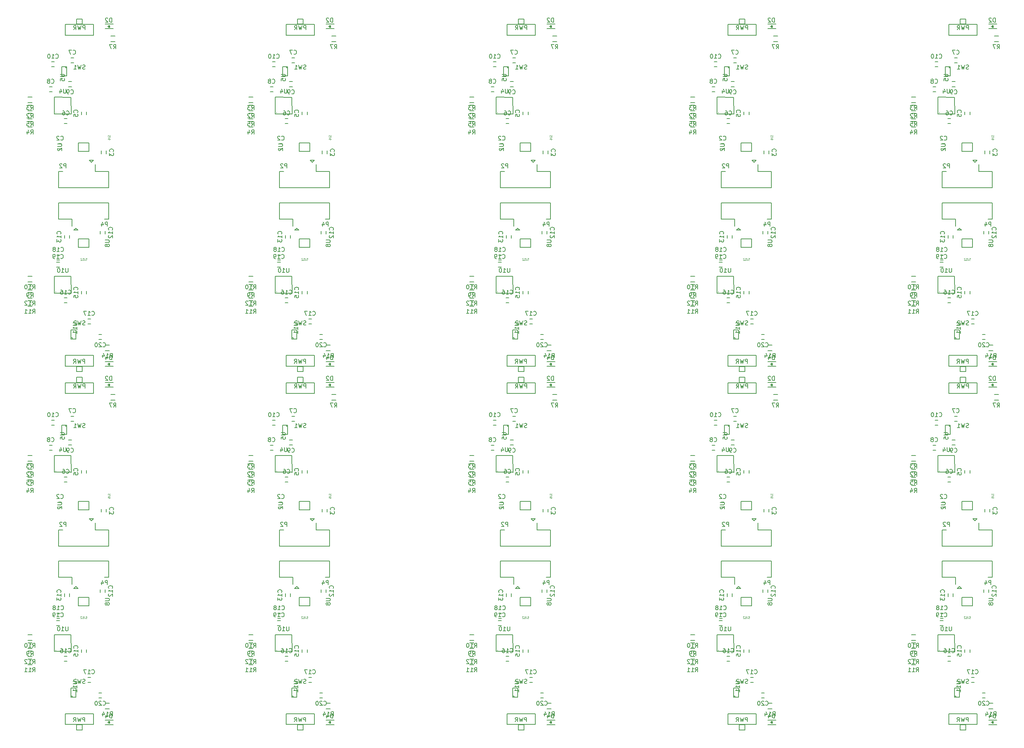
<source format=gbr>
G04 #@! TF.FileFunction,Legend,Bot*
%FSLAX46Y46*%
G04 Gerber Fmt 4.6, Leading zero omitted, Abs format (unit mm)*
G04 Created by KiCad (PCBNEW (2015-09-14 BZR 6197)-product) date Wednesday, September 16, 2015 'PMt' 11:24:09 PM*
%MOMM*%
G01*
G04 APERTURE LIST*
%ADD10C,0.100000*%
%ADD11C,0.150000*%
%ADD12C,0.114300*%
G04 APERTURE END LIST*
D10*
D11*
X203049000Y-129099000D02*
X202349000Y-129099000D01*
X202349000Y-130299000D02*
X203049000Y-130299000D01*
X199449000Y-121499000D02*
X198749000Y-121499000D01*
X198749000Y-122699000D02*
X199449000Y-122699000D01*
X200354996Y-127701800D02*
G75*
G03X200354996Y-127701800I-56796J0D01*
G01*
X199993400Y-127981200D02*
X204006600Y-127981200D01*
X199993400Y-123968000D02*
X199993400Y-127981200D01*
X204006600Y-128006600D02*
X203981200Y-123993400D01*
X203981200Y-123993400D02*
X199993400Y-123968000D01*
X206449000Y-127499000D02*
X206449000Y-128199000D01*
X207649000Y-128199000D02*
X207649000Y-127499000D01*
X209775000Y-140100000D02*
X209775000Y-141800000D01*
X209775000Y-141800000D02*
X212975000Y-141800000D01*
X212975000Y-141800000D02*
X212975000Y-145700000D01*
X212975000Y-145700000D02*
X201025000Y-145700000D01*
X201025000Y-145700000D02*
X201025000Y-141800000D01*
X201025000Y-141800000D02*
X202025000Y-141800000D01*
X208875000Y-139600000D02*
X209375000Y-139100000D01*
X209375000Y-139100000D02*
X208375000Y-139100000D01*
X208375000Y-139100000D02*
X208875000Y-139600000D01*
X201674000Y-135149000D02*
X200974000Y-135149000D01*
X200974000Y-136349000D02*
X201674000Y-136349000D01*
X212424000Y-137549000D02*
X212424000Y-136849000D01*
X211224000Y-136849000D02*
X211224000Y-137549000D01*
X208270000Y-134984000D02*
X208016000Y-134984000D01*
X208270000Y-135365000D02*
X208270000Y-134984000D01*
X208270000Y-136635000D02*
X208270000Y-136762000D01*
X208270000Y-137016000D02*
X208270000Y-136762000D01*
X208016000Y-137016000D02*
X208270000Y-137016000D01*
X208270000Y-136635000D02*
X208270000Y-135365000D01*
X205984000Y-137016000D02*
X205730000Y-137016000D01*
X205984000Y-134984000D02*
X205730000Y-134984000D01*
X205730000Y-136000000D02*
X205730000Y-134984000D01*
X205730000Y-137016000D02*
X205730000Y-136635000D01*
X205730000Y-136000000D02*
X205730000Y-136635000D01*
X208016000Y-134984000D02*
X205984000Y-134984000D01*
X205984000Y-137016000D02*
X208016000Y-137016000D01*
X208016000Y-137016000D02*
X205984000Y-137016000D01*
X194620400Y-129798600D02*
X193620400Y-129798600D01*
X193620400Y-131148600D02*
X194620400Y-131148600D01*
X194620400Y-125898600D02*
X193620400Y-125898600D01*
X193620400Y-127248600D02*
X194620400Y-127248600D01*
X194620400Y-127848600D02*
X193620400Y-127848600D01*
X193620400Y-129198600D02*
X194620400Y-129198600D01*
X194620400Y-123948600D02*
X193620400Y-123948600D01*
X193620400Y-125298600D02*
X194620400Y-125298600D01*
X206449000Y-84499000D02*
X206449000Y-85199000D01*
X207649000Y-85199000D02*
X207649000Y-84499000D01*
X203049000Y-86099000D02*
X202349000Y-86099000D01*
X202349000Y-87299000D02*
X203049000Y-87299000D01*
X200354996Y-84701800D02*
G75*
G03X200354996Y-84701800I-56796J0D01*
G01*
X199993400Y-84981200D02*
X204006600Y-84981200D01*
X199993400Y-80968000D02*
X199993400Y-84981200D01*
X204006600Y-85006600D02*
X203981200Y-80993400D01*
X203981200Y-80993400D02*
X199993400Y-80968000D01*
X201210800Y-77543800D02*
X200510800Y-77543800D01*
X200510800Y-78743800D02*
X201210800Y-78743800D01*
X194620400Y-84874000D02*
X193620400Y-84874000D01*
X193620400Y-86224000D02*
X194620400Y-86224000D01*
X194620400Y-86824000D02*
X193620400Y-86824000D01*
X193620400Y-88174000D02*
X194620400Y-88174000D01*
X194620400Y-82924000D02*
X193620400Y-82924000D01*
X193620400Y-84274000D02*
X194620400Y-84274000D01*
X194620400Y-80974000D02*
X193620400Y-80974000D01*
X193620400Y-82324000D02*
X194620400Y-82324000D01*
X214100000Y-102550000D02*
X212200000Y-102550000D01*
X214100000Y-101450000D02*
X212200000Y-101450000D01*
X213200000Y-102000000D02*
X212750000Y-102000000D01*
X213250000Y-101750000D02*
X213250000Y-102250000D01*
X213250000Y-102000000D02*
X213000000Y-101750000D01*
X213000000Y-101750000D02*
X213000000Y-102250000D01*
X213000000Y-102250000D02*
X213250000Y-102000000D01*
X206000000Y-105200000D02*
X205300000Y-105200000D01*
X205300000Y-105200000D02*
X205300000Y-106400000D01*
X205300000Y-106400000D02*
X206700000Y-106400000D01*
X206700000Y-106400000D02*
X206700000Y-105200000D01*
X206700000Y-105200000D02*
X206000000Y-105200000D01*
X202600000Y-109100000D02*
X209400000Y-109100000D01*
X209400000Y-109100000D02*
X209400000Y-106500000D01*
X209400000Y-106500000D02*
X202600000Y-106500000D01*
X202600000Y-106500000D02*
X202600000Y-109100000D01*
X214500000Y-109325000D02*
X213500000Y-109325000D01*
X213500000Y-110675000D02*
X214500000Y-110675000D01*
X213197200Y-97433200D02*
X212197200Y-97433200D01*
X212197200Y-98783200D02*
X213197200Y-98783200D01*
X214100000Y-107550000D02*
X212200000Y-107550000D01*
X214100000Y-106450000D02*
X212200000Y-106450000D01*
X213200000Y-107000000D02*
X212750000Y-107000000D01*
X213250000Y-106750000D02*
X213250000Y-107250000D01*
X213250000Y-107000000D02*
X213000000Y-106750000D01*
X213000000Y-106750000D02*
X213000000Y-107250000D01*
X213000000Y-107250000D02*
X213250000Y-107000000D01*
X202649000Y-116649000D02*
X202649000Y-116949000D01*
X202649000Y-116949000D02*
X202949000Y-116949000D01*
X201749000Y-118849000D02*
X201749000Y-116649000D01*
X201749000Y-116649000D02*
X202949000Y-116649000D01*
X202949000Y-116649000D02*
X202949000Y-118849000D01*
X202949000Y-118849000D02*
X201749000Y-118849000D01*
X204624000Y-114524000D02*
X203924000Y-114524000D01*
X203924000Y-115724000D02*
X204624000Y-115724000D01*
X199999000Y-115499000D02*
X199299000Y-115499000D01*
X199299000Y-116699000D02*
X199999000Y-116699000D01*
X203399000Y-121449000D02*
X204099000Y-121449000D01*
X204099000Y-120249000D02*
X203399000Y-120249000D01*
X194620400Y-166974000D02*
X193620400Y-166974000D01*
X193620400Y-168324000D02*
X194620400Y-168324000D01*
X194620400Y-172824000D02*
X193620400Y-172824000D01*
X193620400Y-174174000D02*
X194620400Y-174174000D01*
X203049000Y-172099000D02*
X202349000Y-172099000D01*
X202349000Y-173299000D02*
X203049000Y-173299000D01*
X194620400Y-168924000D02*
X193620400Y-168924000D01*
X193620400Y-170274000D02*
X194620400Y-170274000D01*
X194620400Y-170874000D02*
X193620400Y-170874000D01*
X193620400Y-172224000D02*
X194620400Y-172224000D01*
X200354996Y-170701800D02*
G75*
G03X200354996Y-170701800I-56796J0D01*
G01*
X199993400Y-170981200D02*
X204006600Y-170981200D01*
X199993400Y-166968000D02*
X199993400Y-170981200D01*
X204006600Y-171006600D02*
X203981200Y-166993400D01*
X203981200Y-166993400D02*
X199993400Y-166968000D01*
X206449000Y-170499000D02*
X206449000Y-171199000D01*
X207649000Y-171199000D02*
X207649000Y-170499000D01*
X201251400Y-161842000D02*
X200551400Y-161842000D01*
X200551400Y-163042000D02*
X201251400Y-163042000D01*
X201210800Y-163543800D02*
X200510800Y-163543800D01*
X200510800Y-164743800D02*
X201210800Y-164743800D01*
X202419800Y-157088200D02*
X202419800Y-157788200D01*
X203619800Y-157788200D02*
X203619800Y-157088200D01*
X204225000Y-154900000D02*
X204225000Y-153200000D01*
X204225000Y-153200000D02*
X201025000Y-153200000D01*
X201025000Y-153200000D02*
X201025000Y-149300000D01*
X201025000Y-149300000D02*
X212975000Y-149300000D01*
X212975000Y-149300000D02*
X212975000Y-153200000D01*
X212975000Y-153200000D02*
X211975000Y-153200000D01*
X205125000Y-155400000D02*
X204625000Y-155900000D01*
X204625000Y-155900000D02*
X205625000Y-155900000D01*
X205625000Y-155900000D02*
X205125000Y-155400000D01*
X212205000Y-156823000D02*
X212205000Y-156123000D01*
X211005000Y-156123000D02*
X211005000Y-156823000D01*
X205730000Y-160016000D02*
X205984000Y-160016000D01*
X205730000Y-159635000D02*
X205730000Y-160016000D01*
X205730000Y-158365000D02*
X205730000Y-158238000D01*
X205730000Y-157984000D02*
X205730000Y-158238000D01*
X205984000Y-157984000D02*
X205730000Y-157984000D01*
X205730000Y-158365000D02*
X205730000Y-159635000D01*
X208016000Y-157984000D02*
X208270000Y-157984000D01*
X208016000Y-160016000D02*
X208270000Y-160016000D01*
X208270000Y-159000000D02*
X208270000Y-160016000D01*
X208270000Y-157984000D02*
X208270000Y-158365000D01*
X208270000Y-159000000D02*
X208270000Y-158365000D01*
X205984000Y-160016000D02*
X208016000Y-160016000D01*
X208016000Y-157984000D02*
X205984000Y-157984000D01*
X205984000Y-157984000D02*
X208016000Y-157984000D01*
X210620000Y-182142800D02*
X211320000Y-182142800D01*
X211320000Y-180942800D02*
X210620000Y-180942800D01*
X208678400Y-177183600D02*
X207978400Y-177183600D01*
X207978400Y-178383600D02*
X208678400Y-178383600D01*
X214100000Y-188550000D02*
X212200000Y-188550000D01*
X214100000Y-187450000D02*
X212200000Y-187450000D01*
X213200000Y-188000000D02*
X212750000Y-188000000D01*
X213250000Y-187750000D02*
X213250000Y-188250000D01*
X213250000Y-188000000D02*
X213000000Y-187750000D01*
X213000000Y-187750000D02*
X213000000Y-188250000D01*
X213000000Y-188250000D02*
X213250000Y-188000000D01*
X204269200Y-181982400D02*
X204269200Y-181682400D01*
X204269200Y-181682400D02*
X203969200Y-181682400D01*
X205169200Y-179782400D02*
X205169200Y-181982400D01*
X205169200Y-181982400D02*
X203969200Y-181982400D01*
X203969200Y-181982400D02*
X203969200Y-179782400D01*
X203969200Y-179782400D02*
X205169200Y-179782400D01*
X206000000Y-189800000D02*
X206700000Y-189800000D01*
X206700000Y-189800000D02*
X206700000Y-188600000D01*
X206700000Y-188600000D02*
X205300000Y-188600000D01*
X205300000Y-188600000D02*
X205300000Y-189800000D01*
X205300000Y-189800000D02*
X206000000Y-189800000D01*
X209400000Y-185900000D02*
X202600000Y-185900000D01*
X202600000Y-185900000D02*
X202600000Y-188500000D01*
X202600000Y-188500000D02*
X209400000Y-188500000D01*
X209400000Y-188500000D02*
X209400000Y-185900000D01*
X213197200Y-183433200D02*
X212197200Y-183433200D01*
X212197200Y-184783200D02*
X213197200Y-184783200D01*
X209775000Y-54100000D02*
X209775000Y-55800000D01*
X209775000Y-55800000D02*
X212975000Y-55800000D01*
X212975000Y-55800000D02*
X212975000Y-59700000D01*
X212975000Y-59700000D02*
X201025000Y-59700000D01*
X201025000Y-59700000D02*
X201025000Y-55800000D01*
X201025000Y-55800000D02*
X202025000Y-55800000D01*
X208875000Y-53600000D02*
X209375000Y-53100000D01*
X209375000Y-53100000D02*
X208375000Y-53100000D01*
X208375000Y-53100000D02*
X208875000Y-53600000D01*
X212424000Y-51549000D02*
X212424000Y-50849000D01*
X211224000Y-50849000D02*
X211224000Y-51549000D01*
X201674000Y-49149000D02*
X200974000Y-49149000D01*
X200974000Y-50349000D02*
X201674000Y-50349000D01*
X208270000Y-48984000D02*
X208016000Y-48984000D01*
X208270000Y-49365000D02*
X208270000Y-48984000D01*
X208270000Y-50635000D02*
X208270000Y-50762000D01*
X208270000Y-51016000D02*
X208270000Y-50762000D01*
X208016000Y-51016000D02*
X208270000Y-51016000D01*
X208270000Y-50635000D02*
X208270000Y-49365000D01*
X205984000Y-51016000D02*
X205730000Y-51016000D01*
X205984000Y-48984000D02*
X205730000Y-48984000D01*
X205730000Y-50000000D02*
X205730000Y-48984000D01*
X205730000Y-51016000D02*
X205730000Y-50635000D01*
X205730000Y-50000000D02*
X205730000Y-50635000D01*
X208016000Y-48984000D02*
X205984000Y-48984000D01*
X205984000Y-51016000D02*
X208016000Y-51016000D01*
X208016000Y-51016000D02*
X205984000Y-51016000D01*
X199999000Y-29499000D02*
X199299000Y-29499000D01*
X199299000Y-30699000D02*
X199999000Y-30699000D01*
X199449000Y-35499000D02*
X198749000Y-35499000D01*
X198749000Y-36699000D02*
X199449000Y-36699000D01*
X202649000Y-30649000D02*
X202649000Y-30949000D01*
X202649000Y-30949000D02*
X202949000Y-30949000D01*
X201749000Y-32849000D02*
X201749000Y-30649000D01*
X201749000Y-30649000D02*
X202949000Y-30649000D01*
X202949000Y-30649000D02*
X202949000Y-32849000D01*
X202949000Y-32849000D02*
X201749000Y-32849000D01*
X203399000Y-35449000D02*
X204099000Y-35449000D01*
X204099000Y-34249000D02*
X203399000Y-34249000D01*
X203049000Y-43099000D02*
X202349000Y-43099000D01*
X202349000Y-44299000D02*
X203049000Y-44299000D01*
X206449000Y-41499000D02*
X206449000Y-42199000D01*
X207649000Y-42199000D02*
X207649000Y-41499000D01*
X200354996Y-41701800D02*
G75*
G03X200354996Y-41701800I-56796J0D01*
G01*
X199993400Y-41981200D02*
X204006600Y-41981200D01*
X199993400Y-37968000D02*
X199993400Y-41981200D01*
X204006600Y-42006600D02*
X203981200Y-37993400D01*
X203981200Y-37993400D02*
X199993400Y-37968000D01*
X204624000Y-28524000D02*
X203924000Y-28524000D01*
X203924000Y-29724000D02*
X204624000Y-29724000D01*
X214100000Y-21550000D02*
X212200000Y-21550000D01*
X214100000Y-20450000D02*
X212200000Y-20450000D01*
X213200000Y-21000000D02*
X212750000Y-21000000D01*
X213250000Y-20750000D02*
X213250000Y-21250000D01*
X213250000Y-21000000D02*
X213000000Y-20750000D01*
X213000000Y-20750000D02*
X213000000Y-21250000D01*
X213000000Y-21250000D02*
X213250000Y-21000000D01*
X214500000Y-23325000D02*
X213500000Y-23325000D01*
X213500000Y-24675000D02*
X214500000Y-24675000D01*
X206000000Y-19200000D02*
X205300000Y-19200000D01*
X205300000Y-19200000D02*
X205300000Y-20400000D01*
X205300000Y-20400000D02*
X206700000Y-20400000D01*
X206700000Y-20400000D02*
X206700000Y-19200000D01*
X206700000Y-19200000D02*
X206000000Y-19200000D01*
X202600000Y-23100000D02*
X209400000Y-23100000D01*
X209400000Y-23100000D02*
X209400000Y-20500000D01*
X209400000Y-20500000D02*
X202600000Y-20500000D01*
X202600000Y-20500000D02*
X202600000Y-23100000D01*
X202419800Y-71088200D02*
X202419800Y-71788200D01*
X203619800Y-71788200D02*
X203619800Y-71088200D01*
X204225000Y-68900000D02*
X204225000Y-67200000D01*
X204225000Y-67200000D02*
X201025000Y-67200000D01*
X201025000Y-67200000D02*
X201025000Y-63300000D01*
X201025000Y-63300000D02*
X212975000Y-63300000D01*
X212975000Y-63300000D02*
X212975000Y-67200000D01*
X212975000Y-67200000D02*
X211975000Y-67200000D01*
X205125000Y-69400000D02*
X204625000Y-69900000D01*
X204625000Y-69900000D02*
X205625000Y-69900000D01*
X205625000Y-69900000D02*
X205125000Y-69400000D01*
X201251400Y-75842000D02*
X200551400Y-75842000D01*
X200551400Y-77042000D02*
X201251400Y-77042000D01*
X205730000Y-74016000D02*
X205984000Y-74016000D01*
X205730000Y-73635000D02*
X205730000Y-74016000D01*
X205730000Y-72365000D02*
X205730000Y-72238000D01*
X205730000Y-71984000D02*
X205730000Y-72238000D01*
X205984000Y-71984000D02*
X205730000Y-71984000D01*
X205730000Y-72365000D02*
X205730000Y-73635000D01*
X208016000Y-71984000D02*
X208270000Y-71984000D01*
X208016000Y-74016000D02*
X208270000Y-74016000D01*
X208270000Y-73000000D02*
X208270000Y-74016000D01*
X208270000Y-71984000D02*
X208270000Y-72365000D01*
X208270000Y-73000000D02*
X208270000Y-72365000D01*
X205984000Y-74016000D02*
X208016000Y-74016000D01*
X208016000Y-71984000D02*
X205984000Y-71984000D01*
X205984000Y-71984000D02*
X208016000Y-71984000D01*
X212205000Y-70823000D02*
X212205000Y-70123000D01*
X211005000Y-70123000D02*
X211005000Y-70823000D01*
X194620400Y-41848600D02*
X193620400Y-41848600D01*
X193620400Y-43198600D02*
X194620400Y-43198600D01*
X194620400Y-39898600D02*
X193620400Y-39898600D01*
X193620400Y-41248600D02*
X194620400Y-41248600D01*
X194620400Y-43798600D02*
X193620400Y-43798600D01*
X193620400Y-45148600D02*
X194620400Y-45148600D01*
X194620400Y-37948600D02*
X193620400Y-37948600D01*
X193620400Y-39298600D02*
X194620400Y-39298600D01*
X204269200Y-95982400D02*
X204269200Y-95682400D01*
X204269200Y-95682400D02*
X203969200Y-95682400D01*
X205169200Y-93782400D02*
X205169200Y-95982400D01*
X205169200Y-95982400D02*
X203969200Y-95982400D01*
X203969200Y-95982400D02*
X203969200Y-93782400D01*
X203969200Y-93782400D02*
X205169200Y-93782400D01*
X208678400Y-91183600D02*
X207978400Y-91183600D01*
X207978400Y-92383600D02*
X208678400Y-92383600D01*
X210620000Y-96142800D02*
X211320000Y-96142800D01*
X211320000Y-94942800D02*
X210620000Y-94942800D01*
X206000000Y-103800000D02*
X206700000Y-103800000D01*
X206700000Y-103800000D02*
X206700000Y-102600000D01*
X206700000Y-102600000D02*
X205300000Y-102600000D01*
X205300000Y-102600000D02*
X205300000Y-103800000D01*
X205300000Y-103800000D02*
X206000000Y-103800000D01*
X209400000Y-99900000D02*
X202600000Y-99900000D01*
X202600000Y-99900000D02*
X202600000Y-102500000D01*
X202600000Y-102500000D02*
X209400000Y-102500000D01*
X209400000Y-102500000D02*
X209400000Y-99900000D01*
X150049000Y-129099000D02*
X149349000Y-129099000D01*
X149349000Y-130299000D02*
X150049000Y-130299000D01*
X146449000Y-121499000D02*
X145749000Y-121499000D01*
X145749000Y-122699000D02*
X146449000Y-122699000D01*
X147354996Y-127701800D02*
G75*
G03X147354996Y-127701800I-56796J0D01*
G01*
X146993400Y-127981200D02*
X151006600Y-127981200D01*
X146993400Y-123968000D02*
X146993400Y-127981200D01*
X151006600Y-128006600D02*
X150981200Y-123993400D01*
X150981200Y-123993400D02*
X146993400Y-123968000D01*
X153449000Y-127499000D02*
X153449000Y-128199000D01*
X154649000Y-128199000D02*
X154649000Y-127499000D01*
X156775000Y-140100000D02*
X156775000Y-141800000D01*
X156775000Y-141800000D02*
X159975000Y-141800000D01*
X159975000Y-141800000D02*
X159975000Y-145700000D01*
X159975000Y-145700000D02*
X148025000Y-145700000D01*
X148025000Y-145700000D02*
X148025000Y-141800000D01*
X148025000Y-141800000D02*
X149025000Y-141800000D01*
X155875000Y-139600000D02*
X156375000Y-139100000D01*
X156375000Y-139100000D02*
X155375000Y-139100000D01*
X155375000Y-139100000D02*
X155875000Y-139600000D01*
X148674000Y-135149000D02*
X147974000Y-135149000D01*
X147974000Y-136349000D02*
X148674000Y-136349000D01*
X159424000Y-137549000D02*
X159424000Y-136849000D01*
X158224000Y-136849000D02*
X158224000Y-137549000D01*
X155270000Y-134984000D02*
X155016000Y-134984000D01*
X155270000Y-135365000D02*
X155270000Y-134984000D01*
X155270000Y-136635000D02*
X155270000Y-136762000D01*
X155270000Y-137016000D02*
X155270000Y-136762000D01*
X155016000Y-137016000D02*
X155270000Y-137016000D01*
X155270000Y-136635000D02*
X155270000Y-135365000D01*
X152984000Y-137016000D02*
X152730000Y-137016000D01*
X152984000Y-134984000D02*
X152730000Y-134984000D01*
X152730000Y-136000000D02*
X152730000Y-134984000D01*
X152730000Y-137016000D02*
X152730000Y-136635000D01*
X152730000Y-136000000D02*
X152730000Y-136635000D01*
X155016000Y-134984000D02*
X152984000Y-134984000D01*
X152984000Y-137016000D02*
X155016000Y-137016000D01*
X155016000Y-137016000D02*
X152984000Y-137016000D01*
X141620400Y-129798600D02*
X140620400Y-129798600D01*
X140620400Y-131148600D02*
X141620400Y-131148600D01*
X141620400Y-125898600D02*
X140620400Y-125898600D01*
X140620400Y-127248600D02*
X141620400Y-127248600D01*
X141620400Y-127848600D02*
X140620400Y-127848600D01*
X140620400Y-129198600D02*
X141620400Y-129198600D01*
X141620400Y-123948600D02*
X140620400Y-123948600D01*
X140620400Y-125298600D02*
X141620400Y-125298600D01*
X153449000Y-84499000D02*
X153449000Y-85199000D01*
X154649000Y-85199000D02*
X154649000Y-84499000D01*
X150049000Y-86099000D02*
X149349000Y-86099000D01*
X149349000Y-87299000D02*
X150049000Y-87299000D01*
X147354996Y-84701800D02*
G75*
G03X147354996Y-84701800I-56796J0D01*
G01*
X146993400Y-84981200D02*
X151006600Y-84981200D01*
X146993400Y-80968000D02*
X146993400Y-84981200D01*
X151006600Y-85006600D02*
X150981200Y-80993400D01*
X150981200Y-80993400D02*
X146993400Y-80968000D01*
X148210800Y-77543800D02*
X147510800Y-77543800D01*
X147510800Y-78743800D02*
X148210800Y-78743800D01*
X141620400Y-84874000D02*
X140620400Y-84874000D01*
X140620400Y-86224000D02*
X141620400Y-86224000D01*
X141620400Y-86824000D02*
X140620400Y-86824000D01*
X140620400Y-88174000D02*
X141620400Y-88174000D01*
X141620400Y-82924000D02*
X140620400Y-82924000D01*
X140620400Y-84274000D02*
X141620400Y-84274000D01*
X141620400Y-80974000D02*
X140620400Y-80974000D01*
X140620400Y-82324000D02*
X141620400Y-82324000D01*
X161100000Y-102550000D02*
X159200000Y-102550000D01*
X161100000Y-101450000D02*
X159200000Y-101450000D01*
X160200000Y-102000000D02*
X159750000Y-102000000D01*
X160250000Y-101750000D02*
X160250000Y-102250000D01*
X160250000Y-102000000D02*
X160000000Y-101750000D01*
X160000000Y-101750000D02*
X160000000Y-102250000D01*
X160000000Y-102250000D02*
X160250000Y-102000000D01*
X153000000Y-105200000D02*
X152300000Y-105200000D01*
X152300000Y-105200000D02*
X152300000Y-106400000D01*
X152300000Y-106400000D02*
X153700000Y-106400000D01*
X153700000Y-106400000D02*
X153700000Y-105200000D01*
X153700000Y-105200000D02*
X153000000Y-105200000D01*
X149600000Y-109100000D02*
X156400000Y-109100000D01*
X156400000Y-109100000D02*
X156400000Y-106500000D01*
X156400000Y-106500000D02*
X149600000Y-106500000D01*
X149600000Y-106500000D02*
X149600000Y-109100000D01*
X161500000Y-109325000D02*
X160500000Y-109325000D01*
X160500000Y-110675000D02*
X161500000Y-110675000D01*
X160197200Y-97433200D02*
X159197200Y-97433200D01*
X159197200Y-98783200D02*
X160197200Y-98783200D01*
X161100000Y-107550000D02*
X159200000Y-107550000D01*
X161100000Y-106450000D02*
X159200000Y-106450000D01*
X160200000Y-107000000D02*
X159750000Y-107000000D01*
X160250000Y-106750000D02*
X160250000Y-107250000D01*
X160250000Y-107000000D02*
X160000000Y-106750000D01*
X160000000Y-106750000D02*
X160000000Y-107250000D01*
X160000000Y-107250000D02*
X160250000Y-107000000D01*
X149649000Y-116649000D02*
X149649000Y-116949000D01*
X149649000Y-116949000D02*
X149949000Y-116949000D01*
X148749000Y-118849000D02*
X148749000Y-116649000D01*
X148749000Y-116649000D02*
X149949000Y-116649000D01*
X149949000Y-116649000D02*
X149949000Y-118849000D01*
X149949000Y-118849000D02*
X148749000Y-118849000D01*
X151624000Y-114524000D02*
X150924000Y-114524000D01*
X150924000Y-115724000D02*
X151624000Y-115724000D01*
X146999000Y-115499000D02*
X146299000Y-115499000D01*
X146299000Y-116699000D02*
X146999000Y-116699000D01*
X150399000Y-121449000D02*
X151099000Y-121449000D01*
X151099000Y-120249000D02*
X150399000Y-120249000D01*
X141620400Y-166974000D02*
X140620400Y-166974000D01*
X140620400Y-168324000D02*
X141620400Y-168324000D01*
X141620400Y-172824000D02*
X140620400Y-172824000D01*
X140620400Y-174174000D02*
X141620400Y-174174000D01*
X150049000Y-172099000D02*
X149349000Y-172099000D01*
X149349000Y-173299000D02*
X150049000Y-173299000D01*
X141620400Y-168924000D02*
X140620400Y-168924000D01*
X140620400Y-170274000D02*
X141620400Y-170274000D01*
X141620400Y-170874000D02*
X140620400Y-170874000D01*
X140620400Y-172224000D02*
X141620400Y-172224000D01*
X147354996Y-170701800D02*
G75*
G03X147354996Y-170701800I-56796J0D01*
G01*
X146993400Y-170981200D02*
X151006600Y-170981200D01*
X146993400Y-166968000D02*
X146993400Y-170981200D01*
X151006600Y-171006600D02*
X150981200Y-166993400D01*
X150981200Y-166993400D02*
X146993400Y-166968000D01*
X153449000Y-170499000D02*
X153449000Y-171199000D01*
X154649000Y-171199000D02*
X154649000Y-170499000D01*
X148251400Y-161842000D02*
X147551400Y-161842000D01*
X147551400Y-163042000D02*
X148251400Y-163042000D01*
X148210800Y-163543800D02*
X147510800Y-163543800D01*
X147510800Y-164743800D02*
X148210800Y-164743800D01*
X149419800Y-157088200D02*
X149419800Y-157788200D01*
X150619800Y-157788200D02*
X150619800Y-157088200D01*
X151225000Y-154900000D02*
X151225000Y-153200000D01*
X151225000Y-153200000D02*
X148025000Y-153200000D01*
X148025000Y-153200000D02*
X148025000Y-149300000D01*
X148025000Y-149300000D02*
X159975000Y-149300000D01*
X159975000Y-149300000D02*
X159975000Y-153200000D01*
X159975000Y-153200000D02*
X158975000Y-153200000D01*
X152125000Y-155400000D02*
X151625000Y-155900000D01*
X151625000Y-155900000D02*
X152625000Y-155900000D01*
X152625000Y-155900000D02*
X152125000Y-155400000D01*
X159205000Y-156823000D02*
X159205000Y-156123000D01*
X158005000Y-156123000D02*
X158005000Y-156823000D01*
X152730000Y-160016000D02*
X152984000Y-160016000D01*
X152730000Y-159635000D02*
X152730000Y-160016000D01*
X152730000Y-158365000D02*
X152730000Y-158238000D01*
X152730000Y-157984000D02*
X152730000Y-158238000D01*
X152984000Y-157984000D02*
X152730000Y-157984000D01*
X152730000Y-158365000D02*
X152730000Y-159635000D01*
X155016000Y-157984000D02*
X155270000Y-157984000D01*
X155016000Y-160016000D02*
X155270000Y-160016000D01*
X155270000Y-159000000D02*
X155270000Y-160016000D01*
X155270000Y-157984000D02*
X155270000Y-158365000D01*
X155270000Y-159000000D02*
X155270000Y-158365000D01*
X152984000Y-160016000D02*
X155016000Y-160016000D01*
X155016000Y-157984000D02*
X152984000Y-157984000D01*
X152984000Y-157984000D02*
X155016000Y-157984000D01*
X157620000Y-182142800D02*
X158320000Y-182142800D01*
X158320000Y-180942800D02*
X157620000Y-180942800D01*
X155678400Y-177183600D02*
X154978400Y-177183600D01*
X154978400Y-178383600D02*
X155678400Y-178383600D01*
X161100000Y-188550000D02*
X159200000Y-188550000D01*
X161100000Y-187450000D02*
X159200000Y-187450000D01*
X160200000Y-188000000D02*
X159750000Y-188000000D01*
X160250000Y-187750000D02*
X160250000Y-188250000D01*
X160250000Y-188000000D02*
X160000000Y-187750000D01*
X160000000Y-187750000D02*
X160000000Y-188250000D01*
X160000000Y-188250000D02*
X160250000Y-188000000D01*
X151269200Y-181982400D02*
X151269200Y-181682400D01*
X151269200Y-181682400D02*
X150969200Y-181682400D01*
X152169200Y-179782400D02*
X152169200Y-181982400D01*
X152169200Y-181982400D02*
X150969200Y-181982400D01*
X150969200Y-181982400D02*
X150969200Y-179782400D01*
X150969200Y-179782400D02*
X152169200Y-179782400D01*
X153000000Y-189800000D02*
X153700000Y-189800000D01*
X153700000Y-189800000D02*
X153700000Y-188600000D01*
X153700000Y-188600000D02*
X152300000Y-188600000D01*
X152300000Y-188600000D02*
X152300000Y-189800000D01*
X152300000Y-189800000D02*
X153000000Y-189800000D01*
X156400000Y-185900000D02*
X149600000Y-185900000D01*
X149600000Y-185900000D02*
X149600000Y-188500000D01*
X149600000Y-188500000D02*
X156400000Y-188500000D01*
X156400000Y-188500000D02*
X156400000Y-185900000D01*
X160197200Y-183433200D02*
X159197200Y-183433200D01*
X159197200Y-184783200D02*
X160197200Y-184783200D01*
X156775000Y-54100000D02*
X156775000Y-55800000D01*
X156775000Y-55800000D02*
X159975000Y-55800000D01*
X159975000Y-55800000D02*
X159975000Y-59700000D01*
X159975000Y-59700000D02*
X148025000Y-59700000D01*
X148025000Y-59700000D02*
X148025000Y-55800000D01*
X148025000Y-55800000D02*
X149025000Y-55800000D01*
X155875000Y-53600000D02*
X156375000Y-53100000D01*
X156375000Y-53100000D02*
X155375000Y-53100000D01*
X155375000Y-53100000D02*
X155875000Y-53600000D01*
X159424000Y-51549000D02*
X159424000Y-50849000D01*
X158224000Y-50849000D02*
X158224000Y-51549000D01*
X148674000Y-49149000D02*
X147974000Y-49149000D01*
X147974000Y-50349000D02*
X148674000Y-50349000D01*
X155270000Y-48984000D02*
X155016000Y-48984000D01*
X155270000Y-49365000D02*
X155270000Y-48984000D01*
X155270000Y-50635000D02*
X155270000Y-50762000D01*
X155270000Y-51016000D02*
X155270000Y-50762000D01*
X155016000Y-51016000D02*
X155270000Y-51016000D01*
X155270000Y-50635000D02*
X155270000Y-49365000D01*
X152984000Y-51016000D02*
X152730000Y-51016000D01*
X152984000Y-48984000D02*
X152730000Y-48984000D01*
X152730000Y-50000000D02*
X152730000Y-48984000D01*
X152730000Y-51016000D02*
X152730000Y-50635000D01*
X152730000Y-50000000D02*
X152730000Y-50635000D01*
X155016000Y-48984000D02*
X152984000Y-48984000D01*
X152984000Y-51016000D02*
X155016000Y-51016000D01*
X155016000Y-51016000D02*
X152984000Y-51016000D01*
X146999000Y-29499000D02*
X146299000Y-29499000D01*
X146299000Y-30699000D02*
X146999000Y-30699000D01*
X146449000Y-35499000D02*
X145749000Y-35499000D01*
X145749000Y-36699000D02*
X146449000Y-36699000D01*
X149649000Y-30649000D02*
X149649000Y-30949000D01*
X149649000Y-30949000D02*
X149949000Y-30949000D01*
X148749000Y-32849000D02*
X148749000Y-30649000D01*
X148749000Y-30649000D02*
X149949000Y-30649000D01*
X149949000Y-30649000D02*
X149949000Y-32849000D01*
X149949000Y-32849000D02*
X148749000Y-32849000D01*
X150399000Y-35449000D02*
X151099000Y-35449000D01*
X151099000Y-34249000D02*
X150399000Y-34249000D01*
X150049000Y-43099000D02*
X149349000Y-43099000D01*
X149349000Y-44299000D02*
X150049000Y-44299000D01*
X153449000Y-41499000D02*
X153449000Y-42199000D01*
X154649000Y-42199000D02*
X154649000Y-41499000D01*
X147354996Y-41701800D02*
G75*
G03X147354996Y-41701800I-56796J0D01*
G01*
X146993400Y-41981200D02*
X151006600Y-41981200D01*
X146993400Y-37968000D02*
X146993400Y-41981200D01*
X151006600Y-42006600D02*
X150981200Y-37993400D01*
X150981200Y-37993400D02*
X146993400Y-37968000D01*
X151624000Y-28524000D02*
X150924000Y-28524000D01*
X150924000Y-29724000D02*
X151624000Y-29724000D01*
X161100000Y-21550000D02*
X159200000Y-21550000D01*
X161100000Y-20450000D02*
X159200000Y-20450000D01*
X160200000Y-21000000D02*
X159750000Y-21000000D01*
X160250000Y-20750000D02*
X160250000Y-21250000D01*
X160250000Y-21000000D02*
X160000000Y-20750000D01*
X160000000Y-20750000D02*
X160000000Y-21250000D01*
X160000000Y-21250000D02*
X160250000Y-21000000D01*
X161500000Y-23325000D02*
X160500000Y-23325000D01*
X160500000Y-24675000D02*
X161500000Y-24675000D01*
X153000000Y-19200000D02*
X152300000Y-19200000D01*
X152300000Y-19200000D02*
X152300000Y-20400000D01*
X152300000Y-20400000D02*
X153700000Y-20400000D01*
X153700000Y-20400000D02*
X153700000Y-19200000D01*
X153700000Y-19200000D02*
X153000000Y-19200000D01*
X149600000Y-23100000D02*
X156400000Y-23100000D01*
X156400000Y-23100000D02*
X156400000Y-20500000D01*
X156400000Y-20500000D02*
X149600000Y-20500000D01*
X149600000Y-20500000D02*
X149600000Y-23100000D01*
X149419800Y-71088200D02*
X149419800Y-71788200D01*
X150619800Y-71788200D02*
X150619800Y-71088200D01*
X151225000Y-68900000D02*
X151225000Y-67200000D01*
X151225000Y-67200000D02*
X148025000Y-67200000D01*
X148025000Y-67200000D02*
X148025000Y-63300000D01*
X148025000Y-63300000D02*
X159975000Y-63300000D01*
X159975000Y-63300000D02*
X159975000Y-67200000D01*
X159975000Y-67200000D02*
X158975000Y-67200000D01*
X152125000Y-69400000D02*
X151625000Y-69900000D01*
X151625000Y-69900000D02*
X152625000Y-69900000D01*
X152625000Y-69900000D02*
X152125000Y-69400000D01*
X148251400Y-75842000D02*
X147551400Y-75842000D01*
X147551400Y-77042000D02*
X148251400Y-77042000D01*
X152730000Y-74016000D02*
X152984000Y-74016000D01*
X152730000Y-73635000D02*
X152730000Y-74016000D01*
X152730000Y-72365000D02*
X152730000Y-72238000D01*
X152730000Y-71984000D02*
X152730000Y-72238000D01*
X152984000Y-71984000D02*
X152730000Y-71984000D01*
X152730000Y-72365000D02*
X152730000Y-73635000D01*
X155016000Y-71984000D02*
X155270000Y-71984000D01*
X155016000Y-74016000D02*
X155270000Y-74016000D01*
X155270000Y-73000000D02*
X155270000Y-74016000D01*
X155270000Y-71984000D02*
X155270000Y-72365000D01*
X155270000Y-73000000D02*
X155270000Y-72365000D01*
X152984000Y-74016000D02*
X155016000Y-74016000D01*
X155016000Y-71984000D02*
X152984000Y-71984000D01*
X152984000Y-71984000D02*
X155016000Y-71984000D01*
X159205000Y-70823000D02*
X159205000Y-70123000D01*
X158005000Y-70123000D02*
X158005000Y-70823000D01*
X141620400Y-41848600D02*
X140620400Y-41848600D01*
X140620400Y-43198600D02*
X141620400Y-43198600D01*
X141620400Y-39898600D02*
X140620400Y-39898600D01*
X140620400Y-41248600D02*
X141620400Y-41248600D01*
X141620400Y-43798600D02*
X140620400Y-43798600D01*
X140620400Y-45148600D02*
X141620400Y-45148600D01*
X141620400Y-37948600D02*
X140620400Y-37948600D01*
X140620400Y-39298600D02*
X141620400Y-39298600D01*
X151269200Y-95982400D02*
X151269200Y-95682400D01*
X151269200Y-95682400D02*
X150969200Y-95682400D01*
X152169200Y-93782400D02*
X152169200Y-95982400D01*
X152169200Y-95982400D02*
X150969200Y-95982400D01*
X150969200Y-95982400D02*
X150969200Y-93782400D01*
X150969200Y-93782400D02*
X152169200Y-93782400D01*
X155678400Y-91183600D02*
X154978400Y-91183600D01*
X154978400Y-92383600D02*
X155678400Y-92383600D01*
X157620000Y-96142800D02*
X158320000Y-96142800D01*
X158320000Y-94942800D02*
X157620000Y-94942800D01*
X153000000Y-103800000D02*
X153700000Y-103800000D01*
X153700000Y-103800000D02*
X153700000Y-102600000D01*
X153700000Y-102600000D02*
X152300000Y-102600000D01*
X152300000Y-102600000D02*
X152300000Y-103800000D01*
X152300000Y-103800000D02*
X153000000Y-103800000D01*
X156400000Y-99900000D02*
X149600000Y-99900000D01*
X149600000Y-99900000D02*
X149600000Y-102500000D01*
X149600000Y-102500000D02*
X156400000Y-102500000D01*
X156400000Y-102500000D02*
X156400000Y-99900000D01*
X97049000Y-129099000D02*
X96349000Y-129099000D01*
X96349000Y-130299000D02*
X97049000Y-130299000D01*
X93449000Y-121499000D02*
X92749000Y-121499000D01*
X92749000Y-122699000D02*
X93449000Y-122699000D01*
X94354996Y-127701800D02*
G75*
G03X94354996Y-127701800I-56796J0D01*
G01*
X93993400Y-127981200D02*
X98006600Y-127981200D01*
X93993400Y-123968000D02*
X93993400Y-127981200D01*
X98006600Y-128006600D02*
X97981200Y-123993400D01*
X97981200Y-123993400D02*
X93993400Y-123968000D01*
X100449000Y-127499000D02*
X100449000Y-128199000D01*
X101649000Y-128199000D02*
X101649000Y-127499000D01*
X103775000Y-140100000D02*
X103775000Y-141800000D01*
X103775000Y-141800000D02*
X106975000Y-141800000D01*
X106975000Y-141800000D02*
X106975000Y-145700000D01*
X106975000Y-145700000D02*
X95025000Y-145700000D01*
X95025000Y-145700000D02*
X95025000Y-141800000D01*
X95025000Y-141800000D02*
X96025000Y-141800000D01*
X102875000Y-139600000D02*
X103375000Y-139100000D01*
X103375000Y-139100000D02*
X102375000Y-139100000D01*
X102375000Y-139100000D02*
X102875000Y-139600000D01*
X95674000Y-135149000D02*
X94974000Y-135149000D01*
X94974000Y-136349000D02*
X95674000Y-136349000D01*
X106424000Y-137549000D02*
X106424000Y-136849000D01*
X105224000Y-136849000D02*
X105224000Y-137549000D01*
X102270000Y-134984000D02*
X102016000Y-134984000D01*
X102270000Y-135365000D02*
X102270000Y-134984000D01*
X102270000Y-136635000D02*
X102270000Y-136762000D01*
X102270000Y-137016000D02*
X102270000Y-136762000D01*
X102016000Y-137016000D02*
X102270000Y-137016000D01*
X102270000Y-136635000D02*
X102270000Y-135365000D01*
X99984000Y-137016000D02*
X99730000Y-137016000D01*
X99984000Y-134984000D02*
X99730000Y-134984000D01*
X99730000Y-136000000D02*
X99730000Y-134984000D01*
X99730000Y-137016000D02*
X99730000Y-136635000D01*
X99730000Y-136000000D02*
X99730000Y-136635000D01*
X102016000Y-134984000D02*
X99984000Y-134984000D01*
X99984000Y-137016000D02*
X102016000Y-137016000D01*
X102016000Y-137016000D02*
X99984000Y-137016000D01*
X88620400Y-129798600D02*
X87620400Y-129798600D01*
X87620400Y-131148600D02*
X88620400Y-131148600D01*
X88620400Y-125898600D02*
X87620400Y-125898600D01*
X87620400Y-127248600D02*
X88620400Y-127248600D01*
X88620400Y-127848600D02*
X87620400Y-127848600D01*
X87620400Y-129198600D02*
X88620400Y-129198600D01*
X88620400Y-123948600D02*
X87620400Y-123948600D01*
X87620400Y-125298600D02*
X88620400Y-125298600D01*
X100449000Y-84499000D02*
X100449000Y-85199000D01*
X101649000Y-85199000D02*
X101649000Y-84499000D01*
X97049000Y-86099000D02*
X96349000Y-86099000D01*
X96349000Y-87299000D02*
X97049000Y-87299000D01*
X94354996Y-84701800D02*
G75*
G03X94354996Y-84701800I-56796J0D01*
G01*
X93993400Y-84981200D02*
X98006600Y-84981200D01*
X93993400Y-80968000D02*
X93993400Y-84981200D01*
X98006600Y-85006600D02*
X97981200Y-80993400D01*
X97981200Y-80993400D02*
X93993400Y-80968000D01*
X95210800Y-77543800D02*
X94510800Y-77543800D01*
X94510800Y-78743800D02*
X95210800Y-78743800D01*
X88620400Y-84874000D02*
X87620400Y-84874000D01*
X87620400Y-86224000D02*
X88620400Y-86224000D01*
X88620400Y-86824000D02*
X87620400Y-86824000D01*
X87620400Y-88174000D02*
X88620400Y-88174000D01*
X88620400Y-82924000D02*
X87620400Y-82924000D01*
X87620400Y-84274000D02*
X88620400Y-84274000D01*
X88620400Y-80974000D02*
X87620400Y-80974000D01*
X87620400Y-82324000D02*
X88620400Y-82324000D01*
X108100000Y-102550000D02*
X106200000Y-102550000D01*
X108100000Y-101450000D02*
X106200000Y-101450000D01*
X107200000Y-102000000D02*
X106750000Y-102000000D01*
X107250000Y-101750000D02*
X107250000Y-102250000D01*
X107250000Y-102000000D02*
X107000000Y-101750000D01*
X107000000Y-101750000D02*
X107000000Y-102250000D01*
X107000000Y-102250000D02*
X107250000Y-102000000D01*
X100000000Y-105200000D02*
X99300000Y-105200000D01*
X99300000Y-105200000D02*
X99300000Y-106400000D01*
X99300000Y-106400000D02*
X100700000Y-106400000D01*
X100700000Y-106400000D02*
X100700000Y-105200000D01*
X100700000Y-105200000D02*
X100000000Y-105200000D01*
X96600000Y-109100000D02*
X103400000Y-109100000D01*
X103400000Y-109100000D02*
X103400000Y-106500000D01*
X103400000Y-106500000D02*
X96600000Y-106500000D01*
X96600000Y-106500000D02*
X96600000Y-109100000D01*
X108500000Y-109325000D02*
X107500000Y-109325000D01*
X107500000Y-110675000D02*
X108500000Y-110675000D01*
X107197200Y-97433200D02*
X106197200Y-97433200D01*
X106197200Y-98783200D02*
X107197200Y-98783200D01*
X108100000Y-107550000D02*
X106200000Y-107550000D01*
X108100000Y-106450000D02*
X106200000Y-106450000D01*
X107200000Y-107000000D02*
X106750000Y-107000000D01*
X107250000Y-106750000D02*
X107250000Y-107250000D01*
X107250000Y-107000000D02*
X107000000Y-106750000D01*
X107000000Y-106750000D02*
X107000000Y-107250000D01*
X107000000Y-107250000D02*
X107250000Y-107000000D01*
X96649000Y-116649000D02*
X96649000Y-116949000D01*
X96649000Y-116949000D02*
X96949000Y-116949000D01*
X95749000Y-118849000D02*
X95749000Y-116649000D01*
X95749000Y-116649000D02*
X96949000Y-116649000D01*
X96949000Y-116649000D02*
X96949000Y-118849000D01*
X96949000Y-118849000D02*
X95749000Y-118849000D01*
X98624000Y-114524000D02*
X97924000Y-114524000D01*
X97924000Y-115724000D02*
X98624000Y-115724000D01*
X93999000Y-115499000D02*
X93299000Y-115499000D01*
X93299000Y-116699000D02*
X93999000Y-116699000D01*
X97399000Y-121449000D02*
X98099000Y-121449000D01*
X98099000Y-120249000D02*
X97399000Y-120249000D01*
X88620400Y-166974000D02*
X87620400Y-166974000D01*
X87620400Y-168324000D02*
X88620400Y-168324000D01*
X88620400Y-172824000D02*
X87620400Y-172824000D01*
X87620400Y-174174000D02*
X88620400Y-174174000D01*
X97049000Y-172099000D02*
X96349000Y-172099000D01*
X96349000Y-173299000D02*
X97049000Y-173299000D01*
X88620400Y-168924000D02*
X87620400Y-168924000D01*
X87620400Y-170274000D02*
X88620400Y-170274000D01*
X88620400Y-170874000D02*
X87620400Y-170874000D01*
X87620400Y-172224000D02*
X88620400Y-172224000D01*
X94354996Y-170701800D02*
G75*
G03X94354996Y-170701800I-56796J0D01*
G01*
X93993400Y-170981200D02*
X98006600Y-170981200D01*
X93993400Y-166968000D02*
X93993400Y-170981200D01*
X98006600Y-171006600D02*
X97981200Y-166993400D01*
X97981200Y-166993400D02*
X93993400Y-166968000D01*
X100449000Y-170499000D02*
X100449000Y-171199000D01*
X101649000Y-171199000D02*
X101649000Y-170499000D01*
X95251400Y-161842000D02*
X94551400Y-161842000D01*
X94551400Y-163042000D02*
X95251400Y-163042000D01*
X95210800Y-163543800D02*
X94510800Y-163543800D01*
X94510800Y-164743800D02*
X95210800Y-164743800D01*
X96419800Y-157088200D02*
X96419800Y-157788200D01*
X97619800Y-157788200D02*
X97619800Y-157088200D01*
X98225000Y-154900000D02*
X98225000Y-153200000D01*
X98225000Y-153200000D02*
X95025000Y-153200000D01*
X95025000Y-153200000D02*
X95025000Y-149300000D01*
X95025000Y-149300000D02*
X106975000Y-149300000D01*
X106975000Y-149300000D02*
X106975000Y-153200000D01*
X106975000Y-153200000D02*
X105975000Y-153200000D01*
X99125000Y-155400000D02*
X98625000Y-155900000D01*
X98625000Y-155900000D02*
X99625000Y-155900000D01*
X99625000Y-155900000D02*
X99125000Y-155400000D01*
X106205000Y-156823000D02*
X106205000Y-156123000D01*
X105005000Y-156123000D02*
X105005000Y-156823000D01*
X99730000Y-160016000D02*
X99984000Y-160016000D01*
X99730000Y-159635000D02*
X99730000Y-160016000D01*
X99730000Y-158365000D02*
X99730000Y-158238000D01*
X99730000Y-157984000D02*
X99730000Y-158238000D01*
X99984000Y-157984000D02*
X99730000Y-157984000D01*
X99730000Y-158365000D02*
X99730000Y-159635000D01*
X102016000Y-157984000D02*
X102270000Y-157984000D01*
X102016000Y-160016000D02*
X102270000Y-160016000D01*
X102270000Y-159000000D02*
X102270000Y-160016000D01*
X102270000Y-157984000D02*
X102270000Y-158365000D01*
X102270000Y-159000000D02*
X102270000Y-158365000D01*
X99984000Y-160016000D02*
X102016000Y-160016000D01*
X102016000Y-157984000D02*
X99984000Y-157984000D01*
X99984000Y-157984000D02*
X102016000Y-157984000D01*
X104620000Y-182142800D02*
X105320000Y-182142800D01*
X105320000Y-180942800D02*
X104620000Y-180942800D01*
X102678400Y-177183600D02*
X101978400Y-177183600D01*
X101978400Y-178383600D02*
X102678400Y-178383600D01*
X108100000Y-188550000D02*
X106200000Y-188550000D01*
X108100000Y-187450000D02*
X106200000Y-187450000D01*
X107200000Y-188000000D02*
X106750000Y-188000000D01*
X107250000Y-187750000D02*
X107250000Y-188250000D01*
X107250000Y-188000000D02*
X107000000Y-187750000D01*
X107000000Y-187750000D02*
X107000000Y-188250000D01*
X107000000Y-188250000D02*
X107250000Y-188000000D01*
X98269200Y-181982400D02*
X98269200Y-181682400D01*
X98269200Y-181682400D02*
X97969200Y-181682400D01*
X99169200Y-179782400D02*
X99169200Y-181982400D01*
X99169200Y-181982400D02*
X97969200Y-181982400D01*
X97969200Y-181982400D02*
X97969200Y-179782400D01*
X97969200Y-179782400D02*
X99169200Y-179782400D01*
X100000000Y-189800000D02*
X100700000Y-189800000D01*
X100700000Y-189800000D02*
X100700000Y-188600000D01*
X100700000Y-188600000D02*
X99300000Y-188600000D01*
X99300000Y-188600000D02*
X99300000Y-189800000D01*
X99300000Y-189800000D02*
X100000000Y-189800000D01*
X103400000Y-185900000D02*
X96600000Y-185900000D01*
X96600000Y-185900000D02*
X96600000Y-188500000D01*
X96600000Y-188500000D02*
X103400000Y-188500000D01*
X103400000Y-188500000D02*
X103400000Y-185900000D01*
X107197200Y-183433200D02*
X106197200Y-183433200D01*
X106197200Y-184783200D02*
X107197200Y-184783200D01*
X103775000Y-54100000D02*
X103775000Y-55800000D01*
X103775000Y-55800000D02*
X106975000Y-55800000D01*
X106975000Y-55800000D02*
X106975000Y-59700000D01*
X106975000Y-59700000D02*
X95025000Y-59700000D01*
X95025000Y-59700000D02*
X95025000Y-55800000D01*
X95025000Y-55800000D02*
X96025000Y-55800000D01*
X102875000Y-53600000D02*
X103375000Y-53100000D01*
X103375000Y-53100000D02*
X102375000Y-53100000D01*
X102375000Y-53100000D02*
X102875000Y-53600000D01*
X106424000Y-51549000D02*
X106424000Y-50849000D01*
X105224000Y-50849000D02*
X105224000Y-51549000D01*
X95674000Y-49149000D02*
X94974000Y-49149000D01*
X94974000Y-50349000D02*
X95674000Y-50349000D01*
X102270000Y-48984000D02*
X102016000Y-48984000D01*
X102270000Y-49365000D02*
X102270000Y-48984000D01*
X102270000Y-50635000D02*
X102270000Y-50762000D01*
X102270000Y-51016000D02*
X102270000Y-50762000D01*
X102016000Y-51016000D02*
X102270000Y-51016000D01*
X102270000Y-50635000D02*
X102270000Y-49365000D01*
X99984000Y-51016000D02*
X99730000Y-51016000D01*
X99984000Y-48984000D02*
X99730000Y-48984000D01*
X99730000Y-50000000D02*
X99730000Y-48984000D01*
X99730000Y-51016000D02*
X99730000Y-50635000D01*
X99730000Y-50000000D02*
X99730000Y-50635000D01*
X102016000Y-48984000D02*
X99984000Y-48984000D01*
X99984000Y-51016000D02*
X102016000Y-51016000D01*
X102016000Y-51016000D02*
X99984000Y-51016000D01*
X93999000Y-29499000D02*
X93299000Y-29499000D01*
X93299000Y-30699000D02*
X93999000Y-30699000D01*
X93449000Y-35499000D02*
X92749000Y-35499000D01*
X92749000Y-36699000D02*
X93449000Y-36699000D01*
X96649000Y-30649000D02*
X96649000Y-30949000D01*
X96649000Y-30949000D02*
X96949000Y-30949000D01*
X95749000Y-32849000D02*
X95749000Y-30649000D01*
X95749000Y-30649000D02*
X96949000Y-30649000D01*
X96949000Y-30649000D02*
X96949000Y-32849000D01*
X96949000Y-32849000D02*
X95749000Y-32849000D01*
X97399000Y-35449000D02*
X98099000Y-35449000D01*
X98099000Y-34249000D02*
X97399000Y-34249000D01*
X97049000Y-43099000D02*
X96349000Y-43099000D01*
X96349000Y-44299000D02*
X97049000Y-44299000D01*
X100449000Y-41499000D02*
X100449000Y-42199000D01*
X101649000Y-42199000D02*
X101649000Y-41499000D01*
X94354996Y-41701800D02*
G75*
G03X94354996Y-41701800I-56796J0D01*
G01*
X93993400Y-41981200D02*
X98006600Y-41981200D01*
X93993400Y-37968000D02*
X93993400Y-41981200D01*
X98006600Y-42006600D02*
X97981200Y-37993400D01*
X97981200Y-37993400D02*
X93993400Y-37968000D01*
X98624000Y-28524000D02*
X97924000Y-28524000D01*
X97924000Y-29724000D02*
X98624000Y-29724000D01*
X108100000Y-21550000D02*
X106200000Y-21550000D01*
X108100000Y-20450000D02*
X106200000Y-20450000D01*
X107200000Y-21000000D02*
X106750000Y-21000000D01*
X107250000Y-20750000D02*
X107250000Y-21250000D01*
X107250000Y-21000000D02*
X107000000Y-20750000D01*
X107000000Y-20750000D02*
X107000000Y-21250000D01*
X107000000Y-21250000D02*
X107250000Y-21000000D01*
X108500000Y-23325000D02*
X107500000Y-23325000D01*
X107500000Y-24675000D02*
X108500000Y-24675000D01*
X100000000Y-19200000D02*
X99300000Y-19200000D01*
X99300000Y-19200000D02*
X99300000Y-20400000D01*
X99300000Y-20400000D02*
X100700000Y-20400000D01*
X100700000Y-20400000D02*
X100700000Y-19200000D01*
X100700000Y-19200000D02*
X100000000Y-19200000D01*
X96600000Y-23100000D02*
X103400000Y-23100000D01*
X103400000Y-23100000D02*
X103400000Y-20500000D01*
X103400000Y-20500000D02*
X96600000Y-20500000D01*
X96600000Y-20500000D02*
X96600000Y-23100000D01*
X96419800Y-71088200D02*
X96419800Y-71788200D01*
X97619800Y-71788200D02*
X97619800Y-71088200D01*
X98225000Y-68900000D02*
X98225000Y-67200000D01*
X98225000Y-67200000D02*
X95025000Y-67200000D01*
X95025000Y-67200000D02*
X95025000Y-63300000D01*
X95025000Y-63300000D02*
X106975000Y-63300000D01*
X106975000Y-63300000D02*
X106975000Y-67200000D01*
X106975000Y-67200000D02*
X105975000Y-67200000D01*
X99125000Y-69400000D02*
X98625000Y-69900000D01*
X98625000Y-69900000D02*
X99625000Y-69900000D01*
X99625000Y-69900000D02*
X99125000Y-69400000D01*
X95251400Y-75842000D02*
X94551400Y-75842000D01*
X94551400Y-77042000D02*
X95251400Y-77042000D01*
X99730000Y-74016000D02*
X99984000Y-74016000D01*
X99730000Y-73635000D02*
X99730000Y-74016000D01*
X99730000Y-72365000D02*
X99730000Y-72238000D01*
X99730000Y-71984000D02*
X99730000Y-72238000D01*
X99984000Y-71984000D02*
X99730000Y-71984000D01*
X99730000Y-72365000D02*
X99730000Y-73635000D01*
X102016000Y-71984000D02*
X102270000Y-71984000D01*
X102016000Y-74016000D02*
X102270000Y-74016000D01*
X102270000Y-73000000D02*
X102270000Y-74016000D01*
X102270000Y-71984000D02*
X102270000Y-72365000D01*
X102270000Y-73000000D02*
X102270000Y-72365000D01*
X99984000Y-74016000D02*
X102016000Y-74016000D01*
X102016000Y-71984000D02*
X99984000Y-71984000D01*
X99984000Y-71984000D02*
X102016000Y-71984000D01*
X106205000Y-70823000D02*
X106205000Y-70123000D01*
X105005000Y-70123000D02*
X105005000Y-70823000D01*
X88620400Y-41848600D02*
X87620400Y-41848600D01*
X87620400Y-43198600D02*
X88620400Y-43198600D01*
X88620400Y-39898600D02*
X87620400Y-39898600D01*
X87620400Y-41248600D02*
X88620400Y-41248600D01*
X88620400Y-43798600D02*
X87620400Y-43798600D01*
X87620400Y-45148600D02*
X88620400Y-45148600D01*
X88620400Y-37948600D02*
X87620400Y-37948600D01*
X87620400Y-39298600D02*
X88620400Y-39298600D01*
X98269200Y-95982400D02*
X98269200Y-95682400D01*
X98269200Y-95682400D02*
X97969200Y-95682400D01*
X99169200Y-93782400D02*
X99169200Y-95982400D01*
X99169200Y-95982400D02*
X97969200Y-95982400D01*
X97969200Y-95982400D02*
X97969200Y-93782400D01*
X97969200Y-93782400D02*
X99169200Y-93782400D01*
X102678400Y-91183600D02*
X101978400Y-91183600D01*
X101978400Y-92383600D02*
X102678400Y-92383600D01*
X104620000Y-96142800D02*
X105320000Y-96142800D01*
X105320000Y-94942800D02*
X104620000Y-94942800D01*
X100000000Y-103800000D02*
X100700000Y-103800000D01*
X100700000Y-103800000D02*
X100700000Y-102600000D01*
X100700000Y-102600000D02*
X99300000Y-102600000D01*
X99300000Y-102600000D02*
X99300000Y-103800000D01*
X99300000Y-103800000D02*
X100000000Y-103800000D01*
X103400000Y-99900000D02*
X96600000Y-99900000D01*
X96600000Y-99900000D02*
X96600000Y-102500000D01*
X96600000Y-102500000D02*
X103400000Y-102500000D01*
X103400000Y-102500000D02*
X103400000Y-99900000D01*
X253354996Y-170701800D02*
G75*
G03X253354996Y-170701800I-56796J0D01*
G01*
X252993400Y-170981200D02*
X257006600Y-170981200D01*
X252993400Y-166968000D02*
X252993400Y-170981200D01*
X257006600Y-171006600D02*
X256981200Y-166993400D01*
X256981200Y-166993400D02*
X252993400Y-166968000D01*
X247620400Y-172824000D02*
X246620400Y-172824000D01*
X246620400Y-174174000D02*
X247620400Y-174174000D01*
X247620400Y-166974000D02*
X246620400Y-166974000D01*
X246620400Y-168324000D02*
X247620400Y-168324000D01*
X247620400Y-168924000D02*
X246620400Y-168924000D01*
X246620400Y-170274000D02*
X247620400Y-170274000D01*
X247620400Y-170874000D02*
X246620400Y-170874000D01*
X246620400Y-172224000D02*
X247620400Y-172224000D01*
X256049000Y-172099000D02*
X255349000Y-172099000D01*
X255349000Y-173299000D02*
X256049000Y-173299000D01*
X254210800Y-163543800D02*
X253510800Y-163543800D01*
X253510800Y-164743800D02*
X254210800Y-164743800D01*
X259449000Y-170499000D02*
X259449000Y-171199000D01*
X260649000Y-171199000D02*
X260649000Y-170499000D01*
X254251400Y-161842000D02*
X253551400Y-161842000D01*
X253551400Y-163042000D02*
X254251400Y-163042000D01*
X258730000Y-160016000D02*
X258984000Y-160016000D01*
X258730000Y-159635000D02*
X258730000Y-160016000D01*
X258730000Y-158365000D02*
X258730000Y-158238000D01*
X258730000Y-157984000D02*
X258730000Y-158238000D01*
X258984000Y-157984000D02*
X258730000Y-157984000D01*
X258730000Y-158365000D02*
X258730000Y-159635000D01*
X261016000Y-157984000D02*
X261270000Y-157984000D01*
X261016000Y-160016000D02*
X261270000Y-160016000D01*
X261270000Y-159000000D02*
X261270000Y-160016000D01*
X261270000Y-157984000D02*
X261270000Y-158365000D01*
X261270000Y-159000000D02*
X261270000Y-158365000D01*
X258984000Y-160016000D02*
X261016000Y-160016000D01*
X261016000Y-157984000D02*
X258984000Y-157984000D01*
X258984000Y-157984000D02*
X261016000Y-157984000D01*
X255419800Y-157088200D02*
X255419800Y-157788200D01*
X256619800Y-157788200D02*
X256619800Y-157088200D01*
X265205000Y-156823000D02*
X265205000Y-156123000D01*
X264005000Y-156123000D02*
X264005000Y-156823000D01*
X257225000Y-154900000D02*
X257225000Y-153200000D01*
X257225000Y-153200000D02*
X254025000Y-153200000D01*
X254025000Y-153200000D02*
X254025000Y-149300000D01*
X254025000Y-149300000D02*
X265975000Y-149300000D01*
X265975000Y-149300000D02*
X265975000Y-153200000D01*
X265975000Y-153200000D02*
X264975000Y-153200000D01*
X258125000Y-155400000D02*
X257625000Y-155900000D01*
X257625000Y-155900000D02*
X258625000Y-155900000D01*
X258625000Y-155900000D02*
X258125000Y-155400000D01*
X266197200Y-183433200D02*
X265197200Y-183433200D01*
X265197200Y-184783200D02*
X266197200Y-184783200D01*
X261678400Y-177183600D02*
X260978400Y-177183600D01*
X260978400Y-178383600D02*
X261678400Y-178383600D01*
X263620000Y-182142800D02*
X264320000Y-182142800D01*
X264320000Y-180942800D02*
X263620000Y-180942800D01*
X259000000Y-189800000D02*
X259700000Y-189800000D01*
X259700000Y-189800000D02*
X259700000Y-188600000D01*
X259700000Y-188600000D02*
X258300000Y-188600000D01*
X258300000Y-188600000D02*
X258300000Y-189800000D01*
X258300000Y-189800000D02*
X259000000Y-189800000D01*
X262400000Y-185900000D02*
X255600000Y-185900000D01*
X255600000Y-185900000D02*
X255600000Y-188500000D01*
X255600000Y-188500000D02*
X262400000Y-188500000D01*
X262400000Y-188500000D02*
X262400000Y-185900000D01*
X267100000Y-188550000D02*
X265200000Y-188550000D01*
X267100000Y-187450000D02*
X265200000Y-187450000D01*
X266200000Y-188000000D02*
X265750000Y-188000000D01*
X266250000Y-187750000D02*
X266250000Y-188250000D01*
X266250000Y-188000000D02*
X266000000Y-187750000D01*
X266000000Y-187750000D02*
X266000000Y-188250000D01*
X266000000Y-188250000D02*
X266250000Y-188000000D01*
X257269200Y-181982400D02*
X257269200Y-181682400D01*
X257269200Y-181682400D02*
X256969200Y-181682400D01*
X258169200Y-179782400D02*
X258169200Y-181982400D01*
X258169200Y-181982400D02*
X256969200Y-181982400D01*
X256969200Y-181982400D02*
X256969200Y-179782400D01*
X256969200Y-179782400D02*
X258169200Y-179782400D01*
X266197200Y-97433200D02*
X265197200Y-97433200D01*
X265197200Y-98783200D02*
X266197200Y-98783200D01*
X257269200Y-95982400D02*
X257269200Y-95682400D01*
X257269200Y-95682400D02*
X256969200Y-95682400D01*
X258169200Y-93782400D02*
X258169200Y-95982400D01*
X258169200Y-95982400D02*
X256969200Y-95982400D01*
X256969200Y-95982400D02*
X256969200Y-93782400D01*
X256969200Y-93782400D02*
X258169200Y-93782400D01*
X261678400Y-91183600D02*
X260978400Y-91183600D01*
X260978400Y-92383600D02*
X261678400Y-92383600D01*
X263620000Y-96142800D02*
X264320000Y-96142800D01*
X264320000Y-94942800D02*
X263620000Y-94942800D01*
X247620400Y-123948600D02*
X246620400Y-123948600D01*
X246620400Y-125298600D02*
X247620400Y-125298600D01*
X247620400Y-129798600D02*
X246620400Y-129798600D01*
X246620400Y-131148600D02*
X247620400Y-131148600D01*
X247620400Y-127848600D02*
X246620400Y-127848600D01*
X246620400Y-129198600D02*
X247620400Y-129198600D01*
X259449000Y-127499000D02*
X259449000Y-128199000D01*
X260649000Y-128199000D02*
X260649000Y-127499000D01*
X253354996Y-127701800D02*
G75*
G03X253354996Y-127701800I-56796J0D01*
G01*
X252993400Y-127981200D02*
X257006600Y-127981200D01*
X252993400Y-123968000D02*
X252993400Y-127981200D01*
X257006600Y-128006600D02*
X256981200Y-123993400D01*
X256981200Y-123993400D02*
X252993400Y-123968000D01*
X256049000Y-129099000D02*
X255349000Y-129099000D01*
X255349000Y-130299000D02*
X256049000Y-130299000D01*
X247620400Y-125898600D02*
X246620400Y-125898600D01*
X246620400Y-127248600D02*
X247620400Y-127248600D01*
X262775000Y-140100000D02*
X262775000Y-141800000D01*
X262775000Y-141800000D02*
X265975000Y-141800000D01*
X265975000Y-141800000D02*
X265975000Y-145700000D01*
X265975000Y-145700000D02*
X254025000Y-145700000D01*
X254025000Y-145700000D02*
X254025000Y-141800000D01*
X254025000Y-141800000D02*
X255025000Y-141800000D01*
X261875000Y-139600000D02*
X262375000Y-139100000D01*
X262375000Y-139100000D02*
X261375000Y-139100000D01*
X261375000Y-139100000D02*
X261875000Y-139600000D01*
X265424000Y-137549000D02*
X265424000Y-136849000D01*
X264224000Y-136849000D02*
X264224000Y-137549000D01*
X261270000Y-134984000D02*
X261016000Y-134984000D01*
X261270000Y-135365000D02*
X261270000Y-134984000D01*
X261270000Y-136635000D02*
X261270000Y-136762000D01*
X261270000Y-137016000D02*
X261270000Y-136762000D01*
X261016000Y-137016000D02*
X261270000Y-137016000D01*
X261270000Y-136635000D02*
X261270000Y-135365000D01*
X258984000Y-137016000D02*
X258730000Y-137016000D01*
X258984000Y-134984000D02*
X258730000Y-134984000D01*
X258730000Y-136000000D02*
X258730000Y-134984000D01*
X258730000Y-137016000D02*
X258730000Y-136635000D01*
X258730000Y-136000000D02*
X258730000Y-136635000D01*
X261016000Y-134984000D02*
X258984000Y-134984000D01*
X258984000Y-137016000D02*
X261016000Y-137016000D01*
X261016000Y-137016000D02*
X258984000Y-137016000D01*
X254674000Y-135149000D02*
X253974000Y-135149000D01*
X253974000Y-136349000D02*
X254674000Y-136349000D01*
X259000000Y-103800000D02*
X259700000Y-103800000D01*
X259700000Y-103800000D02*
X259700000Y-102600000D01*
X259700000Y-102600000D02*
X258300000Y-102600000D01*
X258300000Y-102600000D02*
X258300000Y-103800000D01*
X258300000Y-103800000D02*
X259000000Y-103800000D01*
X262400000Y-99900000D02*
X255600000Y-99900000D01*
X255600000Y-99900000D02*
X255600000Y-102500000D01*
X255600000Y-102500000D02*
X262400000Y-102500000D01*
X262400000Y-102500000D02*
X262400000Y-99900000D01*
X267100000Y-107550000D02*
X265200000Y-107550000D01*
X267100000Y-106450000D02*
X265200000Y-106450000D01*
X266200000Y-107000000D02*
X265750000Y-107000000D01*
X266250000Y-106750000D02*
X266250000Y-107250000D01*
X266250000Y-107000000D02*
X266000000Y-106750000D01*
X266000000Y-106750000D02*
X266000000Y-107250000D01*
X266000000Y-107250000D02*
X266250000Y-107000000D01*
X267100000Y-102550000D02*
X265200000Y-102550000D01*
X267100000Y-101450000D02*
X265200000Y-101450000D01*
X266200000Y-102000000D02*
X265750000Y-102000000D01*
X266250000Y-101750000D02*
X266250000Y-102250000D01*
X266250000Y-102000000D02*
X266000000Y-101750000D01*
X266000000Y-101750000D02*
X266000000Y-102250000D01*
X266000000Y-102250000D02*
X266250000Y-102000000D01*
X267500000Y-109325000D02*
X266500000Y-109325000D01*
X266500000Y-110675000D02*
X267500000Y-110675000D01*
X259000000Y-105200000D02*
X258300000Y-105200000D01*
X258300000Y-105200000D02*
X258300000Y-106400000D01*
X258300000Y-106400000D02*
X259700000Y-106400000D01*
X259700000Y-106400000D02*
X259700000Y-105200000D01*
X259700000Y-105200000D02*
X259000000Y-105200000D01*
X255600000Y-109100000D02*
X262400000Y-109100000D01*
X262400000Y-109100000D02*
X262400000Y-106500000D01*
X262400000Y-106500000D02*
X255600000Y-106500000D01*
X255600000Y-106500000D02*
X255600000Y-109100000D01*
X256399000Y-121449000D02*
X257099000Y-121449000D01*
X257099000Y-120249000D02*
X256399000Y-120249000D01*
X252999000Y-115499000D02*
X252299000Y-115499000D01*
X252299000Y-116699000D02*
X252999000Y-116699000D01*
X255649000Y-116649000D02*
X255649000Y-116949000D01*
X255649000Y-116949000D02*
X255949000Y-116949000D01*
X254749000Y-118849000D02*
X254749000Y-116649000D01*
X254749000Y-116649000D02*
X255949000Y-116649000D01*
X255949000Y-116649000D02*
X255949000Y-118849000D01*
X255949000Y-118849000D02*
X254749000Y-118849000D01*
X252449000Y-121499000D02*
X251749000Y-121499000D01*
X251749000Y-122699000D02*
X252449000Y-122699000D01*
X257624000Y-114524000D02*
X256924000Y-114524000D01*
X256924000Y-115724000D02*
X257624000Y-115724000D01*
X247620400Y-37948600D02*
X246620400Y-37948600D01*
X246620400Y-39298600D02*
X247620400Y-39298600D01*
X247620400Y-41848600D02*
X246620400Y-41848600D01*
X246620400Y-43198600D02*
X247620400Y-43198600D01*
X247620400Y-43798600D02*
X246620400Y-43798600D01*
X246620400Y-45148600D02*
X247620400Y-45148600D01*
X247620400Y-39898600D02*
X246620400Y-39898600D01*
X246620400Y-41248600D02*
X247620400Y-41248600D01*
X258730000Y-74016000D02*
X258984000Y-74016000D01*
X258730000Y-73635000D02*
X258730000Y-74016000D01*
X258730000Y-72365000D02*
X258730000Y-72238000D01*
X258730000Y-71984000D02*
X258730000Y-72238000D01*
X258984000Y-71984000D02*
X258730000Y-71984000D01*
X258730000Y-72365000D02*
X258730000Y-73635000D01*
X261016000Y-71984000D02*
X261270000Y-71984000D01*
X261016000Y-74016000D02*
X261270000Y-74016000D01*
X261270000Y-73000000D02*
X261270000Y-74016000D01*
X261270000Y-71984000D02*
X261270000Y-72365000D01*
X261270000Y-73000000D02*
X261270000Y-72365000D01*
X258984000Y-74016000D02*
X261016000Y-74016000D01*
X261016000Y-71984000D02*
X258984000Y-71984000D01*
X258984000Y-71984000D02*
X261016000Y-71984000D01*
X255419800Y-71088200D02*
X255419800Y-71788200D01*
X256619800Y-71788200D02*
X256619800Y-71088200D01*
X265205000Y-70823000D02*
X265205000Y-70123000D01*
X264005000Y-70123000D02*
X264005000Y-70823000D01*
X257225000Y-68900000D02*
X257225000Y-67200000D01*
X257225000Y-67200000D02*
X254025000Y-67200000D01*
X254025000Y-67200000D02*
X254025000Y-63300000D01*
X254025000Y-63300000D02*
X265975000Y-63300000D01*
X265975000Y-63300000D02*
X265975000Y-67200000D01*
X265975000Y-67200000D02*
X264975000Y-67200000D01*
X258125000Y-69400000D02*
X257625000Y-69900000D01*
X257625000Y-69900000D02*
X258625000Y-69900000D01*
X258625000Y-69900000D02*
X258125000Y-69400000D01*
X254251400Y-75842000D02*
X253551400Y-75842000D01*
X253551400Y-77042000D02*
X254251400Y-77042000D01*
X254210800Y-77543800D02*
X253510800Y-77543800D01*
X253510800Y-78743800D02*
X254210800Y-78743800D01*
X253354996Y-41701800D02*
G75*
G03X253354996Y-41701800I-56796J0D01*
G01*
X252993400Y-41981200D02*
X257006600Y-41981200D01*
X252993400Y-37968000D02*
X252993400Y-41981200D01*
X257006600Y-42006600D02*
X256981200Y-37993400D01*
X256981200Y-37993400D02*
X252993400Y-37968000D01*
X252449000Y-35499000D02*
X251749000Y-35499000D01*
X251749000Y-36699000D02*
X252449000Y-36699000D01*
X259449000Y-41499000D02*
X259449000Y-42199000D01*
X260649000Y-42199000D02*
X260649000Y-41499000D01*
X256399000Y-35449000D02*
X257099000Y-35449000D01*
X257099000Y-34249000D02*
X256399000Y-34249000D01*
X256049000Y-43099000D02*
X255349000Y-43099000D01*
X255349000Y-44299000D02*
X256049000Y-44299000D01*
X255649000Y-30649000D02*
X255649000Y-30949000D01*
X255649000Y-30949000D02*
X255949000Y-30949000D01*
X254749000Y-32849000D02*
X254749000Y-30649000D01*
X254749000Y-30649000D02*
X255949000Y-30649000D01*
X255949000Y-30649000D02*
X255949000Y-32849000D01*
X255949000Y-32849000D02*
X254749000Y-32849000D01*
X259000000Y-19200000D02*
X258300000Y-19200000D01*
X258300000Y-19200000D02*
X258300000Y-20400000D01*
X258300000Y-20400000D02*
X259700000Y-20400000D01*
X259700000Y-20400000D02*
X259700000Y-19200000D01*
X259700000Y-19200000D02*
X259000000Y-19200000D01*
X255600000Y-23100000D02*
X262400000Y-23100000D01*
X262400000Y-23100000D02*
X262400000Y-20500000D01*
X262400000Y-20500000D02*
X255600000Y-20500000D01*
X255600000Y-20500000D02*
X255600000Y-23100000D01*
X267500000Y-23325000D02*
X266500000Y-23325000D01*
X266500000Y-24675000D02*
X267500000Y-24675000D01*
X267100000Y-21550000D02*
X265200000Y-21550000D01*
X267100000Y-20450000D02*
X265200000Y-20450000D01*
X266200000Y-21000000D02*
X265750000Y-21000000D01*
X266250000Y-20750000D02*
X266250000Y-21250000D01*
X266250000Y-21000000D02*
X266000000Y-20750000D01*
X266000000Y-20750000D02*
X266000000Y-21250000D01*
X266000000Y-21250000D02*
X266250000Y-21000000D01*
X252999000Y-29499000D02*
X252299000Y-29499000D01*
X252299000Y-30699000D02*
X252999000Y-30699000D01*
X257624000Y-28524000D02*
X256924000Y-28524000D01*
X256924000Y-29724000D02*
X257624000Y-29724000D01*
X261270000Y-48984000D02*
X261016000Y-48984000D01*
X261270000Y-49365000D02*
X261270000Y-48984000D01*
X261270000Y-50635000D02*
X261270000Y-50762000D01*
X261270000Y-51016000D02*
X261270000Y-50762000D01*
X261016000Y-51016000D02*
X261270000Y-51016000D01*
X261270000Y-50635000D02*
X261270000Y-49365000D01*
X258984000Y-51016000D02*
X258730000Y-51016000D01*
X258984000Y-48984000D02*
X258730000Y-48984000D01*
X258730000Y-50000000D02*
X258730000Y-48984000D01*
X258730000Y-51016000D02*
X258730000Y-50635000D01*
X258730000Y-50000000D02*
X258730000Y-50635000D01*
X261016000Y-48984000D02*
X258984000Y-48984000D01*
X258984000Y-51016000D02*
X261016000Y-51016000D01*
X261016000Y-51016000D02*
X258984000Y-51016000D01*
X262775000Y-54100000D02*
X262775000Y-55800000D01*
X262775000Y-55800000D02*
X265975000Y-55800000D01*
X265975000Y-55800000D02*
X265975000Y-59700000D01*
X265975000Y-59700000D02*
X254025000Y-59700000D01*
X254025000Y-59700000D02*
X254025000Y-55800000D01*
X254025000Y-55800000D02*
X255025000Y-55800000D01*
X261875000Y-53600000D02*
X262375000Y-53100000D01*
X262375000Y-53100000D02*
X261375000Y-53100000D01*
X261375000Y-53100000D02*
X261875000Y-53600000D01*
X254674000Y-49149000D02*
X253974000Y-49149000D01*
X253974000Y-50349000D02*
X254674000Y-50349000D01*
X265424000Y-51549000D02*
X265424000Y-50849000D01*
X264224000Y-50849000D02*
X264224000Y-51549000D01*
X253354996Y-84701800D02*
G75*
G03X253354996Y-84701800I-56796J0D01*
G01*
X252993400Y-84981200D02*
X257006600Y-84981200D01*
X252993400Y-80968000D02*
X252993400Y-84981200D01*
X257006600Y-85006600D02*
X256981200Y-80993400D01*
X256981200Y-80993400D02*
X252993400Y-80968000D01*
X247620400Y-80974000D02*
X246620400Y-80974000D01*
X246620400Y-82324000D02*
X247620400Y-82324000D01*
X247620400Y-84874000D02*
X246620400Y-84874000D01*
X246620400Y-86224000D02*
X247620400Y-86224000D01*
X247620400Y-82924000D02*
X246620400Y-82924000D01*
X246620400Y-84274000D02*
X247620400Y-84274000D01*
X256049000Y-86099000D02*
X255349000Y-86099000D01*
X255349000Y-87299000D02*
X256049000Y-87299000D01*
X247620400Y-86824000D02*
X246620400Y-86824000D01*
X246620400Y-88174000D02*
X247620400Y-88174000D01*
X259449000Y-84499000D02*
X259449000Y-85199000D01*
X260649000Y-85199000D02*
X260649000Y-84499000D01*
X35620400Y-123948600D02*
X34620400Y-123948600D01*
X34620400Y-125298600D02*
X35620400Y-125298600D01*
X35620400Y-129798600D02*
X34620400Y-129798600D01*
X34620400Y-131148600D02*
X35620400Y-131148600D01*
X35620400Y-127848600D02*
X34620400Y-127848600D01*
X34620400Y-129198600D02*
X35620400Y-129198600D01*
X35620400Y-125898600D02*
X34620400Y-125898600D01*
X34620400Y-127248600D02*
X35620400Y-127248600D01*
X41354996Y-170701800D02*
G75*
G03X41354996Y-170701800I-56796J0D01*
G01*
X40993400Y-170981200D02*
X45006600Y-170981200D01*
X40993400Y-166968000D02*
X40993400Y-170981200D01*
X45006600Y-171006600D02*
X44981200Y-166993400D01*
X44981200Y-166993400D02*
X40993400Y-166968000D01*
X35620400Y-172824000D02*
X34620400Y-172824000D01*
X34620400Y-174174000D02*
X35620400Y-174174000D01*
X35620400Y-166974000D02*
X34620400Y-166974000D01*
X34620400Y-168324000D02*
X35620400Y-168324000D01*
X35620400Y-168924000D02*
X34620400Y-168924000D01*
X34620400Y-170274000D02*
X35620400Y-170274000D01*
X44049000Y-172099000D02*
X43349000Y-172099000D01*
X43349000Y-173299000D02*
X44049000Y-173299000D01*
X47449000Y-170499000D02*
X47449000Y-171199000D01*
X48649000Y-171199000D02*
X48649000Y-170499000D01*
X35620400Y-170874000D02*
X34620400Y-170874000D01*
X34620400Y-172224000D02*
X35620400Y-172224000D01*
X54197200Y-183433200D02*
X53197200Y-183433200D01*
X53197200Y-184783200D02*
X54197200Y-184783200D01*
X51620000Y-182142800D02*
X52320000Y-182142800D01*
X52320000Y-180942800D02*
X51620000Y-180942800D01*
X49678400Y-177183600D02*
X48978400Y-177183600D01*
X48978400Y-178383600D02*
X49678400Y-178383600D01*
X55100000Y-188550000D02*
X53200000Y-188550000D01*
X55100000Y-187450000D02*
X53200000Y-187450000D01*
X54200000Y-188000000D02*
X53750000Y-188000000D01*
X54250000Y-187750000D02*
X54250000Y-188250000D01*
X54250000Y-188000000D02*
X54000000Y-187750000D01*
X54000000Y-187750000D02*
X54000000Y-188250000D01*
X54000000Y-188250000D02*
X54250000Y-188000000D01*
X47000000Y-189800000D02*
X47700000Y-189800000D01*
X47700000Y-189800000D02*
X47700000Y-188600000D01*
X47700000Y-188600000D02*
X46300000Y-188600000D01*
X46300000Y-188600000D02*
X46300000Y-189800000D01*
X46300000Y-189800000D02*
X47000000Y-189800000D01*
X50400000Y-185900000D02*
X43600000Y-185900000D01*
X43600000Y-185900000D02*
X43600000Y-188500000D01*
X43600000Y-188500000D02*
X50400000Y-188500000D01*
X50400000Y-188500000D02*
X50400000Y-185900000D01*
X45269200Y-181982400D02*
X45269200Y-181682400D01*
X45269200Y-181682400D02*
X44969200Y-181682400D01*
X46169200Y-179782400D02*
X46169200Y-181982400D01*
X46169200Y-181982400D02*
X44969200Y-181982400D01*
X44969200Y-181982400D02*
X44969200Y-179782400D01*
X44969200Y-179782400D02*
X46169200Y-179782400D01*
X41354996Y-127701800D02*
G75*
G03X41354996Y-127701800I-56796J0D01*
G01*
X40993400Y-127981200D02*
X45006600Y-127981200D01*
X40993400Y-123968000D02*
X40993400Y-127981200D01*
X45006600Y-128006600D02*
X44981200Y-123993400D01*
X44981200Y-123993400D02*
X40993400Y-123968000D01*
X44399000Y-121449000D02*
X45099000Y-121449000D01*
X45099000Y-120249000D02*
X44399000Y-120249000D01*
X44049000Y-129099000D02*
X43349000Y-129099000D01*
X43349000Y-130299000D02*
X44049000Y-130299000D01*
X40449000Y-121499000D02*
X39749000Y-121499000D01*
X39749000Y-122699000D02*
X40449000Y-122699000D01*
X47449000Y-127499000D02*
X47449000Y-128199000D01*
X48649000Y-128199000D02*
X48649000Y-127499000D01*
X46730000Y-160016000D02*
X46984000Y-160016000D01*
X46730000Y-159635000D02*
X46730000Y-160016000D01*
X46730000Y-158365000D02*
X46730000Y-158238000D01*
X46730000Y-157984000D02*
X46730000Y-158238000D01*
X46984000Y-157984000D02*
X46730000Y-157984000D01*
X46730000Y-158365000D02*
X46730000Y-159635000D01*
X49016000Y-157984000D02*
X49270000Y-157984000D01*
X49016000Y-160016000D02*
X49270000Y-160016000D01*
X49270000Y-159000000D02*
X49270000Y-160016000D01*
X49270000Y-157984000D02*
X49270000Y-158365000D01*
X49270000Y-159000000D02*
X49270000Y-158365000D01*
X46984000Y-160016000D02*
X49016000Y-160016000D01*
X49016000Y-157984000D02*
X46984000Y-157984000D01*
X46984000Y-157984000D02*
X49016000Y-157984000D01*
X42251400Y-161842000D02*
X41551400Y-161842000D01*
X41551400Y-163042000D02*
X42251400Y-163042000D01*
X43419800Y-157088200D02*
X43419800Y-157788200D01*
X44619800Y-157788200D02*
X44619800Y-157088200D01*
X45225000Y-154900000D02*
X45225000Y-153200000D01*
X45225000Y-153200000D02*
X42025000Y-153200000D01*
X42025000Y-153200000D02*
X42025000Y-149300000D01*
X42025000Y-149300000D02*
X53975000Y-149300000D01*
X53975000Y-149300000D02*
X53975000Y-153200000D01*
X53975000Y-153200000D02*
X52975000Y-153200000D01*
X46125000Y-155400000D02*
X45625000Y-155900000D01*
X45625000Y-155900000D02*
X46625000Y-155900000D01*
X46625000Y-155900000D02*
X46125000Y-155400000D01*
X53205000Y-156823000D02*
X53205000Y-156123000D01*
X52005000Y-156123000D02*
X52005000Y-156823000D01*
X42210800Y-163543800D02*
X41510800Y-163543800D01*
X41510800Y-164743800D02*
X42210800Y-164743800D01*
X42674000Y-135149000D02*
X41974000Y-135149000D01*
X41974000Y-136349000D02*
X42674000Y-136349000D01*
X50775000Y-140100000D02*
X50775000Y-141800000D01*
X50775000Y-141800000D02*
X53975000Y-141800000D01*
X53975000Y-141800000D02*
X53975000Y-145700000D01*
X53975000Y-145700000D02*
X42025000Y-145700000D01*
X42025000Y-145700000D02*
X42025000Y-141800000D01*
X42025000Y-141800000D02*
X43025000Y-141800000D01*
X49875000Y-139600000D02*
X50375000Y-139100000D01*
X50375000Y-139100000D02*
X49375000Y-139100000D01*
X49375000Y-139100000D02*
X49875000Y-139600000D01*
X53424000Y-137549000D02*
X53424000Y-136849000D01*
X52224000Y-136849000D02*
X52224000Y-137549000D01*
X49270000Y-134984000D02*
X49016000Y-134984000D01*
X49270000Y-135365000D02*
X49270000Y-134984000D01*
X49270000Y-136635000D02*
X49270000Y-136762000D01*
X49270000Y-137016000D02*
X49270000Y-136762000D01*
X49016000Y-137016000D02*
X49270000Y-137016000D01*
X49270000Y-136635000D02*
X49270000Y-135365000D01*
X46984000Y-137016000D02*
X46730000Y-137016000D01*
X46984000Y-134984000D02*
X46730000Y-134984000D01*
X46730000Y-136000000D02*
X46730000Y-134984000D01*
X46730000Y-137016000D02*
X46730000Y-136635000D01*
X46730000Y-136000000D02*
X46730000Y-136635000D01*
X49016000Y-134984000D02*
X46984000Y-134984000D01*
X46984000Y-137016000D02*
X49016000Y-137016000D01*
X49016000Y-137016000D02*
X46984000Y-137016000D01*
X43649000Y-116649000D02*
X43649000Y-116949000D01*
X43649000Y-116949000D02*
X43949000Y-116949000D01*
X42749000Y-118849000D02*
X42749000Y-116649000D01*
X42749000Y-116649000D02*
X43949000Y-116649000D01*
X43949000Y-116649000D02*
X43949000Y-118849000D01*
X43949000Y-118849000D02*
X42749000Y-118849000D01*
X45624000Y-114524000D02*
X44924000Y-114524000D01*
X44924000Y-115724000D02*
X45624000Y-115724000D01*
X47000000Y-105200000D02*
X46300000Y-105200000D01*
X46300000Y-105200000D02*
X46300000Y-106400000D01*
X46300000Y-106400000D02*
X47700000Y-106400000D01*
X47700000Y-106400000D02*
X47700000Y-105200000D01*
X47700000Y-105200000D02*
X47000000Y-105200000D01*
X43600000Y-109100000D02*
X50400000Y-109100000D01*
X50400000Y-109100000D02*
X50400000Y-106500000D01*
X50400000Y-106500000D02*
X43600000Y-106500000D01*
X43600000Y-106500000D02*
X43600000Y-109100000D01*
X55100000Y-107550000D02*
X53200000Y-107550000D01*
X55100000Y-106450000D02*
X53200000Y-106450000D01*
X54200000Y-107000000D02*
X53750000Y-107000000D01*
X54250000Y-106750000D02*
X54250000Y-107250000D01*
X54250000Y-107000000D02*
X54000000Y-106750000D01*
X54000000Y-106750000D02*
X54000000Y-107250000D01*
X54000000Y-107250000D02*
X54250000Y-107000000D01*
X40999000Y-115499000D02*
X40299000Y-115499000D01*
X40299000Y-116699000D02*
X40999000Y-116699000D01*
X55500000Y-109325000D02*
X54500000Y-109325000D01*
X54500000Y-110675000D02*
X55500000Y-110675000D01*
X42674000Y-49149000D02*
X41974000Y-49149000D01*
X41974000Y-50349000D02*
X42674000Y-50349000D01*
X53424000Y-51549000D02*
X53424000Y-50849000D01*
X52224000Y-50849000D02*
X52224000Y-51549000D01*
X47449000Y-41499000D02*
X47449000Y-42199000D01*
X48649000Y-42199000D02*
X48649000Y-41499000D01*
X44049000Y-43099000D02*
X43349000Y-43099000D01*
X43349000Y-44299000D02*
X44049000Y-44299000D01*
X45624000Y-28524000D02*
X44924000Y-28524000D01*
X44924000Y-29724000D02*
X45624000Y-29724000D01*
X40449000Y-35499000D02*
X39749000Y-35499000D01*
X39749000Y-36699000D02*
X40449000Y-36699000D01*
X44399000Y-35449000D02*
X45099000Y-35449000D01*
X45099000Y-34249000D02*
X44399000Y-34249000D01*
X40999000Y-29499000D02*
X40299000Y-29499000D01*
X40299000Y-30699000D02*
X40999000Y-30699000D01*
X53205000Y-70823000D02*
X53205000Y-70123000D01*
X52005000Y-70123000D02*
X52005000Y-70823000D01*
X43419800Y-71088200D02*
X43419800Y-71788200D01*
X44619800Y-71788200D02*
X44619800Y-71088200D01*
X47449000Y-84499000D02*
X47449000Y-85199000D01*
X48649000Y-85199000D02*
X48649000Y-84499000D01*
X44049000Y-86099000D02*
X43349000Y-86099000D01*
X43349000Y-87299000D02*
X44049000Y-87299000D01*
X49678400Y-91183600D02*
X48978400Y-91183600D01*
X48978400Y-92383600D02*
X49678400Y-92383600D01*
X42251400Y-75842000D02*
X41551400Y-75842000D01*
X41551400Y-77042000D02*
X42251400Y-77042000D01*
X42210800Y-77543800D02*
X41510800Y-77543800D01*
X41510800Y-78743800D02*
X42210800Y-78743800D01*
X51620000Y-96142800D02*
X52320000Y-96142800D01*
X52320000Y-94942800D02*
X51620000Y-94942800D01*
X55100000Y-21550000D02*
X53200000Y-21550000D01*
X55100000Y-20450000D02*
X53200000Y-20450000D01*
X54200000Y-21000000D02*
X53750000Y-21000000D01*
X54250000Y-20750000D02*
X54250000Y-21250000D01*
X54250000Y-21000000D02*
X54000000Y-20750000D01*
X54000000Y-20750000D02*
X54000000Y-21250000D01*
X54000000Y-21250000D02*
X54250000Y-21000000D01*
X55100000Y-102550000D02*
X53200000Y-102550000D01*
X55100000Y-101450000D02*
X53200000Y-101450000D01*
X54200000Y-102000000D02*
X53750000Y-102000000D01*
X54250000Y-101750000D02*
X54250000Y-102250000D01*
X54250000Y-102000000D02*
X54000000Y-101750000D01*
X54000000Y-101750000D02*
X54000000Y-102250000D01*
X54000000Y-102250000D02*
X54250000Y-102000000D01*
X50775000Y-54100000D02*
X50775000Y-55800000D01*
X50775000Y-55800000D02*
X53975000Y-55800000D01*
X53975000Y-55800000D02*
X53975000Y-59700000D01*
X53975000Y-59700000D02*
X42025000Y-59700000D01*
X42025000Y-59700000D02*
X42025000Y-55800000D01*
X42025000Y-55800000D02*
X43025000Y-55800000D01*
X49875000Y-53600000D02*
X50375000Y-53100000D01*
X50375000Y-53100000D02*
X49375000Y-53100000D01*
X49375000Y-53100000D02*
X49875000Y-53600000D01*
X45225000Y-68900000D02*
X45225000Y-67200000D01*
X45225000Y-67200000D02*
X42025000Y-67200000D01*
X42025000Y-67200000D02*
X42025000Y-63300000D01*
X42025000Y-63300000D02*
X53975000Y-63300000D01*
X53975000Y-63300000D02*
X53975000Y-67200000D01*
X53975000Y-67200000D02*
X52975000Y-67200000D01*
X46125000Y-69400000D02*
X45625000Y-69900000D01*
X45625000Y-69900000D02*
X46625000Y-69900000D01*
X46625000Y-69900000D02*
X46125000Y-69400000D01*
X35620400Y-39898600D02*
X34620400Y-39898600D01*
X34620400Y-41248600D02*
X35620400Y-41248600D01*
X35620400Y-37948600D02*
X34620400Y-37948600D01*
X34620400Y-39298600D02*
X35620400Y-39298600D01*
X35620400Y-43798600D02*
X34620400Y-43798600D01*
X34620400Y-45148600D02*
X35620400Y-45148600D01*
X35620400Y-41848600D02*
X34620400Y-41848600D01*
X34620400Y-43198600D02*
X35620400Y-43198600D01*
X55500000Y-23325000D02*
X54500000Y-23325000D01*
X54500000Y-24675000D02*
X55500000Y-24675000D01*
X35620400Y-82924000D02*
X34620400Y-82924000D01*
X34620400Y-84274000D02*
X35620400Y-84274000D01*
X35620400Y-80974000D02*
X34620400Y-80974000D01*
X34620400Y-82324000D02*
X35620400Y-82324000D01*
X35620400Y-86824000D02*
X34620400Y-86824000D01*
X34620400Y-88174000D02*
X35620400Y-88174000D01*
X35620400Y-84874000D02*
X34620400Y-84874000D01*
X34620400Y-86224000D02*
X35620400Y-86224000D01*
X54197200Y-97433200D02*
X53197200Y-97433200D01*
X53197200Y-98783200D02*
X54197200Y-98783200D01*
X47000000Y-19200000D02*
X46300000Y-19200000D01*
X46300000Y-19200000D02*
X46300000Y-20400000D01*
X46300000Y-20400000D02*
X47700000Y-20400000D01*
X47700000Y-20400000D02*
X47700000Y-19200000D01*
X47700000Y-19200000D02*
X47000000Y-19200000D01*
X43600000Y-23100000D02*
X50400000Y-23100000D01*
X50400000Y-23100000D02*
X50400000Y-20500000D01*
X50400000Y-20500000D02*
X43600000Y-20500000D01*
X43600000Y-20500000D02*
X43600000Y-23100000D01*
X47000000Y-103800000D02*
X47700000Y-103800000D01*
X47700000Y-103800000D02*
X47700000Y-102600000D01*
X47700000Y-102600000D02*
X46300000Y-102600000D01*
X46300000Y-102600000D02*
X46300000Y-103800000D01*
X46300000Y-103800000D02*
X47000000Y-103800000D01*
X50400000Y-99900000D02*
X43600000Y-99900000D01*
X43600000Y-99900000D02*
X43600000Y-102500000D01*
X43600000Y-102500000D02*
X50400000Y-102500000D01*
X50400000Y-102500000D02*
X50400000Y-99900000D01*
X49270000Y-48984000D02*
X49016000Y-48984000D01*
X49270000Y-49365000D02*
X49270000Y-48984000D01*
X49270000Y-50635000D02*
X49270000Y-50762000D01*
X49270000Y-51016000D02*
X49270000Y-50762000D01*
X49016000Y-51016000D02*
X49270000Y-51016000D01*
X49270000Y-50635000D02*
X49270000Y-49365000D01*
X46984000Y-51016000D02*
X46730000Y-51016000D01*
X46984000Y-48984000D02*
X46730000Y-48984000D01*
X46730000Y-50000000D02*
X46730000Y-48984000D01*
X46730000Y-51016000D02*
X46730000Y-50635000D01*
X46730000Y-50000000D02*
X46730000Y-50635000D01*
X49016000Y-48984000D02*
X46984000Y-48984000D01*
X46984000Y-51016000D02*
X49016000Y-51016000D01*
X49016000Y-51016000D02*
X46984000Y-51016000D01*
X41354996Y-41701800D02*
G75*
G03X41354996Y-41701800I-56796J0D01*
G01*
X40993400Y-41981200D02*
X45006600Y-41981200D01*
X40993400Y-37968000D02*
X40993400Y-41981200D01*
X45006600Y-42006600D02*
X44981200Y-37993400D01*
X44981200Y-37993400D02*
X40993400Y-37968000D01*
X43649000Y-30649000D02*
X43649000Y-30949000D01*
X43649000Y-30949000D02*
X43949000Y-30949000D01*
X42749000Y-32849000D02*
X42749000Y-30649000D01*
X42749000Y-30649000D02*
X43949000Y-30649000D01*
X43949000Y-30649000D02*
X43949000Y-32849000D01*
X43949000Y-32849000D02*
X42749000Y-32849000D01*
X46730000Y-74016000D02*
X46984000Y-74016000D01*
X46730000Y-73635000D02*
X46730000Y-74016000D01*
X46730000Y-72365000D02*
X46730000Y-72238000D01*
X46730000Y-71984000D02*
X46730000Y-72238000D01*
X46984000Y-71984000D02*
X46730000Y-71984000D01*
X46730000Y-72365000D02*
X46730000Y-73635000D01*
X49016000Y-71984000D02*
X49270000Y-71984000D01*
X49016000Y-74016000D02*
X49270000Y-74016000D01*
X49270000Y-73000000D02*
X49270000Y-74016000D01*
X49270000Y-71984000D02*
X49270000Y-72365000D01*
X49270000Y-73000000D02*
X49270000Y-72365000D01*
X46984000Y-74016000D02*
X49016000Y-74016000D01*
X49016000Y-71984000D02*
X46984000Y-71984000D01*
X46984000Y-71984000D02*
X49016000Y-71984000D01*
X41354996Y-84701800D02*
G75*
G03X41354996Y-84701800I-56796J0D01*
G01*
X40993400Y-84981200D02*
X45006600Y-84981200D01*
X40993400Y-80968000D02*
X40993400Y-84981200D01*
X45006600Y-85006600D02*
X44981200Y-80993400D01*
X44981200Y-80993400D02*
X40993400Y-80968000D01*
X45269200Y-95982400D02*
X45269200Y-95682400D01*
X45269200Y-95682400D02*
X44969200Y-95682400D01*
X46169200Y-93782400D02*
X46169200Y-95982400D01*
X46169200Y-95982400D02*
X44969200Y-95982400D01*
X44969200Y-95982400D02*
X44969200Y-93782400D01*
X44969200Y-93782400D02*
X46169200Y-93782400D01*
X202865666Y-128156143D02*
X202913285Y-128203762D01*
X203056142Y-128251381D01*
X203151380Y-128251381D01*
X203294238Y-128203762D01*
X203389476Y-128108524D01*
X203437095Y-128013286D01*
X203484714Y-127822810D01*
X203484714Y-127679952D01*
X203437095Y-127489476D01*
X203389476Y-127394238D01*
X203294238Y-127299000D01*
X203151380Y-127251381D01*
X203056142Y-127251381D01*
X202913285Y-127299000D01*
X202865666Y-127346619D01*
X202008523Y-127251381D02*
X202199000Y-127251381D01*
X202294238Y-127299000D01*
X202341857Y-127346619D01*
X202437095Y-127489476D01*
X202484714Y-127679952D01*
X202484714Y-128060905D01*
X202437095Y-128156143D01*
X202389476Y-128203762D01*
X202294238Y-128251381D01*
X202103761Y-128251381D01*
X202008523Y-128203762D01*
X201960904Y-128156143D01*
X201913285Y-128060905D01*
X201913285Y-127822810D01*
X201960904Y-127727571D01*
X202008523Y-127679952D01*
X202103761Y-127632333D01*
X202294238Y-127632333D01*
X202389476Y-127679952D01*
X202437095Y-127727571D01*
X202484714Y-127822810D01*
X199265666Y-120556143D02*
X199313285Y-120603762D01*
X199456142Y-120651381D01*
X199551380Y-120651381D01*
X199694238Y-120603762D01*
X199789476Y-120508524D01*
X199837095Y-120413286D01*
X199884714Y-120222810D01*
X199884714Y-120079952D01*
X199837095Y-119889476D01*
X199789476Y-119794238D01*
X199694238Y-119699000D01*
X199551380Y-119651381D01*
X199456142Y-119651381D01*
X199313285Y-119699000D01*
X199265666Y-119746619D01*
X198694238Y-120079952D02*
X198789476Y-120032333D01*
X198837095Y-119984714D01*
X198884714Y-119889476D01*
X198884714Y-119841857D01*
X198837095Y-119746619D01*
X198789476Y-119699000D01*
X198694238Y-119651381D01*
X198503761Y-119651381D01*
X198408523Y-119699000D01*
X198360904Y-119746619D01*
X198313285Y-119841857D01*
X198313285Y-119889476D01*
X198360904Y-119984714D01*
X198408523Y-120032333D01*
X198503761Y-120079952D01*
X198694238Y-120079952D01*
X198789476Y-120127571D01*
X198837095Y-120175190D01*
X198884714Y-120270429D01*
X198884714Y-120460905D01*
X198837095Y-120556143D01*
X198789476Y-120603762D01*
X198694238Y-120651381D01*
X198503761Y-120651381D01*
X198408523Y-120603762D01*
X198360904Y-120556143D01*
X198313285Y-120460905D01*
X198313285Y-120270429D01*
X198360904Y-120175190D01*
X198408523Y-120127571D01*
X198503761Y-120079952D01*
X202761905Y-122023381D02*
X202761905Y-122832905D01*
X202714286Y-122928143D01*
X202666667Y-122975762D01*
X202571429Y-123023381D01*
X202380952Y-123023381D01*
X202285714Y-122975762D01*
X202238095Y-122928143D01*
X202190476Y-122832905D01*
X202190476Y-122023381D01*
X201285714Y-122356714D02*
X201285714Y-123023381D01*
X201523810Y-121975762D02*
X201761905Y-122690048D01*
X201142857Y-122690048D01*
X205506143Y-127682334D02*
X205553762Y-127634715D01*
X205601381Y-127491858D01*
X205601381Y-127396620D01*
X205553762Y-127253762D01*
X205458524Y-127158524D01*
X205363286Y-127110905D01*
X205172810Y-127063286D01*
X205029952Y-127063286D01*
X204839476Y-127110905D01*
X204744238Y-127158524D01*
X204649000Y-127253762D01*
X204601381Y-127396620D01*
X204601381Y-127491858D01*
X204649000Y-127634715D01*
X204696619Y-127682334D01*
X204601381Y-128587096D02*
X204601381Y-128110905D01*
X205077571Y-128063286D01*
X205029952Y-128110905D01*
X204982333Y-128206143D01*
X204982333Y-128444239D01*
X205029952Y-128539477D01*
X205077571Y-128587096D01*
X205172810Y-128634715D01*
X205410905Y-128634715D01*
X205506143Y-128587096D01*
X205553762Y-128539477D01*
X205601381Y-128444239D01*
X205601381Y-128206143D01*
X205553762Y-128110905D01*
X205506143Y-128063286D01*
X202763095Y-140952381D02*
X202763095Y-139952381D01*
X202382142Y-139952381D01*
X202286904Y-140000000D01*
X202239285Y-140047619D01*
X202191666Y-140142857D01*
X202191666Y-140285714D01*
X202239285Y-140380952D01*
X202286904Y-140428571D01*
X202382142Y-140476190D01*
X202763095Y-140476190D01*
X201810714Y-140047619D02*
X201763095Y-140000000D01*
X201667857Y-139952381D01*
X201429761Y-139952381D01*
X201334523Y-140000000D01*
X201286904Y-140047619D01*
X201239285Y-140142857D01*
X201239285Y-140238095D01*
X201286904Y-140380952D01*
X201858333Y-140952381D01*
X201239285Y-140952381D01*
X201490666Y-134206143D02*
X201538285Y-134253762D01*
X201681142Y-134301381D01*
X201776380Y-134301381D01*
X201919238Y-134253762D01*
X202014476Y-134158524D01*
X202062095Y-134063286D01*
X202109714Y-133872810D01*
X202109714Y-133729952D01*
X202062095Y-133539476D01*
X202014476Y-133444238D01*
X201919238Y-133349000D01*
X201776380Y-133301381D01*
X201681142Y-133301381D01*
X201538285Y-133349000D01*
X201490666Y-133396619D01*
X201109714Y-133396619D02*
X201062095Y-133349000D01*
X200966857Y-133301381D01*
X200728761Y-133301381D01*
X200633523Y-133349000D01*
X200585904Y-133396619D01*
X200538285Y-133491857D01*
X200538285Y-133587095D01*
X200585904Y-133729952D01*
X201157333Y-134301381D01*
X200538285Y-134301381D01*
X214081143Y-137032334D02*
X214128762Y-136984715D01*
X214176381Y-136841858D01*
X214176381Y-136746620D01*
X214128762Y-136603762D01*
X214033524Y-136508524D01*
X213938286Y-136460905D01*
X213747810Y-136413286D01*
X213604952Y-136413286D01*
X213414476Y-136460905D01*
X213319238Y-136508524D01*
X213224000Y-136603762D01*
X213176381Y-136746620D01*
X213176381Y-136841858D01*
X213224000Y-136984715D01*
X213271619Y-137032334D01*
X213176381Y-137365667D02*
X213176381Y-137984715D01*
X213557333Y-137651381D01*
X213557333Y-137794239D01*
X213604952Y-137889477D01*
X213652571Y-137937096D01*
X213747810Y-137984715D01*
X213985905Y-137984715D01*
X214081143Y-137937096D01*
X214128762Y-137889477D01*
X214176381Y-137794239D01*
X214176381Y-137508524D01*
X214128762Y-137413286D01*
X214081143Y-137365667D01*
D12*
X213297619Y-133126486D02*
X213321810Y-133191800D01*
X213321810Y-133300657D01*
X213297619Y-133344200D01*
X213273429Y-133365971D01*
X213225048Y-133387743D01*
X213176667Y-133387743D01*
X213128286Y-133365971D01*
X213104095Y-133344200D01*
X213079905Y-133300657D01*
X213055714Y-133213571D01*
X213031524Y-133170029D01*
X213007333Y-133148257D01*
X212958952Y-133126486D01*
X212910571Y-133126486D01*
X212862190Y-133148257D01*
X212838000Y-133170029D01*
X212813810Y-133213571D01*
X212813810Y-133322429D01*
X212838000Y-133387743D01*
X212813810Y-133714315D02*
X213176667Y-133714315D01*
X213249238Y-133692543D01*
X213297619Y-133649000D01*
X213321810Y-133583686D01*
X213321810Y-133540143D01*
X212813810Y-134127972D02*
X212813810Y-134040886D01*
X212838000Y-133997343D01*
X212862190Y-133975572D01*
X212934762Y-133932029D01*
X213031524Y-133910258D01*
X213225048Y-133910258D01*
X213273429Y-133932029D01*
X213297619Y-133953801D01*
X213321810Y-133997343D01*
X213321810Y-134084429D01*
X213297619Y-134127972D01*
X213273429Y-134149743D01*
X213225048Y-134171515D01*
X213104095Y-134171515D01*
X213055714Y-134149743D01*
X213031524Y-134127972D01*
X213007333Y-134084429D01*
X213007333Y-133997343D01*
X213031524Y-133953801D01*
X213055714Y-133932029D01*
X213104095Y-133910258D01*
D11*
X200737381Y-135212695D02*
X201546905Y-135212695D01*
X201642143Y-135260314D01*
X201689762Y-135307933D01*
X201737381Y-135403171D01*
X201737381Y-135593648D01*
X201689762Y-135688886D01*
X201642143Y-135736505D01*
X201546905Y-135784124D01*
X200737381Y-135784124D01*
X200832619Y-136212695D02*
X200785000Y-136260314D01*
X200737381Y-136355552D01*
X200737381Y-136593648D01*
X200785000Y-136688886D01*
X200832619Y-136736505D01*
X200927857Y-136784124D01*
X201023095Y-136784124D01*
X201165952Y-136736505D01*
X201737381Y-136165076D01*
X201737381Y-136784124D01*
X194287066Y-132825981D02*
X194620400Y-132349790D01*
X194858495Y-132825981D02*
X194858495Y-131825981D01*
X194477542Y-131825981D01*
X194382304Y-131873600D01*
X194334685Y-131921219D01*
X194287066Y-132016457D01*
X194287066Y-132159314D01*
X194334685Y-132254552D01*
X194382304Y-132302171D01*
X194477542Y-132349790D01*
X194858495Y-132349790D01*
X193429923Y-132159314D02*
X193429923Y-132825981D01*
X193668019Y-131778362D02*
X193906114Y-132492648D01*
X193287066Y-132492648D01*
X194287066Y-128925981D02*
X194620400Y-128449790D01*
X194858495Y-128925981D02*
X194858495Y-127925981D01*
X194477542Y-127925981D01*
X194382304Y-127973600D01*
X194334685Y-128021219D01*
X194287066Y-128116457D01*
X194287066Y-128259314D01*
X194334685Y-128354552D01*
X194382304Y-128402171D01*
X194477542Y-128449790D01*
X194858495Y-128449790D01*
X193906114Y-128021219D02*
X193858495Y-127973600D01*
X193763257Y-127925981D01*
X193525161Y-127925981D01*
X193429923Y-127973600D01*
X193382304Y-128021219D01*
X193334685Y-128116457D01*
X193334685Y-128211695D01*
X193382304Y-128354552D01*
X193953733Y-128925981D01*
X193334685Y-128925981D01*
X194287066Y-130875981D02*
X194620400Y-130399790D01*
X194858495Y-130875981D02*
X194858495Y-129875981D01*
X194477542Y-129875981D01*
X194382304Y-129923600D01*
X194334685Y-129971219D01*
X194287066Y-130066457D01*
X194287066Y-130209314D01*
X194334685Y-130304552D01*
X194382304Y-130352171D01*
X194477542Y-130399790D01*
X194858495Y-130399790D01*
X193382304Y-129875981D02*
X193858495Y-129875981D01*
X193906114Y-130352171D01*
X193858495Y-130304552D01*
X193763257Y-130256933D01*
X193525161Y-130256933D01*
X193429923Y-130304552D01*
X193382304Y-130352171D01*
X193334685Y-130447410D01*
X193334685Y-130685505D01*
X193382304Y-130780743D01*
X193429923Y-130828362D01*
X193525161Y-130875981D01*
X193763257Y-130875981D01*
X193858495Y-130828362D01*
X193906114Y-130780743D01*
X194287066Y-126975981D02*
X194620400Y-126499790D01*
X194858495Y-126975981D02*
X194858495Y-125975981D01*
X194477542Y-125975981D01*
X194382304Y-126023600D01*
X194334685Y-126071219D01*
X194287066Y-126166457D01*
X194287066Y-126309314D01*
X194334685Y-126404552D01*
X194382304Y-126452171D01*
X194477542Y-126499790D01*
X194858495Y-126499790D01*
X193953733Y-125975981D02*
X193334685Y-125975981D01*
X193668019Y-126356933D01*
X193525161Y-126356933D01*
X193429923Y-126404552D01*
X193382304Y-126452171D01*
X193334685Y-126547410D01*
X193334685Y-126785505D01*
X193382304Y-126880743D01*
X193429923Y-126928362D01*
X193525161Y-126975981D01*
X193810876Y-126975981D01*
X193906114Y-126928362D01*
X193953733Y-126880743D01*
X205506143Y-84206143D02*
X205553762Y-84158524D01*
X205601381Y-84015667D01*
X205601381Y-83920429D01*
X205553762Y-83777571D01*
X205458524Y-83682333D01*
X205363286Y-83634714D01*
X205172810Y-83587095D01*
X205029952Y-83587095D01*
X204839476Y-83634714D01*
X204744238Y-83682333D01*
X204649000Y-83777571D01*
X204601381Y-83920429D01*
X204601381Y-84015667D01*
X204649000Y-84158524D01*
X204696619Y-84206143D01*
X205601381Y-85158524D02*
X205601381Y-84587095D01*
X205601381Y-84872809D02*
X204601381Y-84872809D01*
X204744238Y-84777571D01*
X204839476Y-84682333D01*
X204887095Y-84587095D01*
X204601381Y-86063286D02*
X204601381Y-85587095D01*
X205077571Y-85539476D01*
X205029952Y-85587095D01*
X204982333Y-85682333D01*
X204982333Y-85920429D01*
X205029952Y-86015667D01*
X205077571Y-86063286D01*
X205172810Y-86110905D01*
X205410905Y-86110905D01*
X205506143Y-86063286D01*
X205553762Y-86015667D01*
X205601381Y-85920429D01*
X205601381Y-85682333D01*
X205553762Y-85587095D01*
X205506143Y-85539476D01*
X203341857Y-85156143D02*
X203389476Y-85203762D01*
X203532333Y-85251381D01*
X203627571Y-85251381D01*
X203770429Y-85203762D01*
X203865667Y-85108524D01*
X203913286Y-85013286D01*
X203960905Y-84822810D01*
X203960905Y-84679952D01*
X203913286Y-84489476D01*
X203865667Y-84394238D01*
X203770429Y-84299000D01*
X203627571Y-84251381D01*
X203532333Y-84251381D01*
X203389476Y-84299000D01*
X203341857Y-84346619D01*
X202389476Y-85251381D02*
X202960905Y-85251381D01*
X202675191Y-85251381D02*
X202675191Y-84251381D01*
X202770429Y-84394238D01*
X202865667Y-84489476D01*
X202960905Y-84537095D01*
X201532333Y-84251381D02*
X201722810Y-84251381D01*
X201818048Y-84299000D01*
X201865667Y-84346619D01*
X201960905Y-84489476D01*
X202008524Y-84679952D01*
X202008524Y-85060905D01*
X201960905Y-85156143D01*
X201913286Y-85203762D01*
X201818048Y-85251381D01*
X201627571Y-85251381D01*
X201532333Y-85203762D01*
X201484714Y-85156143D01*
X201437095Y-85060905D01*
X201437095Y-84822810D01*
X201484714Y-84727571D01*
X201532333Y-84679952D01*
X201627571Y-84632333D01*
X201818048Y-84632333D01*
X201913286Y-84679952D01*
X201960905Y-84727571D01*
X202008524Y-84822810D01*
X203238095Y-79023381D02*
X203238095Y-79832905D01*
X203190476Y-79928143D01*
X203142857Y-79975762D01*
X203047619Y-80023381D01*
X202857142Y-80023381D01*
X202761904Y-79975762D01*
X202714285Y-79928143D01*
X202666666Y-79832905D01*
X202666666Y-79023381D01*
X201666666Y-80023381D02*
X202238095Y-80023381D01*
X201952381Y-80023381D02*
X201952381Y-79023381D01*
X202047619Y-79166238D01*
X202142857Y-79261476D01*
X202238095Y-79309095D01*
X201047619Y-79023381D02*
X200952380Y-79023381D01*
X200857142Y-79071000D01*
X200809523Y-79118619D01*
X200761904Y-79213857D01*
X200714285Y-79404333D01*
X200714285Y-79642429D01*
X200761904Y-79832905D01*
X200809523Y-79928143D01*
X200857142Y-79975762D01*
X200952380Y-80023381D01*
X201047619Y-80023381D01*
X201142857Y-79975762D01*
X201190476Y-79928143D01*
X201238095Y-79832905D01*
X201285714Y-79642429D01*
X201285714Y-79404333D01*
X201238095Y-79213857D01*
X201190476Y-79118619D01*
X201142857Y-79071000D01*
X201047619Y-79023381D01*
X201503657Y-76600943D02*
X201551276Y-76648562D01*
X201694133Y-76696181D01*
X201789371Y-76696181D01*
X201932229Y-76648562D01*
X202027467Y-76553324D01*
X202075086Y-76458086D01*
X202122705Y-76267610D01*
X202122705Y-76124752D01*
X202075086Y-75934276D01*
X202027467Y-75839038D01*
X201932229Y-75743800D01*
X201789371Y-75696181D01*
X201694133Y-75696181D01*
X201551276Y-75743800D01*
X201503657Y-75791419D01*
X200551276Y-76696181D02*
X201122705Y-76696181D01*
X200836991Y-76696181D02*
X200836991Y-75696181D01*
X200932229Y-75839038D01*
X201027467Y-75934276D01*
X201122705Y-75981895D01*
X200075086Y-76696181D02*
X199884610Y-76696181D01*
X199789371Y-76648562D01*
X199741752Y-76600943D01*
X199646514Y-76458086D01*
X199598895Y-76267610D01*
X199598895Y-75886657D01*
X199646514Y-75791419D01*
X199694133Y-75743800D01*
X199789371Y-75696181D01*
X199979848Y-75696181D01*
X200075086Y-75743800D01*
X200122705Y-75791419D01*
X200170324Y-75886657D01*
X200170324Y-76124752D01*
X200122705Y-76219990D01*
X200075086Y-76267610D01*
X199979848Y-76315229D01*
X199789371Y-76315229D01*
X199694133Y-76267610D01*
X199646514Y-76219990D01*
X199598895Y-76124752D01*
X194763257Y-87901381D02*
X195096591Y-87425190D01*
X195334686Y-87901381D02*
X195334686Y-86901381D01*
X194953733Y-86901381D01*
X194858495Y-86949000D01*
X194810876Y-86996619D01*
X194763257Y-87091857D01*
X194763257Y-87234714D01*
X194810876Y-87329952D01*
X194858495Y-87377571D01*
X194953733Y-87425190D01*
X195334686Y-87425190D01*
X193810876Y-87901381D02*
X194382305Y-87901381D01*
X194096591Y-87901381D02*
X194096591Y-86901381D01*
X194191829Y-87044238D01*
X194287067Y-87139476D01*
X194382305Y-87187095D01*
X193429924Y-86996619D02*
X193382305Y-86949000D01*
X193287067Y-86901381D01*
X193048971Y-86901381D01*
X192953733Y-86949000D01*
X192906114Y-86996619D01*
X192858495Y-87091857D01*
X192858495Y-87187095D01*
X192906114Y-87329952D01*
X193477543Y-87901381D01*
X192858495Y-87901381D01*
X194763257Y-89851381D02*
X195096591Y-89375190D01*
X195334686Y-89851381D02*
X195334686Y-88851381D01*
X194953733Y-88851381D01*
X194858495Y-88899000D01*
X194810876Y-88946619D01*
X194763257Y-89041857D01*
X194763257Y-89184714D01*
X194810876Y-89279952D01*
X194858495Y-89327571D01*
X194953733Y-89375190D01*
X195334686Y-89375190D01*
X193810876Y-89851381D02*
X194382305Y-89851381D01*
X194096591Y-89851381D02*
X194096591Y-88851381D01*
X194191829Y-88994238D01*
X194287067Y-89089476D01*
X194382305Y-89137095D01*
X192858495Y-89851381D02*
X193429924Y-89851381D01*
X193144210Y-89851381D02*
X193144210Y-88851381D01*
X193239448Y-88994238D01*
X193334686Y-89089476D01*
X193429924Y-89137095D01*
X194287066Y-85951381D02*
X194620400Y-85475190D01*
X194858495Y-85951381D02*
X194858495Y-84951381D01*
X194477542Y-84951381D01*
X194382304Y-84999000D01*
X194334685Y-85046619D01*
X194287066Y-85141857D01*
X194287066Y-85284714D01*
X194334685Y-85379952D01*
X194382304Y-85427571D01*
X194477542Y-85475190D01*
X194858495Y-85475190D01*
X193810876Y-85951381D02*
X193620400Y-85951381D01*
X193525161Y-85903762D01*
X193477542Y-85856143D01*
X193382304Y-85713286D01*
X193334685Y-85522810D01*
X193334685Y-85141857D01*
X193382304Y-85046619D01*
X193429923Y-84999000D01*
X193525161Y-84951381D01*
X193715638Y-84951381D01*
X193810876Y-84999000D01*
X193858495Y-85046619D01*
X193906114Y-85141857D01*
X193906114Y-85379952D01*
X193858495Y-85475190D01*
X193810876Y-85522810D01*
X193715638Y-85570429D01*
X193525161Y-85570429D01*
X193429923Y-85522810D01*
X193382304Y-85475190D01*
X193334685Y-85379952D01*
X194763257Y-84001381D02*
X195096591Y-83525190D01*
X195334686Y-84001381D02*
X195334686Y-83001381D01*
X194953733Y-83001381D01*
X194858495Y-83049000D01*
X194810876Y-83096619D01*
X194763257Y-83191857D01*
X194763257Y-83334714D01*
X194810876Y-83429952D01*
X194858495Y-83477571D01*
X194953733Y-83525190D01*
X195334686Y-83525190D01*
X193810876Y-84001381D02*
X194382305Y-84001381D01*
X194096591Y-84001381D02*
X194096591Y-83001381D01*
X194191829Y-83144238D01*
X194287067Y-83239476D01*
X194382305Y-83287095D01*
X193191829Y-83001381D02*
X193096590Y-83001381D01*
X193001352Y-83049000D01*
X192953733Y-83096619D01*
X192906114Y-83191857D01*
X192858495Y-83382333D01*
X192858495Y-83620429D01*
X192906114Y-83810905D01*
X192953733Y-83906143D01*
X193001352Y-83953762D01*
X193096590Y-84001381D01*
X193191829Y-84001381D01*
X193287067Y-83953762D01*
X193334686Y-83906143D01*
X193382305Y-83810905D01*
X193429924Y-83620429D01*
X193429924Y-83382333D01*
X193382305Y-83191857D01*
X193334686Y-83096619D01*
X193287067Y-83049000D01*
X193191829Y-83001381D01*
X213738095Y-100952381D02*
X213738095Y-99952381D01*
X213500000Y-99952381D01*
X213357142Y-100000000D01*
X213261904Y-100095238D01*
X213214285Y-100190476D01*
X213166666Y-100380952D01*
X213166666Y-100523810D01*
X213214285Y-100714286D01*
X213261904Y-100809524D01*
X213357142Y-100904762D01*
X213500000Y-100952381D01*
X213738095Y-100952381D01*
X212309523Y-100285714D02*
X212309523Y-100952381D01*
X212547619Y-99904762D02*
X212785714Y-100619048D01*
X212166666Y-100619048D01*
X207333333Y-117204762D02*
X207190476Y-117252381D01*
X206952380Y-117252381D01*
X206857142Y-117204762D01*
X206809523Y-117157143D01*
X206761904Y-117061905D01*
X206761904Y-116966667D01*
X206809523Y-116871429D01*
X206857142Y-116823810D01*
X206952380Y-116776190D01*
X207142857Y-116728571D01*
X207238095Y-116680952D01*
X207285714Y-116633333D01*
X207333333Y-116538095D01*
X207333333Y-116442857D01*
X207285714Y-116347619D01*
X207238095Y-116300000D01*
X207142857Y-116252381D01*
X206904761Y-116252381D01*
X206761904Y-116300000D01*
X206428571Y-116252381D02*
X206190476Y-117252381D01*
X205999999Y-116538095D01*
X205809523Y-117252381D01*
X205571428Y-116252381D01*
X204666666Y-117252381D02*
X205238095Y-117252381D01*
X204952381Y-117252381D02*
X204952381Y-116252381D01*
X205047619Y-116395238D01*
X205142857Y-116490476D01*
X205238095Y-116538095D01*
X207311133Y-107790181D02*
X207311133Y-106790181D01*
X206930180Y-106790181D01*
X206834942Y-106837800D01*
X206787323Y-106885419D01*
X206739704Y-106980657D01*
X206739704Y-107123514D01*
X206787323Y-107218752D01*
X206834942Y-107266371D01*
X206930180Y-107313990D01*
X207311133Y-107313990D01*
X206406371Y-106790181D02*
X206168276Y-107790181D01*
X205977799Y-107075895D01*
X205787323Y-107790181D01*
X205549228Y-106790181D01*
X204596847Y-107790181D02*
X204930181Y-107313990D01*
X205168276Y-107790181D02*
X205168276Y-106790181D01*
X204787323Y-106790181D01*
X204692085Y-106837800D01*
X204644466Y-106885419D01*
X204596847Y-106980657D01*
X204596847Y-107123514D01*
X204644466Y-107218752D01*
X204692085Y-107266371D01*
X204787323Y-107313990D01*
X205168276Y-107313990D01*
X214166666Y-112352381D02*
X214500000Y-111876190D01*
X214738095Y-112352381D02*
X214738095Y-111352381D01*
X214357142Y-111352381D01*
X214261904Y-111400000D01*
X214214285Y-111447619D01*
X214166666Y-111542857D01*
X214166666Y-111685714D01*
X214214285Y-111780952D01*
X214261904Y-111828571D01*
X214357142Y-111876190D01*
X214738095Y-111876190D01*
X213833333Y-111352381D02*
X213166666Y-111352381D01*
X213595238Y-112352381D01*
X213340057Y-100460581D02*
X213673391Y-99984390D01*
X213911486Y-100460581D02*
X213911486Y-99460581D01*
X213530533Y-99460581D01*
X213435295Y-99508200D01*
X213387676Y-99555819D01*
X213340057Y-99651057D01*
X213340057Y-99793914D01*
X213387676Y-99889152D01*
X213435295Y-99936771D01*
X213530533Y-99984390D01*
X213911486Y-99984390D01*
X212387676Y-100460581D02*
X212959105Y-100460581D01*
X212673391Y-100460581D02*
X212673391Y-99460581D01*
X212768629Y-99603438D01*
X212863867Y-99698676D01*
X212959105Y-99746295D01*
X211530533Y-99793914D02*
X211530533Y-100460581D01*
X211768629Y-99412962D02*
X212006724Y-100127248D01*
X211387676Y-100127248D01*
X213738095Y-105952381D02*
X213738095Y-104952381D01*
X213500000Y-104952381D01*
X213357142Y-105000000D01*
X213261904Y-105095238D01*
X213214285Y-105190476D01*
X213166666Y-105380952D01*
X213166666Y-105523810D01*
X213214285Y-105714286D01*
X213261904Y-105809524D01*
X213357142Y-105904762D01*
X213500000Y-105952381D01*
X213738095Y-105952381D01*
X212785714Y-105047619D02*
X212738095Y-105000000D01*
X212642857Y-104952381D01*
X212404761Y-104952381D01*
X212309523Y-105000000D01*
X212261904Y-105047619D01*
X212214285Y-105142857D01*
X212214285Y-105238095D01*
X212261904Y-105380952D01*
X212833333Y-105952381D01*
X212214285Y-105952381D01*
X201401381Y-118487095D02*
X202210905Y-118487095D01*
X202306143Y-118534714D01*
X202353762Y-118582333D01*
X202401381Y-118677571D01*
X202401381Y-118868048D01*
X202353762Y-118963286D01*
X202306143Y-119010905D01*
X202210905Y-119058524D01*
X201401381Y-119058524D01*
X201401381Y-120010905D02*
X201401381Y-119534714D01*
X201877571Y-119487095D01*
X201829952Y-119534714D01*
X201782333Y-119629952D01*
X201782333Y-119868048D01*
X201829952Y-119963286D01*
X201877571Y-120010905D01*
X201972810Y-120058524D01*
X202210905Y-120058524D01*
X202306143Y-120010905D01*
X202353762Y-119963286D01*
X202401381Y-119868048D01*
X202401381Y-119629952D01*
X202353762Y-119534714D01*
X202306143Y-119487095D01*
X204440666Y-113581143D02*
X204488285Y-113628762D01*
X204631142Y-113676381D01*
X204726380Y-113676381D01*
X204869238Y-113628762D01*
X204964476Y-113533524D01*
X205012095Y-113438286D01*
X205059714Y-113247810D01*
X205059714Y-113104952D01*
X205012095Y-112914476D01*
X204964476Y-112819238D01*
X204869238Y-112724000D01*
X204726380Y-112676381D01*
X204631142Y-112676381D01*
X204488285Y-112724000D01*
X204440666Y-112771619D01*
X204107333Y-112676381D02*
X203440666Y-112676381D01*
X203869238Y-113676381D01*
X200291857Y-114556143D02*
X200339476Y-114603762D01*
X200482333Y-114651381D01*
X200577571Y-114651381D01*
X200720429Y-114603762D01*
X200815667Y-114508524D01*
X200863286Y-114413286D01*
X200910905Y-114222810D01*
X200910905Y-114079952D01*
X200863286Y-113889476D01*
X200815667Y-113794238D01*
X200720429Y-113699000D01*
X200577571Y-113651381D01*
X200482333Y-113651381D01*
X200339476Y-113699000D01*
X200291857Y-113746619D01*
X199339476Y-114651381D02*
X199910905Y-114651381D01*
X199625191Y-114651381D02*
X199625191Y-113651381D01*
X199720429Y-113794238D01*
X199815667Y-113889476D01*
X199910905Y-113937095D01*
X198720429Y-113651381D02*
X198625190Y-113651381D01*
X198529952Y-113699000D01*
X198482333Y-113746619D01*
X198434714Y-113841857D01*
X198387095Y-114032333D01*
X198387095Y-114270429D01*
X198434714Y-114460905D01*
X198482333Y-114556143D01*
X198529952Y-114603762D01*
X198625190Y-114651381D01*
X198720429Y-114651381D01*
X198815667Y-114603762D01*
X198863286Y-114556143D01*
X198910905Y-114460905D01*
X198958524Y-114270429D01*
X198958524Y-114032333D01*
X198910905Y-113841857D01*
X198863286Y-113746619D01*
X198815667Y-113699000D01*
X198720429Y-113651381D01*
X203915666Y-123106143D02*
X203963285Y-123153762D01*
X204106142Y-123201381D01*
X204201380Y-123201381D01*
X204344238Y-123153762D01*
X204439476Y-123058524D01*
X204487095Y-122963286D01*
X204534714Y-122772810D01*
X204534714Y-122629952D01*
X204487095Y-122439476D01*
X204439476Y-122344238D01*
X204344238Y-122249000D01*
X204201380Y-122201381D01*
X204106142Y-122201381D01*
X203963285Y-122249000D01*
X203915666Y-122296619D01*
X203439476Y-123201381D02*
X203249000Y-123201381D01*
X203153761Y-123153762D01*
X203106142Y-123106143D01*
X203010904Y-122963286D01*
X202963285Y-122772810D01*
X202963285Y-122391857D01*
X203010904Y-122296619D01*
X203058523Y-122249000D01*
X203153761Y-122201381D01*
X203344238Y-122201381D01*
X203439476Y-122249000D01*
X203487095Y-122296619D01*
X203534714Y-122391857D01*
X203534714Y-122629952D01*
X203487095Y-122725190D01*
X203439476Y-122772810D01*
X203344238Y-122820429D01*
X203153761Y-122820429D01*
X203058523Y-122772810D01*
X203010904Y-122725190D01*
X202963285Y-122629952D01*
X194763257Y-170001381D02*
X195096591Y-169525190D01*
X195334686Y-170001381D02*
X195334686Y-169001381D01*
X194953733Y-169001381D01*
X194858495Y-169049000D01*
X194810876Y-169096619D01*
X194763257Y-169191857D01*
X194763257Y-169334714D01*
X194810876Y-169429952D01*
X194858495Y-169477571D01*
X194953733Y-169525190D01*
X195334686Y-169525190D01*
X193810876Y-170001381D02*
X194382305Y-170001381D01*
X194096591Y-170001381D02*
X194096591Y-169001381D01*
X194191829Y-169144238D01*
X194287067Y-169239476D01*
X194382305Y-169287095D01*
X193191829Y-169001381D02*
X193096590Y-169001381D01*
X193001352Y-169049000D01*
X192953733Y-169096619D01*
X192906114Y-169191857D01*
X192858495Y-169382333D01*
X192858495Y-169620429D01*
X192906114Y-169810905D01*
X192953733Y-169906143D01*
X193001352Y-169953762D01*
X193096590Y-170001381D01*
X193191829Y-170001381D01*
X193287067Y-169953762D01*
X193334686Y-169906143D01*
X193382305Y-169810905D01*
X193429924Y-169620429D01*
X193429924Y-169382333D01*
X193382305Y-169191857D01*
X193334686Y-169096619D01*
X193287067Y-169049000D01*
X193191829Y-169001381D01*
X194763257Y-175851381D02*
X195096591Y-175375190D01*
X195334686Y-175851381D02*
X195334686Y-174851381D01*
X194953733Y-174851381D01*
X194858495Y-174899000D01*
X194810876Y-174946619D01*
X194763257Y-175041857D01*
X194763257Y-175184714D01*
X194810876Y-175279952D01*
X194858495Y-175327571D01*
X194953733Y-175375190D01*
X195334686Y-175375190D01*
X193810876Y-175851381D02*
X194382305Y-175851381D01*
X194096591Y-175851381D02*
X194096591Y-174851381D01*
X194191829Y-174994238D01*
X194287067Y-175089476D01*
X194382305Y-175137095D01*
X192858495Y-175851381D02*
X193429924Y-175851381D01*
X193144210Y-175851381D02*
X193144210Y-174851381D01*
X193239448Y-174994238D01*
X193334686Y-175089476D01*
X193429924Y-175137095D01*
X203341857Y-171156143D02*
X203389476Y-171203762D01*
X203532333Y-171251381D01*
X203627571Y-171251381D01*
X203770429Y-171203762D01*
X203865667Y-171108524D01*
X203913286Y-171013286D01*
X203960905Y-170822810D01*
X203960905Y-170679952D01*
X203913286Y-170489476D01*
X203865667Y-170394238D01*
X203770429Y-170299000D01*
X203627571Y-170251381D01*
X203532333Y-170251381D01*
X203389476Y-170299000D01*
X203341857Y-170346619D01*
X202389476Y-171251381D02*
X202960905Y-171251381D01*
X202675191Y-171251381D02*
X202675191Y-170251381D01*
X202770429Y-170394238D01*
X202865667Y-170489476D01*
X202960905Y-170537095D01*
X201532333Y-170251381D02*
X201722810Y-170251381D01*
X201818048Y-170299000D01*
X201865667Y-170346619D01*
X201960905Y-170489476D01*
X202008524Y-170679952D01*
X202008524Y-171060905D01*
X201960905Y-171156143D01*
X201913286Y-171203762D01*
X201818048Y-171251381D01*
X201627571Y-171251381D01*
X201532333Y-171203762D01*
X201484714Y-171156143D01*
X201437095Y-171060905D01*
X201437095Y-170822810D01*
X201484714Y-170727571D01*
X201532333Y-170679952D01*
X201627571Y-170632333D01*
X201818048Y-170632333D01*
X201913286Y-170679952D01*
X201960905Y-170727571D01*
X202008524Y-170822810D01*
X194287066Y-171951381D02*
X194620400Y-171475190D01*
X194858495Y-171951381D02*
X194858495Y-170951381D01*
X194477542Y-170951381D01*
X194382304Y-170999000D01*
X194334685Y-171046619D01*
X194287066Y-171141857D01*
X194287066Y-171284714D01*
X194334685Y-171379952D01*
X194382304Y-171427571D01*
X194477542Y-171475190D01*
X194858495Y-171475190D01*
X193810876Y-171951381D02*
X193620400Y-171951381D01*
X193525161Y-171903762D01*
X193477542Y-171856143D01*
X193382304Y-171713286D01*
X193334685Y-171522810D01*
X193334685Y-171141857D01*
X193382304Y-171046619D01*
X193429923Y-170999000D01*
X193525161Y-170951381D01*
X193715638Y-170951381D01*
X193810876Y-170999000D01*
X193858495Y-171046619D01*
X193906114Y-171141857D01*
X193906114Y-171379952D01*
X193858495Y-171475190D01*
X193810876Y-171522810D01*
X193715638Y-171570429D01*
X193525161Y-171570429D01*
X193429923Y-171522810D01*
X193382304Y-171475190D01*
X193334685Y-171379952D01*
X194763257Y-173901381D02*
X195096591Y-173425190D01*
X195334686Y-173901381D02*
X195334686Y-172901381D01*
X194953733Y-172901381D01*
X194858495Y-172949000D01*
X194810876Y-172996619D01*
X194763257Y-173091857D01*
X194763257Y-173234714D01*
X194810876Y-173329952D01*
X194858495Y-173377571D01*
X194953733Y-173425190D01*
X195334686Y-173425190D01*
X193810876Y-173901381D02*
X194382305Y-173901381D01*
X194096591Y-173901381D02*
X194096591Y-172901381D01*
X194191829Y-173044238D01*
X194287067Y-173139476D01*
X194382305Y-173187095D01*
X193429924Y-172996619D02*
X193382305Y-172949000D01*
X193287067Y-172901381D01*
X193048971Y-172901381D01*
X192953733Y-172949000D01*
X192906114Y-172996619D01*
X192858495Y-173091857D01*
X192858495Y-173187095D01*
X192906114Y-173329952D01*
X193477543Y-173901381D01*
X192858495Y-173901381D01*
X203238095Y-165023381D02*
X203238095Y-165832905D01*
X203190476Y-165928143D01*
X203142857Y-165975762D01*
X203047619Y-166023381D01*
X202857142Y-166023381D01*
X202761904Y-165975762D01*
X202714285Y-165928143D01*
X202666666Y-165832905D01*
X202666666Y-165023381D01*
X201666666Y-166023381D02*
X202238095Y-166023381D01*
X201952381Y-166023381D02*
X201952381Y-165023381D01*
X202047619Y-165166238D01*
X202142857Y-165261476D01*
X202238095Y-165309095D01*
X201047619Y-165023381D02*
X200952380Y-165023381D01*
X200857142Y-165071000D01*
X200809523Y-165118619D01*
X200761904Y-165213857D01*
X200714285Y-165404333D01*
X200714285Y-165642429D01*
X200761904Y-165832905D01*
X200809523Y-165928143D01*
X200857142Y-165975762D01*
X200952380Y-166023381D01*
X201047619Y-166023381D01*
X201142857Y-165975762D01*
X201190476Y-165928143D01*
X201238095Y-165832905D01*
X201285714Y-165642429D01*
X201285714Y-165404333D01*
X201238095Y-165213857D01*
X201190476Y-165118619D01*
X201142857Y-165071000D01*
X201047619Y-165023381D01*
X205506143Y-170206143D02*
X205553762Y-170158524D01*
X205601381Y-170015667D01*
X205601381Y-169920429D01*
X205553762Y-169777571D01*
X205458524Y-169682333D01*
X205363286Y-169634714D01*
X205172810Y-169587095D01*
X205029952Y-169587095D01*
X204839476Y-169634714D01*
X204744238Y-169682333D01*
X204649000Y-169777571D01*
X204601381Y-169920429D01*
X204601381Y-170015667D01*
X204649000Y-170158524D01*
X204696619Y-170206143D01*
X205601381Y-171158524D02*
X205601381Y-170587095D01*
X205601381Y-170872809D02*
X204601381Y-170872809D01*
X204744238Y-170777571D01*
X204839476Y-170682333D01*
X204887095Y-170587095D01*
X204601381Y-172063286D02*
X204601381Y-171587095D01*
X205077571Y-171539476D01*
X205029952Y-171587095D01*
X204982333Y-171682333D01*
X204982333Y-171920429D01*
X205029952Y-172015667D01*
X205077571Y-172063286D01*
X205172810Y-172110905D01*
X205410905Y-172110905D01*
X205506143Y-172063286D01*
X205553762Y-172015667D01*
X205601381Y-171920429D01*
X205601381Y-171682333D01*
X205553762Y-171587095D01*
X205506143Y-171539476D01*
X201544257Y-160899143D02*
X201591876Y-160946762D01*
X201734733Y-160994381D01*
X201829971Y-160994381D01*
X201972829Y-160946762D01*
X202068067Y-160851524D01*
X202115686Y-160756286D01*
X202163305Y-160565810D01*
X202163305Y-160422952D01*
X202115686Y-160232476D01*
X202068067Y-160137238D01*
X201972829Y-160042000D01*
X201829971Y-159994381D01*
X201734733Y-159994381D01*
X201591876Y-160042000D01*
X201544257Y-160089619D01*
X200591876Y-160994381D02*
X201163305Y-160994381D01*
X200877591Y-160994381D02*
X200877591Y-159994381D01*
X200972829Y-160137238D01*
X201068067Y-160232476D01*
X201163305Y-160280095D01*
X200020448Y-160422952D02*
X200115686Y-160375333D01*
X200163305Y-160327714D01*
X200210924Y-160232476D01*
X200210924Y-160184857D01*
X200163305Y-160089619D01*
X200115686Y-160042000D01*
X200020448Y-159994381D01*
X199829971Y-159994381D01*
X199734733Y-160042000D01*
X199687114Y-160089619D01*
X199639495Y-160184857D01*
X199639495Y-160232476D01*
X199687114Y-160327714D01*
X199734733Y-160375333D01*
X199829971Y-160422952D01*
X200020448Y-160422952D01*
X200115686Y-160470571D01*
X200163305Y-160518190D01*
X200210924Y-160613429D01*
X200210924Y-160803905D01*
X200163305Y-160899143D01*
X200115686Y-160946762D01*
X200020448Y-160994381D01*
X199829971Y-160994381D01*
X199734733Y-160946762D01*
X199687114Y-160899143D01*
X199639495Y-160803905D01*
X199639495Y-160613429D01*
X199687114Y-160518190D01*
X199734733Y-160470571D01*
X199829971Y-160422952D01*
D12*
X207747829Y-163079419D02*
X207682515Y-163103610D01*
X207573658Y-163103610D01*
X207530115Y-163079419D01*
X207508344Y-163055229D01*
X207486572Y-163006848D01*
X207486572Y-162958467D01*
X207508344Y-162910086D01*
X207530115Y-162885895D01*
X207573658Y-162861705D01*
X207660744Y-162837514D01*
X207704286Y-162813324D01*
X207726058Y-162789133D01*
X207747829Y-162740752D01*
X207747829Y-162692371D01*
X207726058Y-162643990D01*
X207704286Y-162619800D01*
X207660744Y-162595610D01*
X207551886Y-162595610D01*
X207486572Y-162619800D01*
X207160000Y-162595610D02*
X207160000Y-162958467D01*
X207181772Y-163031038D01*
X207225315Y-163079419D01*
X207290629Y-163103610D01*
X207334172Y-163103610D01*
X206702800Y-163103610D02*
X206964057Y-163103610D01*
X206833429Y-163103610D02*
X206833429Y-162595610D01*
X206876972Y-162668181D01*
X206920514Y-162716562D01*
X206964057Y-162740752D01*
X206528628Y-162643990D02*
X206506857Y-162619800D01*
X206463314Y-162595610D01*
X206354457Y-162595610D01*
X206310914Y-162619800D01*
X206289143Y-162643990D01*
X206267371Y-162692371D01*
X206267371Y-162740752D01*
X206289143Y-162813324D01*
X206550400Y-163103610D01*
X206267371Y-163103610D01*
D11*
X201503657Y-162600943D02*
X201551276Y-162648562D01*
X201694133Y-162696181D01*
X201789371Y-162696181D01*
X201932229Y-162648562D01*
X202027467Y-162553324D01*
X202075086Y-162458086D01*
X202122705Y-162267610D01*
X202122705Y-162124752D01*
X202075086Y-161934276D01*
X202027467Y-161839038D01*
X201932229Y-161743800D01*
X201789371Y-161696181D01*
X201694133Y-161696181D01*
X201551276Y-161743800D01*
X201503657Y-161791419D01*
X200551276Y-162696181D02*
X201122705Y-162696181D01*
X200836991Y-162696181D02*
X200836991Y-161696181D01*
X200932229Y-161839038D01*
X201027467Y-161934276D01*
X201122705Y-161981895D01*
X200075086Y-162696181D02*
X199884610Y-162696181D01*
X199789371Y-162648562D01*
X199741752Y-162600943D01*
X199646514Y-162458086D01*
X199598895Y-162267610D01*
X199598895Y-161886657D01*
X199646514Y-161791419D01*
X199694133Y-161743800D01*
X199789371Y-161696181D01*
X199979848Y-161696181D01*
X200075086Y-161743800D01*
X200122705Y-161791419D01*
X200170324Y-161886657D01*
X200170324Y-162124752D01*
X200122705Y-162219990D01*
X200075086Y-162267610D01*
X199979848Y-162315229D01*
X199789371Y-162315229D01*
X199694133Y-162267610D01*
X199646514Y-162219990D01*
X199598895Y-162124752D01*
X201476943Y-156795343D02*
X201524562Y-156747724D01*
X201572181Y-156604867D01*
X201572181Y-156509629D01*
X201524562Y-156366771D01*
X201429324Y-156271533D01*
X201334086Y-156223914D01*
X201143610Y-156176295D01*
X201000752Y-156176295D01*
X200810276Y-156223914D01*
X200715038Y-156271533D01*
X200619800Y-156366771D01*
X200572181Y-156509629D01*
X200572181Y-156604867D01*
X200619800Y-156747724D01*
X200667419Y-156795343D01*
X201572181Y-157747724D02*
X201572181Y-157176295D01*
X201572181Y-157462009D02*
X200572181Y-157462009D01*
X200715038Y-157366771D01*
X200810276Y-157271533D01*
X200857895Y-157176295D01*
X200572181Y-158081057D02*
X200572181Y-158700105D01*
X200953133Y-158366771D01*
X200953133Y-158509629D01*
X201000752Y-158604867D01*
X201048371Y-158652486D01*
X201143610Y-158700105D01*
X201381705Y-158700105D01*
X201476943Y-158652486D01*
X201524562Y-158604867D01*
X201572181Y-158509629D01*
X201572181Y-158223914D01*
X201524562Y-158128676D01*
X201476943Y-158081057D01*
X212713095Y-154952381D02*
X212713095Y-153952381D01*
X212332142Y-153952381D01*
X212236904Y-154000000D01*
X212189285Y-154047619D01*
X212141666Y-154142857D01*
X212141666Y-154285714D01*
X212189285Y-154380952D01*
X212236904Y-154428571D01*
X212332142Y-154476190D01*
X212713095Y-154476190D01*
X211284523Y-154285714D02*
X211284523Y-154952381D01*
X211522619Y-153904762D02*
X211760714Y-154619048D01*
X211141666Y-154619048D01*
X213862143Y-155830143D02*
X213909762Y-155782524D01*
X213957381Y-155639667D01*
X213957381Y-155544429D01*
X213909762Y-155401571D01*
X213814524Y-155306333D01*
X213719286Y-155258714D01*
X213528810Y-155211095D01*
X213385952Y-155211095D01*
X213195476Y-155258714D01*
X213100238Y-155306333D01*
X213005000Y-155401571D01*
X212957381Y-155544429D01*
X212957381Y-155639667D01*
X213005000Y-155782524D01*
X213052619Y-155830143D01*
X213957381Y-156782524D02*
X213957381Y-156211095D01*
X213957381Y-156496809D02*
X212957381Y-156496809D01*
X213100238Y-156401571D01*
X213195476Y-156306333D01*
X213243095Y-156211095D01*
X213052619Y-157163476D02*
X213005000Y-157211095D01*
X212957381Y-157306333D01*
X212957381Y-157544429D01*
X213005000Y-157639667D01*
X213052619Y-157687286D01*
X213147857Y-157734905D01*
X213243095Y-157734905D01*
X213385952Y-157687286D01*
X213957381Y-157115857D01*
X213957381Y-157734905D01*
X212167381Y-158263495D02*
X212976905Y-158263495D01*
X213072143Y-158311114D01*
X213119762Y-158358733D01*
X213167381Y-158453971D01*
X213167381Y-158644448D01*
X213119762Y-158739686D01*
X213072143Y-158787305D01*
X212976905Y-158834924D01*
X212167381Y-158834924D01*
X212595952Y-159453971D02*
X212548333Y-159358733D01*
X212500714Y-159311114D01*
X212405476Y-159263495D01*
X212357857Y-159263495D01*
X212262619Y-159311114D01*
X212215000Y-159358733D01*
X212167381Y-159453971D01*
X212167381Y-159644448D01*
X212215000Y-159739686D01*
X212262619Y-159787305D01*
X212357857Y-159834924D01*
X212405476Y-159834924D01*
X212500714Y-159787305D01*
X212548333Y-159739686D01*
X212595952Y-159644448D01*
X212595952Y-159453971D01*
X212643571Y-159358733D01*
X212691190Y-159311114D01*
X212786429Y-159263495D01*
X212976905Y-159263495D01*
X213072143Y-159311114D01*
X213119762Y-159358733D01*
X213167381Y-159453971D01*
X213167381Y-159644448D01*
X213119762Y-159739686D01*
X213072143Y-159787305D01*
X212976905Y-159834924D01*
X212786429Y-159834924D01*
X212691190Y-159787305D01*
X212643571Y-159739686D01*
X212595952Y-159644448D01*
X211612857Y-183799943D02*
X211660476Y-183847562D01*
X211803333Y-183895181D01*
X211898571Y-183895181D01*
X212041429Y-183847562D01*
X212136667Y-183752324D01*
X212184286Y-183657086D01*
X212231905Y-183466610D01*
X212231905Y-183323752D01*
X212184286Y-183133276D01*
X212136667Y-183038038D01*
X212041429Y-182942800D01*
X211898571Y-182895181D01*
X211803333Y-182895181D01*
X211660476Y-182942800D01*
X211612857Y-182990419D01*
X211231905Y-182990419D02*
X211184286Y-182942800D01*
X211089048Y-182895181D01*
X210850952Y-182895181D01*
X210755714Y-182942800D01*
X210708095Y-182990419D01*
X210660476Y-183085657D01*
X210660476Y-183180895D01*
X210708095Y-183323752D01*
X211279524Y-183895181D01*
X210660476Y-183895181D01*
X210041429Y-182895181D02*
X209946190Y-182895181D01*
X209850952Y-182942800D01*
X209803333Y-182990419D01*
X209755714Y-183085657D01*
X209708095Y-183276133D01*
X209708095Y-183514229D01*
X209755714Y-183704705D01*
X209803333Y-183799943D01*
X209850952Y-183847562D01*
X209946190Y-183895181D01*
X210041429Y-183895181D01*
X210136667Y-183847562D01*
X210184286Y-183799943D01*
X210231905Y-183704705D01*
X210279524Y-183514229D01*
X210279524Y-183276133D01*
X210231905Y-183085657D01*
X210184286Y-182990419D01*
X210136667Y-182942800D01*
X210041429Y-182895181D01*
X208971257Y-176240743D02*
X209018876Y-176288362D01*
X209161733Y-176335981D01*
X209256971Y-176335981D01*
X209399829Y-176288362D01*
X209495067Y-176193124D01*
X209542686Y-176097886D01*
X209590305Y-175907410D01*
X209590305Y-175764552D01*
X209542686Y-175574076D01*
X209495067Y-175478838D01*
X209399829Y-175383600D01*
X209256971Y-175335981D01*
X209161733Y-175335981D01*
X209018876Y-175383600D01*
X208971257Y-175431219D01*
X208018876Y-176335981D02*
X208590305Y-176335981D01*
X208304591Y-176335981D02*
X208304591Y-175335981D01*
X208399829Y-175478838D01*
X208495067Y-175574076D01*
X208590305Y-175621695D01*
X207685543Y-175335981D02*
X207018876Y-175335981D01*
X207447448Y-176335981D01*
X213738095Y-186952381D02*
X213738095Y-185952381D01*
X213500000Y-185952381D01*
X213357142Y-186000000D01*
X213261904Y-186095238D01*
X213214285Y-186190476D01*
X213166666Y-186380952D01*
X213166666Y-186523810D01*
X213214285Y-186714286D01*
X213261904Y-186809524D01*
X213357142Y-186904762D01*
X213500000Y-186952381D01*
X213738095Y-186952381D01*
X212309523Y-186285714D02*
X212309523Y-186952381D01*
X212547619Y-185904762D02*
X212785714Y-186619048D01*
X212166666Y-186619048D01*
X204421581Y-178144305D02*
X205231105Y-178144305D01*
X205326343Y-178191924D01*
X205373962Y-178239543D01*
X205421581Y-178334781D01*
X205421581Y-178525258D01*
X205373962Y-178620496D01*
X205326343Y-178668115D01*
X205231105Y-178715734D01*
X204421581Y-178715734D01*
X205421581Y-179715734D02*
X205421581Y-179144305D01*
X205421581Y-179430019D02*
X204421581Y-179430019D01*
X204564438Y-179334781D01*
X204659676Y-179239543D01*
X204707295Y-179144305D01*
X205421581Y-180668115D02*
X205421581Y-180096686D01*
X205421581Y-180382400D02*
X204421581Y-180382400D01*
X204564438Y-180287162D01*
X204659676Y-180191924D01*
X204707295Y-180096686D01*
X207333333Y-178604762D02*
X207190476Y-178652381D01*
X206952380Y-178652381D01*
X206857142Y-178604762D01*
X206809523Y-178557143D01*
X206761904Y-178461905D01*
X206761904Y-178366667D01*
X206809523Y-178271429D01*
X206857142Y-178223810D01*
X206952380Y-178176190D01*
X207142857Y-178128571D01*
X207238095Y-178080952D01*
X207285714Y-178033333D01*
X207333333Y-177938095D01*
X207333333Y-177842857D01*
X207285714Y-177747619D01*
X207238095Y-177700000D01*
X207142857Y-177652381D01*
X206904761Y-177652381D01*
X206761904Y-177700000D01*
X206428571Y-177652381D02*
X206190476Y-178652381D01*
X205999999Y-177938095D01*
X205809523Y-178652381D01*
X205571428Y-177652381D01*
X205238095Y-177747619D02*
X205190476Y-177700000D01*
X205095238Y-177652381D01*
X204857142Y-177652381D01*
X204761904Y-177700000D01*
X204714285Y-177747619D01*
X204666666Y-177842857D01*
X204666666Y-177938095D01*
X204714285Y-178080952D01*
X205285714Y-178652381D01*
X204666666Y-178652381D01*
X207285733Y-187832181D02*
X207285733Y-186832181D01*
X206904780Y-186832181D01*
X206809542Y-186879800D01*
X206761923Y-186927419D01*
X206714304Y-187022657D01*
X206714304Y-187165514D01*
X206761923Y-187260752D01*
X206809542Y-187308371D01*
X206904780Y-187355990D01*
X207285733Y-187355990D01*
X206380971Y-186832181D02*
X206142876Y-187832181D01*
X205952399Y-187117895D01*
X205761923Y-187832181D01*
X205523828Y-186832181D01*
X204571447Y-187832181D02*
X204904781Y-187355990D01*
X205142876Y-187832181D02*
X205142876Y-186832181D01*
X204761923Y-186832181D01*
X204666685Y-186879800D01*
X204619066Y-186927419D01*
X204571447Y-187022657D01*
X204571447Y-187165514D01*
X204619066Y-187260752D01*
X204666685Y-187308371D01*
X204761923Y-187355990D01*
X205142876Y-187355990D01*
X213340057Y-186460581D02*
X213673391Y-185984390D01*
X213911486Y-186460581D02*
X213911486Y-185460581D01*
X213530533Y-185460581D01*
X213435295Y-185508200D01*
X213387676Y-185555819D01*
X213340057Y-185651057D01*
X213340057Y-185793914D01*
X213387676Y-185889152D01*
X213435295Y-185936771D01*
X213530533Y-185984390D01*
X213911486Y-185984390D01*
X212387676Y-186460581D02*
X212959105Y-186460581D01*
X212673391Y-186460581D02*
X212673391Y-185460581D01*
X212768629Y-185603438D01*
X212863867Y-185698676D01*
X212959105Y-185746295D01*
X211530533Y-185793914D02*
X211530533Y-186460581D01*
X211768629Y-185412962D02*
X212006724Y-186127248D01*
X211387676Y-186127248D01*
X202763095Y-54952381D02*
X202763095Y-53952381D01*
X202382142Y-53952381D01*
X202286904Y-54000000D01*
X202239285Y-54047619D01*
X202191666Y-54142857D01*
X202191666Y-54285714D01*
X202239285Y-54380952D01*
X202286904Y-54428571D01*
X202382142Y-54476190D01*
X202763095Y-54476190D01*
X201810714Y-54047619D02*
X201763095Y-54000000D01*
X201667857Y-53952381D01*
X201429761Y-53952381D01*
X201334523Y-54000000D01*
X201286904Y-54047619D01*
X201239285Y-54142857D01*
X201239285Y-54238095D01*
X201286904Y-54380952D01*
X201858333Y-54952381D01*
X201239285Y-54952381D01*
X214081143Y-51032334D02*
X214128762Y-50984715D01*
X214176381Y-50841858D01*
X214176381Y-50746620D01*
X214128762Y-50603762D01*
X214033524Y-50508524D01*
X213938286Y-50460905D01*
X213747810Y-50413286D01*
X213604952Y-50413286D01*
X213414476Y-50460905D01*
X213319238Y-50508524D01*
X213224000Y-50603762D01*
X213176381Y-50746620D01*
X213176381Y-50841858D01*
X213224000Y-50984715D01*
X213271619Y-51032334D01*
X213176381Y-51365667D02*
X213176381Y-51984715D01*
X213557333Y-51651381D01*
X213557333Y-51794239D01*
X213604952Y-51889477D01*
X213652571Y-51937096D01*
X213747810Y-51984715D01*
X213985905Y-51984715D01*
X214081143Y-51937096D01*
X214128762Y-51889477D01*
X214176381Y-51794239D01*
X214176381Y-51508524D01*
X214128762Y-51413286D01*
X214081143Y-51365667D01*
X201490666Y-48206143D02*
X201538285Y-48253762D01*
X201681142Y-48301381D01*
X201776380Y-48301381D01*
X201919238Y-48253762D01*
X202014476Y-48158524D01*
X202062095Y-48063286D01*
X202109714Y-47872810D01*
X202109714Y-47729952D01*
X202062095Y-47539476D01*
X202014476Y-47444238D01*
X201919238Y-47349000D01*
X201776380Y-47301381D01*
X201681142Y-47301381D01*
X201538285Y-47349000D01*
X201490666Y-47396619D01*
X201109714Y-47396619D02*
X201062095Y-47349000D01*
X200966857Y-47301381D01*
X200728761Y-47301381D01*
X200633523Y-47349000D01*
X200585904Y-47396619D01*
X200538285Y-47491857D01*
X200538285Y-47587095D01*
X200585904Y-47729952D01*
X201157333Y-48301381D01*
X200538285Y-48301381D01*
D12*
X213297619Y-47126486D02*
X213321810Y-47191800D01*
X213321810Y-47300657D01*
X213297619Y-47344200D01*
X213273429Y-47365971D01*
X213225048Y-47387743D01*
X213176667Y-47387743D01*
X213128286Y-47365971D01*
X213104095Y-47344200D01*
X213079905Y-47300657D01*
X213055714Y-47213571D01*
X213031524Y-47170029D01*
X213007333Y-47148257D01*
X212958952Y-47126486D01*
X212910571Y-47126486D01*
X212862190Y-47148257D01*
X212838000Y-47170029D01*
X212813810Y-47213571D01*
X212813810Y-47322429D01*
X212838000Y-47387743D01*
X212813810Y-47714315D02*
X213176667Y-47714315D01*
X213249238Y-47692543D01*
X213297619Y-47649000D01*
X213321810Y-47583686D01*
X213321810Y-47540143D01*
X212813810Y-48127972D02*
X212813810Y-48040886D01*
X212838000Y-47997343D01*
X212862190Y-47975572D01*
X212934762Y-47932029D01*
X213031524Y-47910258D01*
X213225048Y-47910258D01*
X213273429Y-47932029D01*
X213297619Y-47953801D01*
X213321810Y-47997343D01*
X213321810Y-48084429D01*
X213297619Y-48127972D01*
X213273429Y-48149743D01*
X213225048Y-48171515D01*
X213104095Y-48171515D01*
X213055714Y-48149743D01*
X213031524Y-48127972D01*
X213007333Y-48084429D01*
X213007333Y-47997343D01*
X213031524Y-47953801D01*
X213055714Y-47932029D01*
X213104095Y-47910258D01*
D11*
X200737381Y-49212695D02*
X201546905Y-49212695D01*
X201642143Y-49260314D01*
X201689762Y-49307933D01*
X201737381Y-49403171D01*
X201737381Y-49593648D01*
X201689762Y-49688886D01*
X201642143Y-49736505D01*
X201546905Y-49784124D01*
X200737381Y-49784124D01*
X200832619Y-50212695D02*
X200785000Y-50260314D01*
X200737381Y-50355552D01*
X200737381Y-50593648D01*
X200785000Y-50688886D01*
X200832619Y-50736505D01*
X200927857Y-50784124D01*
X201023095Y-50784124D01*
X201165952Y-50736505D01*
X201737381Y-50165076D01*
X201737381Y-50784124D01*
X200291857Y-28556143D02*
X200339476Y-28603762D01*
X200482333Y-28651381D01*
X200577571Y-28651381D01*
X200720429Y-28603762D01*
X200815667Y-28508524D01*
X200863286Y-28413286D01*
X200910905Y-28222810D01*
X200910905Y-28079952D01*
X200863286Y-27889476D01*
X200815667Y-27794238D01*
X200720429Y-27699000D01*
X200577571Y-27651381D01*
X200482333Y-27651381D01*
X200339476Y-27699000D01*
X200291857Y-27746619D01*
X199339476Y-28651381D02*
X199910905Y-28651381D01*
X199625191Y-28651381D02*
X199625191Y-27651381D01*
X199720429Y-27794238D01*
X199815667Y-27889476D01*
X199910905Y-27937095D01*
X198720429Y-27651381D02*
X198625190Y-27651381D01*
X198529952Y-27699000D01*
X198482333Y-27746619D01*
X198434714Y-27841857D01*
X198387095Y-28032333D01*
X198387095Y-28270429D01*
X198434714Y-28460905D01*
X198482333Y-28556143D01*
X198529952Y-28603762D01*
X198625190Y-28651381D01*
X198720429Y-28651381D01*
X198815667Y-28603762D01*
X198863286Y-28556143D01*
X198910905Y-28460905D01*
X198958524Y-28270429D01*
X198958524Y-28032333D01*
X198910905Y-27841857D01*
X198863286Y-27746619D01*
X198815667Y-27699000D01*
X198720429Y-27651381D01*
X199265666Y-34556143D02*
X199313285Y-34603762D01*
X199456142Y-34651381D01*
X199551380Y-34651381D01*
X199694238Y-34603762D01*
X199789476Y-34508524D01*
X199837095Y-34413286D01*
X199884714Y-34222810D01*
X199884714Y-34079952D01*
X199837095Y-33889476D01*
X199789476Y-33794238D01*
X199694238Y-33699000D01*
X199551380Y-33651381D01*
X199456142Y-33651381D01*
X199313285Y-33699000D01*
X199265666Y-33746619D01*
X198694238Y-34079952D02*
X198789476Y-34032333D01*
X198837095Y-33984714D01*
X198884714Y-33889476D01*
X198884714Y-33841857D01*
X198837095Y-33746619D01*
X198789476Y-33699000D01*
X198694238Y-33651381D01*
X198503761Y-33651381D01*
X198408523Y-33699000D01*
X198360904Y-33746619D01*
X198313285Y-33841857D01*
X198313285Y-33889476D01*
X198360904Y-33984714D01*
X198408523Y-34032333D01*
X198503761Y-34079952D01*
X198694238Y-34079952D01*
X198789476Y-34127571D01*
X198837095Y-34175190D01*
X198884714Y-34270429D01*
X198884714Y-34460905D01*
X198837095Y-34556143D01*
X198789476Y-34603762D01*
X198694238Y-34651381D01*
X198503761Y-34651381D01*
X198408523Y-34603762D01*
X198360904Y-34556143D01*
X198313285Y-34460905D01*
X198313285Y-34270429D01*
X198360904Y-34175190D01*
X198408523Y-34127571D01*
X198503761Y-34079952D01*
X201401381Y-32487095D02*
X202210905Y-32487095D01*
X202306143Y-32534714D01*
X202353762Y-32582333D01*
X202401381Y-32677571D01*
X202401381Y-32868048D01*
X202353762Y-32963286D01*
X202306143Y-33010905D01*
X202210905Y-33058524D01*
X201401381Y-33058524D01*
X201401381Y-34010905D02*
X201401381Y-33534714D01*
X201877571Y-33487095D01*
X201829952Y-33534714D01*
X201782333Y-33629952D01*
X201782333Y-33868048D01*
X201829952Y-33963286D01*
X201877571Y-34010905D01*
X201972810Y-34058524D01*
X202210905Y-34058524D01*
X202306143Y-34010905D01*
X202353762Y-33963286D01*
X202401381Y-33868048D01*
X202401381Y-33629952D01*
X202353762Y-33534714D01*
X202306143Y-33487095D01*
X203915666Y-37106143D02*
X203963285Y-37153762D01*
X204106142Y-37201381D01*
X204201380Y-37201381D01*
X204344238Y-37153762D01*
X204439476Y-37058524D01*
X204487095Y-36963286D01*
X204534714Y-36772810D01*
X204534714Y-36629952D01*
X204487095Y-36439476D01*
X204439476Y-36344238D01*
X204344238Y-36249000D01*
X204201380Y-36201381D01*
X204106142Y-36201381D01*
X203963285Y-36249000D01*
X203915666Y-36296619D01*
X203439476Y-37201381D02*
X203249000Y-37201381D01*
X203153761Y-37153762D01*
X203106142Y-37106143D01*
X203010904Y-36963286D01*
X202963285Y-36772810D01*
X202963285Y-36391857D01*
X203010904Y-36296619D01*
X203058523Y-36249000D01*
X203153761Y-36201381D01*
X203344238Y-36201381D01*
X203439476Y-36249000D01*
X203487095Y-36296619D01*
X203534714Y-36391857D01*
X203534714Y-36629952D01*
X203487095Y-36725190D01*
X203439476Y-36772810D01*
X203344238Y-36820429D01*
X203153761Y-36820429D01*
X203058523Y-36772810D01*
X203010904Y-36725190D01*
X202963285Y-36629952D01*
X202865666Y-42156143D02*
X202913285Y-42203762D01*
X203056142Y-42251381D01*
X203151380Y-42251381D01*
X203294238Y-42203762D01*
X203389476Y-42108524D01*
X203437095Y-42013286D01*
X203484714Y-41822810D01*
X203484714Y-41679952D01*
X203437095Y-41489476D01*
X203389476Y-41394238D01*
X203294238Y-41299000D01*
X203151380Y-41251381D01*
X203056142Y-41251381D01*
X202913285Y-41299000D01*
X202865666Y-41346619D01*
X202008523Y-41251381D02*
X202199000Y-41251381D01*
X202294238Y-41299000D01*
X202341857Y-41346619D01*
X202437095Y-41489476D01*
X202484714Y-41679952D01*
X202484714Y-42060905D01*
X202437095Y-42156143D01*
X202389476Y-42203762D01*
X202294238Y-42251381D01*
X202103761Y-42251381D01*
X202008523Y-42203762D01*
X201960904Y-42156143D01*
X201913285Y-42060905D01*
X201913285Y-41822810D01*
X201960904Y-41727571D01*
X202008523Y-41679952D01*
X202103761Y-41632333D01*
X202294238Y-41632333D01*
X202389476Y-41679952D01*
X202437095Y-41727571D01*
X202484714Y-41822810D01*
X205506143Y-41682334D02*
X205553762Y-41634715D01*
X205601381Y-41491858D01*
X205601381Y-41396620D01*
X205553762Y-41253762D01*
X205458524Y-41158524D01*
X205363286Y-41110905D01*
X205172810Y-41063286D01*
X205029952Y-41063286D01*
X204839476Y-41110905D01*
X204744238Y-41158524D01*
X204649000Y-41253762D01*
X204601381Y-41396620D01*
X204601381Y-41491858D01*
X204649000Y-41634715D01*
X204696619Y-41682334D01*
X204601381Y-42587096D02*
X204601381Y-42110905D01*
X205077571Y-42063286D01*
X205029952Y-42110905D01*
X204982333Y-42206143D01*
X204982333Y-42444239D01*
X205029952Y-42539477D01*
X205077571Y-42587096D01*
X205172810Y-42634715D01*
X205410905Y-42634715D01*
X205506143Y-42587096D01*
X205553762Y-42539477D01*
X205601381Y-42444239D01*
X205601381Y-42206143D01*
X205553762Y-42110905D01*
X205506143Y-42063286D01*
X202761905Y-36023381D02*
X202761905Y-36832905D01*
X202714286Y-36928143D01*
X202666667Y-36975762D01*
X202571429Y-37023381D01*
X202380952Y-37023381D01*
X202285714Y-36975762D01*
X202238095Y-36928143D01*
X202190476Y-36832905D01*
X202190476Y-36023381D01*
X201285714Y-36356714D02*
X201285714Y-37023381D01*
X201523810Y-35975762D02*
X201761905Y-36690048D01*
X201142857Y-36690048D01*
X204440666Y-27581143D02*
X204488285Y-27628762D01*
X204631142Y-27676381D01*
X204726380Y-27676381D01*
X204869238Y-27628762D01*
X204964476Y-27533524D01*
X205012095Y-27438286D01*
X205059714Y-27247810D01*
X205059714Y-27104952D01*
X205012095Y-26914476D01*
X204964476Y-26819238D01*
X204869238Y-26724000D01*
X204726380Y-26676381D01*
X204631142Y-26676381D01*
X204488285Y-26724000D01*
X204440666Y-26771619D01*
X204107333Y-26676381D02*
X203440666Y-26676381D01*
X203869238Y-27676381D01*
X213738095Y-19952381D02*
X213738095Y-18952381D01*
X213500000Y-18952381D01*
X213357142Y-19000000D01*
X213261904Y-19095238D01*
X213214285Y-19190476D01*
X213166666Y-19380952D01*
X213166666Y-19523810D01*
X213214285Y-19714286D01*
X213261904Y-19809524D01*
X213357142Y-19904762D01*
X213500000Y-19952381D01*
X213738095Y-19952381D01*
X212785714Y-19047619D02*
X212738095Y-19000000D01*
X212642857Y-18952381D01*
X212404761Y-18952381D01*
X212309523Y-19000000D01*
X212261904Y-19047619D01*
X212214285Y-19142857D01*
X212214285Y-19238095D01*
X212261904Y-19380952D01*
X212833333Y-19952381D01*
X212214285Y-19952381D01*
X214166666Y-26352381D02*
X214500000Y-25876190D01*
X214738095Y-26352381D02*
X214738095Y-25352381D01*
X214357142Y-25352381D01*
X214261904Y-25400000D01*
X214214285Y-25447619D01*
X214166666Y-25542857D01*
X214166666Y-25685714D01*
X214214285Y-25780952D01*
X214261904Y-25828571D01*
X214357142Y-25876190D01*
X214738095Y-25876190D01*
X213833333Y-25352381D02*
X213166666Y-25352381D01*
X213595238Y-26352381D01*
X207333333Y-31204762D02*
X207190476Y-31252381D01*
X206952380Y-31252381D01*
X206857142Y-31204762D01*
X206809523Y-31157143D01*
X206761904Y-31061905D01*
X206761904Y-30966667D01*
X206809523Y-30871429D01*
X206857142Y-30823810D01*
X206952380Y-30776190D01*
X207142857Y-30728571D01*
X207238095Y-30680952D01*
X207285714Y-30633333D01*
X207333333Y-30538095D01*
X207333333Y-30442857D01*
X207285714Y-30347619D01*
X207238095Y-30300000D01*
X207142857Y-30252381D01*
X206904761Y-30252381D01*
X206761904Y-30300000D01*
X206428571Y-30252381D02*
X206190476Y-31252381D01*
X205999999Y-30538095D01*
X205809523Y-31252381D01*
X205571428Y-30252381D01*
X204666666Y-31252381D02*
X205238095Y-31252381D01*
X204952381Y-31252381D02*
X204952381Y-30252381D01*
X205047619Y-30395238D01*
X205142857Y-30490476D01*
X205238095Y-30538095D01*
X207311133Y-21790181D02*
X207311133Y-20790181D01*
X206930180Y-20790181D01*
X206834942Y-20837800D01*
X206787323Y-20885419D01*
X206739704Y-20980657D01*
X206739704Y-21123514D01*
X206787323Y-21218752D01*
X206834942Y-21266371D01*
X206930180Y-21313990D01*
X207311133Y-21313990D01*
X206406371Y-20790181D02*
X206168276Y-21790181D01*
X205977799Y-21075895D01*
X205787323Y-21790181D01*
X205549228Y-20790181D01*
X204596847Y-21790181D02*
X204930181Y-21313990D01*
X205168276Y-21790181D02*
X205168276Y-20790181D01*
X204787323Y-20790181D01*
X204692085Y-20837800D01*
X204644466Y-20885419D01*
X204596847Y-20980657D01*
X204596847Y-21123514D01*
X204644466Y-21218752D01*
X204692085Y-21266371D01*
X204787323Y-21313990D01*
X205168276Y-21313990D01*
D12*
X207747829Y-77079419D02*
X207682515Y-77103610D01*
X207573658Y-77103610D01*
X207530115Y-77079419D01*
X207508344Y-77055229D01*
X207486572Y-77006848D01*
X207486572Y-76958467D01*
X207508344Y-76910086D01*
X207530115Y-76885895D01*
X207573658Y-76861705D01*
X207660744Y-76837514D01*
X207704286Y-76813324D01*
X207726058Y-76789133D01*
X207747829Y-76740752D01*
X207747829Y-76692371D01*
X207726058Y-76643990D01*
X207704286Y-76619800D01*
X207660744Y-76595610D01*
X207551886Y-76595610D01*
X207486572Y-76619800D01*
X207160000Y-76595610D02*
X207160000Y-76958467D01*
X207181772Y-77031038D01*
X207225315Y-77079419D01*
X207290629Y-77103610D01*
X207334172Y-77103610D01*
X206702800Y-77103610D02*
X206964057Y-77103610D01*
X206833429Y-77103610D02*
X206833429Y-76595610D01*
X206876972Y-76668181D01*
X206920514Y-76716562D01*
X206964057Y-76740752D01*
X206528628Y-76643990D02*
X206506857Y-76619800D01*
X206463314Y-76595610D01*
X206354457Y-76595610D01*
X206310914Y-76619800D01*
X206289143Y-76643990D01*
X206267371Y-76692371D01*
X206267371Y-76740752D01*
X206289143Y-76813324D01*
X206550400Y-77103610D01*
X206267371Y-77103610D01*
D11*
X201476943Y-70795343D02*
X201524562Y-70747724D01*
X201572181Y-70604867D01*
X201572181Y-70509629D01*
X201524562Y-70366771D01*
X201429324Y-70271533D01*
X201334086Y-70223914D01*
X201143610Y-70176295D01*
X201000752Y-70176295D01*
X200810276Y-70223914D01*
X200715038Y-70271533D01*
X200619800Y-70366771D01*
X200572181Y-70509629D01*
X200572181Y-70604867D01*
X200619800Y-70747724D01*
X200667419Y-70795343D01*
X201572181Y-71747724D02*
X201572181Y-71176295D01*
X201572181Y-71462009D02*
X200572181Y-71462009D01*
X200715038Y-71366771D01*
X200810276Y-71271533D01*
X200857895Y-71176295D01*
X200572181Y-72081057D02*
X200572181Y-72700105D01*
X200953133Y-72366771D01*
X200953133Y-72509629D01*
X201000752Y-72604867D01*
X201048371Y-72652486D01*
X201143610Y-72700105D01*
X201381705Y-72700105D01*
X201476943Y-72652486D01*
X201524562Y-72604867D01*
X201572181Y-72509629D01*
X201572181Y-72223914D01*
X201524562Y-72128676D01*
X201476943Y-72081057D01*
X212713095Y-68952381D02*
X212713095Y-67952381D01*
X212332142Y-67952381D01*
X212236904Y-68000000D01*
X212189285Y-68047619D01*
X212141666Y-68142857D01*
X212141666Y-68285714D01*
X212189285Y-68380952D01*
X212236904Y-68428571D01*
X212332142Y-68476190D01*
X212713095Y-68476190D01*
X211284523Y-68285714D02*
X211284523Y-68952381D01*
X211522619Y-67904762D02*
X211760714Y-68619048D01*
X211141666Y-68619048D01*
X201544257Y-74899143D02*
X201591876Y-74946762D01*
X201734733Y-74994381D01*
X201829971Y-74994381D01*
X201972829Y-74946762D01*
X202068067Y-74851524D01*
X202115686Y-74756286D01*
X202163305Y-74565810D01*
X202163305Y-74422952D01*
X202115686Y-74232476D01*
X202068067Y-74137238D01*
X201972829Y-74042000D01*
X201829971Y-73994381D01*
X201734733Y-73994381D01*
X201591876Y-74042000D01*
X201544257Y-74089619D01*
X200591876Y-74994381D02*
X201163305Y-74994381D01*
X200877591Y-74994381D02*
X200877591Y-73994381D01*
X200972829Y-74137238D01*
X201068067Y-74232476D01*
X201163305Y-74280095D01*
X200020448Y-74422952D02*
X200115686Y-74375333D01*
X200163305Y-74327714D01*
X200210924Y-74232476D01*
X200210924Y-74184857D01*
X200163305Y-74089619D01*
X200115686Y-74042000D01*
X200020448Y-73994381D01*
X199829971Y-73994381D01*
X199734733Y-74042000D01*
X199687114Y-74089619D01*
X199639495Y-74184857D01*
X199639495Y-74232476D01*
X199687114Y-74327714D01*
X199734733Y-74375333D01*
X199829971Y-74422952D01*
X200020448Y-74422952D01*
X200115686Y-74470571D01*
X200163305Y-74518190D01*
X200210924Y-74613429D01*
X200210924Y-74803905D01*
X200163305Y-74899143D01*
X200115686Y-74946762D01*
X200020448Y-74994381D01*
X199829971Y-74994381D01*
X199734733Y-74946762D01*
X199687114Y-74899143D01*
X199639495Y-74803905D01*
X199639495Y-74613429D01*
X199687114Y-74518190D01*
X199734733Y-74470571D01*
X199829971Y-74422952D01*
X212167381Y-72263495D02*
X212976905Y-72263495D01*
X213072143Y-72311114D01*
X213119762Y-72358733D01*
X213167381Y-72453971D01*
X213167381Y-72644448D01*
X213119762Y-72739686D01*
X213072143Y-72787305D01*
X212976905Y-72834924D01*
X212167381Y-72834924D01*
X212595952Y-73453971D02*
X212548333Y-73358733D01*
X212500714Y-73311114D01*
X212405476Y-73263495D01*
X212357857Y-73263495D01*
X212262619Y-73311114D01*
X212215000Y-73358733D01*
X212167381Y-73453971D01*
X212167381Y-73644448D01*
X212215000Y-73739686D01*
X212262619Y-73787305D01*
X212357857Y-73834924D01*
X212405476Y-73834924D01*
X212500714Y-73787305D01*
X212548333Y-73739686D01*
X212595952Y-73644448D01*
X212595952Y-73453971D01*
X212643571Y-73358733D01*
X212691190Y-73311114D01*
X212786429Y-73263495D01*
X212976905Y-73263495D01*
X213072143Y-73311114D01*
X213119762Y-73358733D01*
X213167381Y-73453971D01*
X213167381Y-73644448D01*
X213119762Y-73739686D01*
X213072143Y-73787305D01*
X212976905Y-73834924D01*
X212786429Y-73834924D01*
X212691190Y-73787305D01*
X212643571Y-73739686D01*
X212595952Y-73644448D01*
X213862143Y-69830143D02*
X213909762Y-69782524D01*
X213957381Y-69639667D01*
X213957381Y-69544429D01*
X213909762Y-69401571D01*
X213814524Y-69306333D01*
X213719286Y-69258714D01*
X213528810Y-69211095D01*
X213385952Y-69211095D01*
X213195476Y-69258714D01*
X213100238Y-69306333D01*
X213005000Y-69401571D01*
X212957381Y-69544429D01*
X212957381Y-69639667D01*
X213005000Y-69782524D01*
X213052619Y-69830143D01*
X213957381Y-70782524D02*
X213957381Y-70211095D01*
X213957381Y-70496809D02*
X212957381Y-70496809D01*
X213100238Y-70401571D01*
X213195476Y-70306333D01*
X213243095Y-70211095D01*
X213052619Y-71163476D02*
X213005000Y-71211095D01*
X212957381Y-71306333D01*
X212957381Y-71544429D01*
X213005000Y-71639667D01*
X213052619Y-71687286D01*
X213147857Y-71734905D01*
X213243095Y-71734905D01*
X213385952Y-71687286D01*
X213957381Y-71115857D01*
X213957381Y-71734905D01*
X194287066Y-44875981D02*
X194620400Y-44399790D01*
X194858495Y-44875981D02*
X194858495Y-43875981D01*
X194477542Y-43875981D01*
X194382304Y-43923600D01*
X194334685Y-43971219D01*
X194287066Y-44066457D01*
X194287066Y-44209314D01*
X194334685Y-44304552D01*
X194382304Y-44352171D01*
X194477542Y-44399790D01*
X194858495Y-44399790D01*
X193382304Y-43875981D02*
X193858495Y-43875981D01*
X193906114Y-44352171D01*
X193858495Y-44304552D01*
X193763257Y-44256933D01*
X193525161Y-44256933D01*
X193429923Y-44304552D01*
X193382304Y-44352171D01*
X193334685Y-44447410D01*
X193334685Y-44685505D01*
X193382304Y-44780743D01*
X193429923Y-44828362D01*
X193525161Y-44875981D01*
X193763257Y-44875981D01*
X193858495Y-44828362D01*
X193906114Y-44780743D01*
X194287066Y-42925981D02*
X194620400Y-42449790D01*
X194858495Y-42925981D02*
X194858495Y-41925981D01*
X194477542Y-41925981D01*
X194382304Y-41973600D01*
X194334685Y-42021219D01*
X194287066Y-42116457D01*
X194287066Y-42259314D01*
X194334685Y-42354552D01*
X194382304Y-42402171D01*
X194477542Y-42449790D01*
X194858495Y-42449790D01*
X193906114Y-42021219D02*
X193858495Y-41973600D01*
X193763257Y-41925981D01*
X193525161Y-41925981D01*
X193429923Y-41973600D01*
X193382304Y-42021219D01*
X193334685Y-42116457D01*
X193334685Y-42211695D01*
X193382304Y-42354552D01*
X193953733Y-42925981D01*
X193334685Y-42925981D01*
X194287066Y-46825981D02*
X194620400Y-46349790D01*
X194858495Y-46825981D02*
X194858495Y-45825981D01*
X194477542Y-45825981D01*
X194382304Y-45873600D01*
X194334685Y-45921219D01*
X194287066Y-46016457D01*
X194287066Y-46159314D01*
X194334685Y-46254552D01*
X194382304Y-46302171D01*
X194477542Y-46349790D01*
X194858495Y-46349790D01*
X193429923Y-46159314D02*
X193429923Y-46825981D01*
X193668019Y-45778362D02*
X193906114Y-46492648D01*
X193287066Y-46492648D01*
X194287066Y-40975981D02*
X194620400Y-40499790D01*
X194858495Y-40975981D02*
X194858495Y-39975981D01*
X194477542Y-39975981D01*
X194382304Y-40023600D01*
X194334685Y-40071219D01*
X194287066Y-40166457D01*
X194287066Y-40309314D01*
X194334685Y-40404552D01*
X194382304Y-40452171D01*
X194477542Y-40499790D01*
X194858495Y-40499790D01*
X193953733Y-39975981D02*
X193334685Y-39975981D01*
X193668019Y-40356933D01*
X193525161Y-40356933D01*
X193429923Y-40404552D01*
X193382304Y-40452171D01*
X193334685Y-40547410D01*
X193334685Y-40785505D01*
X193382304Y-40880743D01*
X193429923Y-40928362D01*
X193525161Y-40975981D01*
X193810876Y-40975981D01*
X193906114Y-40928362D01*
X193953733Y-40880743D01*
X204421581Y-92144305D02*
X205231105Y-92144305D01*
X205326343Y-92191924D01*
X205373962Y-92239543D01*
X205421581Y-92334781D01*
X205421581Y-92525258D01*
X205373962Y-92620496D01*
X205326343Y-92668115D01*
X205231105Y-92715734D01*
X204421581Y-92715734D01*
X205421581Y-93715734D02*
X205421581Y-93144305D01*
X205421581Y-93430019D02*
X204421581Y-93430019D01*
X204564438Y-93334781D01*
X204659676Y-93239543D01*
X204707295Y-93144305D01*
X205421581Y-94668115D02*
X205421581Y-94096686D01*
X205421581Y-94382400D02*
X204421581Y-94382400D01*
X204564438Y-94287162D01*
X204659676Y-94191924D01*
X204707295Y-94096686D01*
X208971257Y-90240743D02*
X209018876Y-90288362D01*
X209161733Y-90335981D01*
X209256971Y-90335981D01*
X209399829Y-90288362D01*
X209495067Y-90193124D01*
X209542686Y-90097886D01*
X209590305Y-89907410D01*
X209590305Y-89764552D01*
X209542686Y-89574076D01*
X209495067Y-89478838D01*
X209399829Y-89383600D01*
X209256971Y-89335981D01*
X209161733Y-89335981D01*
X209018876Y-89383600D01*
X208971257Y-89431219D01*
X208018876Y-90335981D02*
X208590305Y-90335981D01*
X208304591Y-90335981D02*
X208304591Y-89335981D01*
X208399829Y-89478838D01*
X208495067Y-89574076D01*
X208590305Y-89621695D01*
X207685543Y-89335981D02*
X207018876Y-89335981D01*
X207447448Y-90335981D01*
X211612857Y-97799943D02*
X211660476Y-97847562D01*
X211803333Y-97895181D01*
X211898571Y-97895181D01*
X212041429Y-97847562D01*
X212136667Y-97752324D01*
X212184286Y-97657086D01*
X212231905Y-97466610D01*
X212231905Y-97323752D01*
X212184286Y-97133276D01*
X212136667Y-97038038D01*
X212041429Y-96942800D01*
X211898571Y-96895181D01*
X211803333Y-96895181D01*
X211660476Y-96942800D01*
X211612857Y-96990419D01*
X211231905Y-96990419D02*
X211184286Y-96942800D01*
X211089048Y-96895181D01*
X210850952Y-96895181D01*
X210755714Y-96942800D01*
X210708095Y-96990419D01*
X210660476Y-97085657D01*
X210660476Y-97180895D01*
X210708095Y-97323752D01*
X211279524Y-97895181D01*
X210660476Y-97895181D01*
X210041429Y-96895181D02*
X209946190Y-96895181D01*
X209850952Y-96942800D01*
X209803333Y-96990419D01*
X209755714Y-97085657D01*
X209708095Y-97276133D01*
X209708095Y-97514229D01*
X209755714Y-97704705D01*
X209803333Y-97799943D01*
X209850952Y-97847562D01*
X209946190Y-97895181D01*
X210041429Y-97895181D01*
X210136667Y-97847562D01*
X210184286Y-97799943D01*
X210231905Y-97704705D01*
X210279524Y-97514229D01*
X210279524Y-97276133D01*
X210231905Y-97085657D01*
X210184286Y-96990419D01*
X210136667Y-96942800D01*
X210041429Y-96895181D01*
X207333333Y-92604762D02*
X207190476Y-92652381D01*
X206952380Y-92652381D01*
X206857142Y-92604762D01*
X206809523Y-92557143D01*
X206761904Y-92461905D01*
X206761904Y-92366667D01*
X206809523Y-92271429D01*
X206857142Y-92223810D01*
X206952380Y-92176190D01*
X207142857Y-92128571D01*
X207238095Y-92080952D01*
X207285714Y-92033333D01*
X207333333Y-91938095D01*
X207333333Y-91842857D01*
X207285714Y-91747619D01*
X207238095Y-91700000D01*
X207142857Y-91652381D01*
X206904761Y-91652381D01*
X206761904Y-91700000D01*
X206428571Y-91652381D02*
X206190476Y-92652381D01*
X205999999Y-91938095D01*
X205809523Y-92652381D01*
X205571428Y-91652381D01*
X205238095Y-91747619D02*
X205190476Y-91700000D01*
X205095238Y-91652381D01*
X204857142Y-91652381D01*
X204761904Y-91700000D01*
X204714285Y-91747619D01*
X204666666Y-91842857D01*
X204666666Y-91938095D01*
X204714285Y-92080952D01*
X205285714Y-92652381D01*
X204666666Y-92652381D01*
X207285733Y-101832181D02*
X207285733Y-100832181D01*
X206904780Y-100832181D01*
X206809542Y-100879800D01*
X206761923Y-100927419D01*
X206714304Y-101022657D01*
X206714304Y-101165514D01*
X206761923Y-101260752D01*
X206809542Y-101308371D01*
X206904780Y-101355990D01*
X207285733Y-101355990D01*
X206380971Y-100832181D02*
X206142876Y-101832181D01*
X205952399Y-101117895D01*
X205761923Y-101832181D01*
X205523828Y-100832181D01*
X204571447Y-101832181D02*
X204904781Y-101355990D01*
X205142876Y-101832181D02*
X205142876Y-100832181D01*
X204761923Y-100832181D01*
X204666685Y-100879800D01*
X204619066Y-100927419D01*
X204571447Y-101022657D01*
X204571447Y-101165514D01*
X204619066Y-101260752D01*
X204666685Y-101308371D01*
X204761923Y-101355990D01*
X205142876Y-101355990D01*
X149865666Y-128156143D02*
X149913285Y-128203762D01*
X150056142Y-128251381D01*
X150151380Y-128251381D01*
X150294238Y-128203762D01*
X150389476Y-128108524D01*
X150437095Y-128013286D01*
X150484714Y-127822810D01*
X150484714Y-127679952D01*
X150437095Y-127489476D01*
X150389476Y-127394238D01*
X150294238Y-127299000D01*
X150151380Y-127251381D01*
X150056142Y-127251381D01*
X149913285Y-127299000D01*
X149865666Y-127346619D01*
X149008523Y-127251381D02*
X149199000Y-127251381D01*
X149294238Y-127299000D01*
X149341857Y-127346619D01*
X149437095Y-127489476D01*
X149484714Y-127679952D01*
X149484714Y-128060905D01*
X149437095Y-128156143D01*
X149389476Y-128203762D01*
X149294238Y-128251381D01*
X149103761Y-128251381D01*
X149008523Y-128203762D01*
X148960904Y-128156143D01*
X148913285Y-128060905D01*
X148913285Y-127822810D01*
X148960904Y-127727571D01*
X149008523Y-127679952D01*
X149103761Y-127632333D01*
X149294238Y-127632333D01*
X149389476Y-127679952D01*
X149437095Y-127727571D01*
X149484714Y-127822810D01*
X146265666Y-120556143D02*
X146313285Y-120603762D01*
X146456142Y-120651381D01*
X146551380Y-120651381D01*
X146694238Y-120603762D01*
X146789476Y-120508524D01*
X146837095Y-120413286D01*
X146884714Y-120222810D01*
X146884714Y-120079952D01*
X146837095Y-119889476D01*
X146789476Y-119794238D01*
X146694238Y-119699000D01*
X146551380Y-119651381D01*
X146456142Y-119651381D01*
X146313285Y-119699000D01*
X146265666Y-119746619D01*
X145694238Y-120079952D02*
X145789476Y-120032333D01*
X145837095Y-119984714D01*
X145884714Y-119889476D01*
X145884714Y-119841857D01*
X145837095Y-119746619D01*
X145789476Y-119699000D01*
X145694238Y-119651381D01*
X145503761Y-119651381D01*
X145408523Y-119699000D01*
X145360904Y-119746619D01*
X145313285Y-119841857D01*
X145313285Y-119889476D01*
X145360904Y-119984714D01*
X145408523Y-120032333D01*
X145503761Y-120079952D01*
X145694238Y-120079952D01*
X145789476Y-120127571D01*
X145837095Y-120175190D01*
X145884714Y-120270429D01*
X145884714Y-120460905D01*
X145837095Y-120556143D01*
X145789476Y-120603762D01*
X145694238Y-120651381D01*
X145503761Y-120651381D01*
X145408523Y-120603762D01*
X145360904Y-120556143D01*
X145313285Y-120460905D01*
X145313285Y-120270429D01*
X145360904Y-120175190D01*
X145408523Y-120127571D01*
X145503761Y-120079952D01*
X149761905Y-122023381D02*
X149761905Y-122832905D01*
X149714286Y-122928143D01*
X149666667Y-122975762D01*
X149571429Y-123023381D01*
X149380952Y-123023381D01*
X149285714Y-122975762D01*
X149238095Y-122928143D01*
X149190476Y-122832905D01*
X149190476Y-122023381D01*
X148285714Y-122356714D02*
X148285714Y-123023381D01*
X148523810Y-121975762D02*
X148761905Y-122690048D01*
X148142857Y-122690048D01*
X152506143Y-127682334D02*
X152553762Y-127634715D01*
X152601381Y-127491858D01*
X152601381Y-127396620D01*
X152553762Y-127253762D01*
X152458524Y-127158524D01*
X152363286Y-127110905D01*
X152172810Y-127063286D01*
X152029952Y-127063286D01*
X151839476Y-127110905D01*
X151744238Y-127158524D01*
X151649000Y-127253762D01*
X151601381Y-127396620D01*
X151601381Y-127491858D01*
X151649000Y-127634715D01*
X151696619Y-127682334D01*
X151601381Y-128587096D02*
X151601381Y-128110905D01*
X152077571Y-128063286D01*
X152029952Y-128110905D01*
X151982333Y-128206143D01*
X151982333Y-128444239D01*
X152029952Y-128539477D01*
X152077571Y-128587096D01*
X152172810Y-128634715D01*
X152410905Y-128634715D01*
X152506143Y-128587096D01*
X152553762Y-128539477D01*
X152601381Y-128444239D01*
X152601381Y-128206143D01*
X152553762Y-128110905D01*
X152506143Y-128063286D01*
X149763095Y-140952381D02*
X149763095Y-139952381D01*
X149382142Y-139952381D01*
X149286904Y-140000000D01*
X149239285Y-140047619D01*
X149191666Y-140142857D01*
X149191666Y-140285714D01*
X149239285Y-140380952D01*
X149286904Y-140428571D01*
X149382142Y-140476190D01*
X149763095Y-140476190D01*
X148810714Y-140047619D02*
X148763095Y-140000000D01*
X148667857Y-139952381D01*
X148429761Y-139952381D01*
X148334523Y-140000000D01*
X148286904Y-140047619D01*
X148239285Y-140142857D01*
X148239285Y-140238095D01*
X148286904Y-140380952D01*
X148858333Y-140952381D01*
X148239285Y-140952381D01*
X148490666Y-134206143D02*
X148538285Y-134253762D01*
X148681142Y-134301381D01*
X148776380Y-134301381D01*
X148919238Y-134253762D01*
X149014476Y-134158524D01*
X149062095Y-134063286D01*
X149109714Y-133872810D01*
X149109714Y-133729952D01*
X149062095Y-133539476D01*
X149014476Y-133444238D01*
X148919238Y-133349000D01*
X148776380Y-133301381D01*
X148681142Y-133301381D01*
X148538285Y-133349000D01*
X148490666Y-133396619D01*
X148109714Y-133396619D02*
X148062095Y-133349000D01*
X147966857Y-133301381D01*
X147728761Y-133301381D01*
X147633523Y-133349000D01*
X147585904Y-133396619D01*
X147538285Y-133491857D01*
X147538285Y-133587095D01*
X147585904Y-133729952D01*
X148157333Y-134301381D01*
X147538285Y-134301381D01*
X161081143Y-137032334D02*
X161128762Y-136984715D01*
X161176381Y-136841858D01*
X161176381Y-136746620D01*
X161128762Y-136603762D01*
X161033524Y-136508524D01*
X160938286Y-136460905D01*
X160747810Y-136413286D01*
X160604952Y-136413286D01*
X160414476Y-136460905D01*
X160319238Y-136508524D01*
X160224000Y-136603762D01*
X160176381Y-136746620D01*
X160176381Y-136841858D01*
X160224000Y-136984715D01*
X160271619Y-137032334D01*
X160176381Y-137365667D02*
X160176381Y-137984715D01*
X160557333Y-137651381D01*
X160557333Y-137794239D01*
X160604952Y-137889477D01*
X160652571Y-137937096D01*
X160747810Y-137984715D01*
X160985905Y-137984715D01*
X161081143Y-137937096D01*
X161128762Y-137889477D01*
X161176381Y-137794239D01*
X161176381Y-137508524D01*
X161128762Y-137413286D01*
X161081143Y-137365667D01*
D12*
X160297619Y-133126486D02*
X160321810Y-133191800D01*
X160321810Y-133300657D01*
X160297619Y-133344200D01*
X160273429Y-133365971D01*
X160225048Y-133387743D01*
X160176667Y-133387743D01*
X160128286Y-133365971D01*
X160104095Y-133344200D01*
X160079905Y-133300657D01*
X160055714Y-133213571D01*
X160031524Y-133170029D01*
X160007333Y-133148257D01*
X159958952Y-133126486D01*
X159910571Y-133126486D01*
X159862190Y-133148257D01*
X159838000Y-133170029D01*
X159813810Y-133213571D01*
X159813810Y-133322429D01*
X159838000Y-133387743D01*
X159813810Y-133714315D02*
X160176667Y-133714315D01*
X160249238Y-133692543D01*
X160297619Y-133649000D01*
X160321810Y-133583686D01*
X160321810Y-133540143D01*
X159813810Y-134127972D02*
X159813810Y-134040886D01*
X159838000Y-133997343D01*
X159862190Y-133975572D01*
X159934762Y-133932029D01*
X160031524Y-133910258D01*
X160225048Y-133910258D01*
X160273429Y-133932029D01*
X160297619Y-133953801D01*
X160321810Y-133997343D01*
X160321810Y-134084429D01*
X160297619Y-134127972D01*
X160273429Y-134149743D01*
X160225048Y-134171515D01*
X160104095Y-134171515D01*
X160055714Y-134149743D01*
X160031524Y-134127972D01*
X160007333Y-134084429D01*
X160007333Y-133997343D01*
X160031524Y-133953801D01*
X160055714Y-133932029D01*
X160104095Y-133910258D01*
D11*
X147737381Y-135212695D02*
X148546905Y-135212695D01*
X148642143Y-135260314D01*
X148689762Y-135307933D01*
X148737381Y-135403171D01*
X148737381Y-135593648D01*
X148689762Y-135688886D01*
X148642143Y-135736505D01*
X148546905Y-135784124D01*
X147737381Y-135784124D01*
X147832619Y-136212695D02*
X147785000Y-136260314D01*
X147737381Y-136355552D01*
X147737381Y-136593648D01*
X147785000Y-136688886D01*
X147832619Y-136736505D01*
X147927857Y-136784124D01*
X148023095Y-136784124D01*
X148165952Y-136736505D01*
X148737381Y-136165076D01*
X148737381Y-136784124D01*
X141287066Y-132825981D02*
X141620400Y-132349790D01*
X141858495Y-132825981D02*
X141858495Y-131825981D01*
X141477542Y-131825981D01*
X141382304Y-131873600D01*
X141334685Y-131921219D01*
X141287066Y-132016457D01*
X141287066Y-132159314D01*
X141334685Y-132254552D01*
X141382304Y-132302171D01*
X141477542Y-132349790D01*
X141858495Y-132349790D01*
X140429923Y-132159314D02*
X140429923Y-132825981D01*
X140668019Y-131778362D02*
X140906114Y-132492648D01*
X140287066Y-132492648D01*
X141287066Y-128925981D02*
X141620400Y-128449790D01*
X141858495Y-128925981D02*
X141858495Y-127925981D01*
X141477542Y-127925981D01*
X141382304Y-127973600D01*
X141334685Y-128021219D01*
X141287066Y-128116457D01*
X141287066Y-128259314D01*
X141334685Y-128354552D01*
X141382304Y-128402171D01*
X141477542Y-128449790D01*
X141858495Y-128449790D01*
X140906114Y-128021219D02*
X140858495Y-127973600D01*
X140763257Y-127925981D01*
X140525161Y-127925981D01*
X140429923Y-127973600D01*
X140382304Y-128021219D01*
X140334685Y-128116457D01*
X140334685Y-128211695D01*
X140382304Y-128354552D01*
X140953733Y-128925981D01*
X140334685Y-128925981D01*
X141287066Y-130875981D02*
X141620400Y-130399790D01*
X141858495Y-130875981D02*
X141858495Y-129875981D01*
X141477542Y-129875981D01*
X141382304Y-129923600D01*
X141334685Y-129971219D01*
X141287066Y-130066457D01*
X141287066Y-130209314D01*
X141334685Y-130304552D01*
X141382304Y-130352171D01*
X141477542Y-130399790D01*
X141858495Y-130399790D01*
X140382304Y-129875981D02*
X140858495Y-129875981D01*
X140906114Y-130352171D01*
X140858495Y-130304552D01*
X140763257Y-130256933D01*
X140525161Y-130256933D01*
X140429923Y-130304552D01*
X140382304Y-130352171D01*
X140334685Y-130447410D01*
X140334685Y-130685505D01*
X140382304Y-130780743D01*
X140429923Y-130828362D01*
X140525161Y-130875981D01*
X140763257Y-130875981D01*
X140858495Y-130828362D01*
X140906114Y-130780743D01*
X141287066Y-126975981D02*
X141620400Y-126499790D01*
X141858495Y-126975981D02*
X141858495Y-125975981D01*
X141477542Y-125975981D01*
X141382304Y-126023600D01*
X141334685Y-126071219D01*
X141287066Y-126166457D01*
X141287066Y-126309314D01*
X141334685Y-126404552D01*
X141382304Y-126452171D01*
X141477542Y-126499790D01*
X141858495Y-126499790D01*
X140953733Y-125975981D02*
X140334685Y-125975981D01*
X140668019Y-126356933D01*
X140525161Y-126356933D01*
X140429923Y-126404552D01*
X140382304Y-126452171D01*
X140334685Y-126547410D01*
X140334685Y-126785505D01*
X140382304Y-126880743D01*
X140429923Y-126928362D01*
X140525161Y-126975981D01*
X140810876Y-126975981D01*
X140906114Y-126928362D01*
X140953733Y-126880743D01*
X152506143Y-84206143D02*
X152553762Y-84158524D01*
X152601381Y-84015667D01*
X152601381Y-83920429D01*
X152553762Y-83777571D01*
X152458524Y-83682333D01*
X152363286Y-83634714D01*
X152172810Y-83587095D01*
X152029952Y-83587095D01*
X151839476Y-83634714D01*
X151744238Y-83682333D01*
X151649000Y-83777571D01*
X151601381Y-83920429D01*
X151601381Y-84015667D01*
X151649000Y-84158524D01*
X151696619Y-84206143D01*
X152601381Y-85158524D02*
X152601381Y-84587095D01*
X152601381Y-84872809D02*
X151601381Y-84872809D01*
X151744238Y-84777571D01*
X151839476Y-84682333D01*
X151887095Y-84587095D01*
X151601381Y-86063286D02*
X151601381Y-85587095D01*
X152077571Y-85539476D01*
X152029952Y-85587095D01*
X151982333Y-85682333D01*
X151982333Y-85920429D01*
X152029952Y-86015667D01*
X152077571Y-86063286D01*
X152172810Y-86110905D01*
X152410905Y-86110905D01*
X152506143Y-86063286D01*
X152553762Y-86015667D01*
X152601381Y-85920429D01*
X152601381Y-85682333D01*
X152553762Y-85587095D01*
X152506143Y-85539476D01*
X150341857Y-85156143D02*
X150389476Y-85203762D01*
X150532333Y-85251381D01*
X150627571Y-85251381D01*
X150770429Y-85203762D01*
X150865667Y-85108524D01*
X150913286Y-85013286D01*
X150960905Y-84822810D01*
X150960905Y-84679952D01*
X150913286Y-84489476D01*
X150865667Y-84394238D01*
X150770429Y-84299000D01*
X150627571Y-84251381D01*
X150532333Y-84251381D01*
X150389476Y-84299000D01*
X150341857Y-84346619D01*
X149389476Y-85251381D02*
X149960905Y-85251381D01*
X149675191Y-85251381D02*
X149675191Y-84251381D01*
X149770429Y-84394238D01*
X149865667Y-84489476D01*
X149960905Y-84537095D01*
X148532333Y-84251381D02*
X148722810Y-84251381D01*
X148818048Y-84299000D01*
X148865667Y-84346619D01*
X148960905Y-84489476D01*
X149008524Y-84679952D01*
X149008524Y-85060905D01*
X148960905Y-85156143D01*
X148913286Y-85203762D01*
X148818048Y-85251381D01*
X148627571Y-85251381D01*
X148532333Y-85203762D01*
X148484714Y-85156143D01*
X148437095Y-85060905D01*
X148437095Y-84822810D01*
X148484714Y-84727571D01*
X148532333Y-84679952D01*
X148627571Y-84632333D01*
X148818048Y-84632333D01*
X148913286Y-84679952D01*
X148960905Y-84727571D01*
X149008524Y-84822810D01*
X150238095Y-79023381D02*
X150238095Y-79832905D01*
X150190476Y-79928143D01*
X150142857Y-79975762D01*
X150047619Y-80023381D01*
X149857142Y-80023381D01*
X149761904Y-79975762D01*
X149714285Y-79928143D01*
X149666666Y-79832905D01*
X149666666Y-79023381D01*
X148666666Y-80023381D02*
X149238095Y-80023381D01*
X148952381Y-80023381D02*
X148952381Y-79023381D01*
X149047619Y-79166238D01*
X149142857Y-79261476D01*
X149238095Y-79309095D01*
X148047619Y-79023381D02*
X147952380Y-79023381D01*
X147857142Y-79071000D01*
X147809523Y-79118619D01*
X147761904Y-79213857D01*
X147714285Y-79404333D01*
X147714285Y-79642429D01*
X147761904Y-79832905D01*
X147809523Y-79928143D01*
X147857142Y-79975762D01*
X147952380Y-80023381D01*
X148047619Y-80023381D01*
X148142857Y-79975762D01*
X148190476Y-79928143D01*
X148238095Y-79832905D01*
X148285714Y-79642429D01*
X148285714Y-79404333D01*
X148238095Y-79213857D01*
X148190476Y-79118619D01*
X148142857Y-79071000D01*
X148047619Y-79023381D01*
X148503657Y-76600943D02*
X148551276Y-76648562D01*
X148694133Y-76696181D01*
X148789371Y-76696181D01*
X148932229Y-76648562D01*
X149027467Y-76553324D01*
X149075086Y-76458086D01*
X149122705Y-76267610D01*
X149122705Y-76124752D01*
X149075086Y-75934276D01*
X149027467Y-75839038D01*
X148932229Y-75743800D01*
X148789371Y-75696181D01*
X148694133Y-75696181D01*
X148551276Y-75743800D01*
X148503657Y-75791419D01*
X147551276Y-76696181D02*
X148122705Y-76696181D01*
X147836991Y-76696181D02*
X147836991Y-75696181D01*
X147932229Y-75839038D01*
X148027467Y-75934276D01*
X148122705Y-75981895D01*
X147075086Y-76696181D02*
X146884610Y-76696181D01*
X146789371Y-76648562D01*
X146741752Y-76600943D01*
X146646514Y-76458086D01*
X146598895Y-76267610D01*
X146598895Y-75886657D01*
X146646514Y-75791419D01*
X146694133Y-75743800D01*
X146789371Y-75696181D01*
X146979848Y-75696181D01*
X147075086Y-75743800D01*
X147122705Y-75791419D01*
X147170324Y-75886657D01*
X147170324Y-76124752D01*
X147122705Y-76219990D01*
X147075086Y-76267610D01*
X146979848Y-76315229D01*
X146789371Y-76315229D01*
X146694133Y-76267610D01*
X146646514Y-76219990D01*
X146598895Y-76124752D01*
X141763257Y-87901381D02*
X142096591Y-87425190D01*
X142334686Y-87901381D02*
X142334686Y-86901381D01*
X141953733Y-86901381D01*
X141858495Y-86949000D01*
X141810876Y-86996619D01*
X141763257Y-87091857D01*
X141763257Y-87234714D01*
X141810876Y-87329952D01*
X141858495Y-87377571D01*
X141953733Y-87425190D01*
X142334686Y-87425190D01*
X140810876Y-87901381D02*
X141382305Y-87901381D01*
X141096591Y-87901381D02*
X141096591Y-86901381D01*
X141191829Y-87044238D01*
X141287067Y-87139476D01*
X141382305Y-87187095D01*
X140429924Y-86996619D02*
X140382305Y-86949000D01*
X140287067Y-86901381D01*
X140048971Y-86901381D01*
X139953733Y-86949000D01*
X139906114Y-86996619D01*
X139858495Y-87091857D01*
X139858495Y-87187095D01*
X139906114Y-87329952D01*
X140477543Y-87901381D01*
X139858495Y-87901381D01*
X141763257Y-89851381D02*
X142096591Y-89375190D01*
X142334686Y-89851381D02*
X142334686Y-88851381D01*
X141953733Y-88851381D01*
X141858495Y-88899000D01*
X141810876Y-88946619D01*
X141763257Y-89041857D01*
X141763257Y-89184714D01*
X141810876Y-89279952D01*
X141858495Y-89327571D01*
X141953733Y-89375190D01*
X142334686Y-89375190D01*
X140810876Y-89851381D02*
X141382305Y-89851381D01*
X141096591Y-89851381D02*
X141096591Y-88851381D01*
X141191829Y-88994238D01*
X141287067Y-89089476D01*
X141382305Y-89137095D01*
X139858495Y-89851381D02*
X140429924Y-89851381D01*
X140144210Y-89851381D02*
X140144210Y-88851381D01*
X140239448Y-88994238D01*
X140334686Y-89089476D01*
X140429924Y-89137095D01*
X141287066Y-85951381D02*
X141620400Y-85475190D01*
X141858495Y-85951381D02*
X141858495Y-84951381D01*
X141477542Y-84951381D01*
X141382304Y-84999000D01*
X141334685Y-85046619D01*
X141287066Y-85141857D01*
X141287066Y-85284714D01*
X141334685Y-85379952D01*
X141382304Y-85427571D01*
X141477542Y-85475190D01*
X141858495Y-85475190D01*
X140810876Y-85951381D02*
X140620400Y-85951381D01*
X140525161Y-85903762D01*
X140477542Y-85856143D01*
X140382304Y-85713286D01*
X140334685Y-85522810D01*
X140334685Y-85141857D01*
X140382304Y-85046619D01*
X140429923Y-84999000D01*
X140525161Y-84951381D01*
X140715638Y-84951381D01*
X140810876Y-84999000D01*
X140858495Y-85046619D01*
X140906114Y-85141857D01*
X140906114Y-85379952D01*
X140858495Y-85475190D01*
X140810876Y-85522810D01*
X140715638Y-85570429D01*
X140525161Y-85570429D01*
X140429923Y-85522810D01*
X140382304Y-85475190D01*
X140334685Y-85379952D01*
X141763257Y-84001381D02*
X142096591Y-83525190D01*
X142334686Y-84001381D02*
X142334686Y-83001381D01*
X141953733Y-83001381D01*
X141858495Y-83049000D01*
X141810876Y-83096619D01*
X141763257Y-83191857D01*
X141763257Y-83334714D01*
X141810876Y-83429952D01*
X141858495Y-83477571D01*
X141953733Y-83525190D01*
X142334686Y-83525190D01*
X140810876Y-84001381D02*
X141382305Y-84001381D01*
X141096591Y-84001381D02*
X141096591Y-83001381D01*
X141191829Y-83144238D01*
X141287067Y-83239476D01*
X141382305Y-83287095D01*
X140191829Y-83001381D02*
X140096590Y-83001381D01*
X140001352Y-83049000D01*
X139953733Y-83096619D01*
X139906114Y-83191857D01*
X139858495Y-83382333D01*
X139858495Y-83620429D01*
X139906114Y-83810905D01*
X139953733Y-83906143D01*
X140001352Y-83953762D01*
X140096590Y-84001381D01*
X140191829Y-84001381D01*
X140287067Y-83953762D01*
X140334686Y-83906143D01*
X140382305Y-83810905D01*
X140429924Y-83620429D01*
X140429924Y-83382333D01*
X140382305Y-83191857D01*
X140334686Y-83096619D01*
X140287067Y-83049000D01*
X140191829Y-83001381D01*
X160738095Y-100952381D02*
X160738095Y-99952381D01*
X160500000Y-99952381D01*
X160357142Y-100000000D01*
X160261904Y-100095238D01*
X160214285Y-100190476D01*
X160166666Y-100380952D01*
X160166666Y-100523810D01*
X160214285Y-100714286D01*
X160261904Y-100809524D01*
X160357142Y-100904762D01*
X160500000Y-100952381D01*
X160738095Y-100952381D01*
X159309523Y-100285714D02*
X159309523Y-100952381D01*
X159547619Y-99904762D02*
X159785714Y-100619048D01*
X159166666Y-100619048D01*
X154333333Y-117204762D02*
X154190476Y-117252381D01*
X153952380Y-117252381D01*
X153857142Y-117204762D01*
X153809523Y-117157143D01*
X153761904Y-117061905D01*
X153761904Y-116966667D01*
X153809523Y-116871429D01*
X153857142Y-116823810D01*
X153952380Y-116776190D01*
X154142857Y-116728571D01*
X154238095Y-116680952D01*
X154285714Y-116633333D01*
X154333333Y-116538095D01*
X154333333Y-116442857D01*
X154285714Y-116347619D01*
X154238095Y-116300000D01*
X154142857Y-116252381D01*
X153904761Y-116252381D01*
X153761904Y-116300000D01*
X153428571Y-116252381D02*
X153190476Y-117252381D01*
X152999999Y-116538095D01*
X152809523Y-117252381D01*
X152571428Y-116252381D01*
X151666666Y-117252381D02*
X152238095Y-117252381D01*
X151952381Y-117252381D02*
X151952381Y-116252381D01*
X152047619Y-116395238D01*
X152142857Y-116490476D01*
X152238095Y-116538095D01*
X154311133Y-107790181D02*
X154311133Y-106790181D01*
X153930180Y-106790181D01*
X153834942Y-106837800D01*
X153787323Y-106885419D01*
X153739704Y-106980657D01*
X153739704Y-107123514D01*
X153787323Y-107218752D01*
X153834942Y-107266371D01*
X153930180Y-107313990D01*
X154311133Y-107313990D01*
X153406371Y-106790181D02*
X153168276Y-107790181D01*
X152977799Y-107075895D01*
X152787323Y-107790181D01*
X152549228Y-106790181D01*
X151596847Y-107790181D02*
X151930181Y-107313990D01*
X152168276Y-107790181D02*
X152168276Y-106790181D01*
X151787323Y-106790181D01*
X151692085Y-106837800D01*
X151644466Y-106885419D01*
X151596847Y-106980657D01*
X151596847Y-107123514D01*
X151644466Y-107218752D01*
X151692085Y-107266371D01*
X151787323Y-107313990D01*
X152168276Y-107313990D01*
X161166666Y-112352381D02*
X161500000Y-111876190D01*
X161738095Y-112352381D02*
X161738095Y-111352381D01*
X161357142Y-111352381D01*
X161261904Y-111400000D01*
X161214285Y-111447619D01*
X161166666Y-111542857D01*
X161166666Y-111685714D01*
X161214285Y-111780952D01*
X161261904Y-111828571D01*
X161357142Y-111876190D01*
X161738095Y-111876190D01*
X160833333Y-111352381D02*
X160166666Y-111352381D01*
X160595238Y-112352381D01*
X160340057Y-100460581D02*
X160673391Y-99984390D01*
X160911486Y-100460581D02*
X160911486Y-99460581D01*
X160530533Y-99460581D01*
X160435295Y-99508200D01*
X160387676Y-99555819D01*
X160340057Y-99651057D01*
X160340057Y-99793914D01*
X160387676Y-99889152D01*
X160435295Y-99936771D01*
X160530533Y-99984390D01*
X160911486Y-99984390D01*
X159387676Y-100460581D02*
X159959105Y-100460581D01*
X159673391Y-100460581D02*
X159673391Y-99460581D01*
X159768629Y-99603438D01*
X159863867Y-99698676D01*
X159959105Y-99746295D01*
X158530533Y-99793914D02*
X158530533Y-100460581D01*
X158768629Y-99412962D02*
X159006724Y-100127248D01*
X158387676Y-100127248D01*
X160738095Y-105952381D02*
X160738095Y-104952381D01*
X160500000Y-104952381D01*
X160357142Y-105000000D01*
X160261904Y-105095238D01*
X160214285Y-105190476D01*
X160166666Y-105380952D01*
X160166666Y-105523810D01*
X160214285Y-105714286D01*
X160261904Y-105809524D01*
X160357142Y-105904762D01*
X160500000Y-105952381D01*
X160738095Y-105952381D01*
X159785714Y-105047619D02*
X159738095Y-105000000D01*
X159642857Y-104952381D01*
X159404761Y-104952381D01*
X159309523Y-105000000D01*
X159261904Y-105047619D01*
X159214285Y-105142857D01*
X159214285Y-105238095D01*
X159261904Y-105380952D01*
X159833333Y-105952381D01*
X159214285Y-105952381D01*
X148401381Y-118487095D02*
X149210905Y-118487095D01*
X149306143Y-118534714D01*
X149353762Y-118582333D01*
X149401381Y-118677571D01*
X149401381Y-118868048D01*
X149353762Y-118963286D01*
X149306143Y-119010905D01*
X149210905Y-119058524D01*
X148401381Y-119058524D01*
X148401381Y-120010905D02*
X148401381Y-119534714D01*
X148877571Y-119487095D01*
X148829952Y-119534714D01*
X148782333Y-119629952D01*
X148782333Y-119868048D01*
X148829952Y-119963286D01*
X148877571Y-120010905D01*
X148972810Y-120058524D01*
X149210905Y-120058524D01*
X149306143Y-120010905D01*
X149353762Y-119963286D01*
X149401381Y-119868048D01*
X149401381Y-119629952D01*
X149353762Y-119534714D01*
X149306143Y-119487095D01*
X151440666Y-113581143D02*
X151488285Y-113628762D01*
X151631142Y-113676381D01*
X151726380Y-113676381D01*
X151869238Y-113628762D01*
X151964476Y-113533524D01*
X152012095Y-113438286D01*
X152059714Y-113247810D01*
X152059714Y-113104952D01*
X152012095Y-112914476D01*
X151964476Y-112819238D01*
X151869238Y-112724000D01*
X151726380Y-112676381D01*
X151631142Y-112676381D01*
X151488285Y-112724000D01*
X151440666Y-112771619D01*
X151107333Y-112676381D02*
X150440666Y-112676381D01*
X150869238Y-113676381D01*
X147291857Y-114556143D02*
X147339476Y-114603762D01*
X147482333Y-114651381D01*
X147577571Y-114651381D01*
X147720429Y-114603762D01*
X147815667Y-114508524D01*
X147863286Y-114413286D01*
X147910905Y-114222810D01*
X147910905Y-114079952D01*
X147863286Y-113889476D01*
X147815667Y-113794238D01*
X147720429Y-113699000D01*
X147577571Y-113651381D01*
X147482333Y-113651381D01*
X147339476Y-113699000D01*
X147291857Y-113746619D01*
X146339476Y-114651381D02*
X146910905Y-114651381D01*
X146625191Y-114651381D02*
X146625191Y-113651381D01*
X146720429Y-113794238D01*
X146815667Y-113889476D01*
X146910905Y-113937095D01*
X145720429Y-113651381D02*
X145625190Y-113651381D01*
X145529952Y-113699000D01*
X145482333Y-113746619D01*
X145434714Y-113841857D01*
X145387095Y-114032333D01*
X145387095Y-114270429D01*
X145434714Y-114460905D01*
X145482333Y-114556143D01*
X145529952Y-114603762D01*
X145625190Y-114651381D01*
X145720429Y-114651381D01*
X145815667Y-114603762D01*
X145863286Y-114556143D01*
X145910905Y-114460905D01*
X145958524Y-114270429D01*
X145958524Y-114032333D01*
X145910905Y-113841857D01*
X145863286Y-113746619D01*
X145815667Y-113699000D01*
X145720429Y-113651381D01*
X150915666Y-123106143D02*
X150963285Y-123153762D01*
X151106142Y-123201381D01*
X151201380Y-123201381D01*
X151344238Y-123153762D01*
X151439476Y-123058524D01*
X151487095Y-122963286D01*
X151534714Y-122772810D01*
X151534714Y-122629952D01*
X151487095Y-122439476D01*
X151439476Y-122344238D01*
X151344238Y-122249000D01*
X151201380Y-122201381D01*
X151106142Y-122201381D01*
X150963285Y-122249000D01*
X150915666Y-122296619D01*
X150439476Y-123201381D02*
X150249000Y-123201381D01*
X150153761Y-123153762D01*
X150106142Y-123106143D01*
X150010904Y-122963286D01*
X149963285Y-122772810D01*
X149963285Y-122391857D01*
X150010904Y-122296619D01*
X150058523Y-122249000D01*
X150153761Y-122201381D01*
X150344238Y-122201381D01*
X150439476Y-122249000D01*
X150487095Y-122296619D01*
X150534714Y-122391857D01*
X150534714Y-122629952D01*
X150487095Y-122725190D01*
X150439476Y-122772810D01*
X150344238Y-122820429D01*
X150153761Y-122820429D01*
X150058523Y-122772810D01*
X150010904Y-122725190D01*
X149963285Y-122629952D01*
X141763257Y-170001381D02*
X142096591Y-169525190D01*
X142334686Y-170001381D02*
X142334686Y-169001381D01*
X141953733Y-169001381D01*
X141858495Y-169049000D01*
X141810876Y-169096619D01*
X141763257Y-169191857D01*
X141763257Y-169334714D01*
X141810876Y-169429952D01*
X141858495Y-169477571D01*
X141953733Y-169525190D01*
X142334686Y-169525190D01*
X140810876Y-170001381D02*
X141382305Y-170001381D01*
X141096591Y-170001381D02*
X141096591Y-169001381D01*
X141191829Y-169144238D01*
X141287067Y-169239476D01*
X141382305Y-169287095D01*
X140191829Y-169001381D02*
X140096590Y-169001381D01*
X140001352Y-169049000D01*
X139953733Y-169096619D01*
X139906114Y-169191857D01*
X139858495Y-169382333D01*
X139858495Y-169620429D01*
X139906114Y-169810905D01*
X139953733Y-169906143D01*
X140001352Y-169953762D01*
X140096590Y-170001381D01*
X140191829Y-170001381D01*
X140287067Y-169953762D01*
X140334686Y-169906143D01*
X140382305Y-169810905D01*
X140429924Y-169620429D01*
X140429924Y-169382333D01*
X140382305Y-169191857D01*
X140334686Y-169096619D01*
X140287067Y-169049000D01*
X140191829Y-169001381D01*
X141763257Y-175851381D02*
X142096591Y-175375190D01*
X142334686Y-175851381D02*
X142334686Y-174851381D01*
X141953733Y-174851381D01*
X141858495Y-174899000D01*
X141810876Y-174946619D01*
X141763257Y-175041857D01*
X141763257Y-175184714D01*
X141810876Y-175279952D01*
X141858495Y-175327571D01*
X141953733Y-175375190D01*
X142334686Y-175375190D01*
X140810876Y-175851381D02*
X141382305Y-175851381D01*
X141096591Y-175851381D02*
X141096591Y-174851381D01*
X141191829Y-174994238D01*
X141287067Y-175089476D01*
X141382305Y-175137095D01*
X139858495Y-175851381D02*
X140429924Y-175851381D01*
X140144210Y-175851381D02*
X140144210Y-174851381D01*
X140239448Y-174994238D01*
X140334686Y-175089476D01*
X140429924Y-175137095D01*
X150341857Y-171156143D02*
X150389476Y-171203762D01*
X150532333Y-171251381D01*
X150627571Y-171251381D01*
X150770429Y-171203762D01*
X150865667Y-171108524D01*
X150913286Y-171013286D01*
X150960905Y-170822810D01*
X150960905Y-170679952D01*
X150913286Y-170489476D01*
X150865667Y-170394238D01*
X150770429Y-170299000D01*
X150627571Y-170251381D01*
X150532333Y-170251381D01*
X150389476Y-170299000D01*
X150341857Y-170346619D01*
X149389476Y-171251381D02*
X149960905Y-171251381D01*
X149675191Y-171251381D02*
X149675191Y-170251381D01*
X149770429Y-170394238D01*
X149865667Y-170489476D01*
X149960905Y-170537095D01*
X148532333Y-170251381D02*
X148722810Y-170251381D01*
X148818048Y-170299000D01*
X148865667Y-170346619D01*
X148960905Y-170489476D01*
X149008524Y-170679952D01*
X149008524Y-171060905D01*
X148960905Y-171156143D01*
X148913286Y-171203762D01*
X148818048Y-171251381D01*
X148627571Y-171251381D01*
X148532333Y-171203762D01*
X148484714Y-171156143D01*
X148437095Y-171060905D01*
X148437095Y-170822810D01*
X148484714Y-170727571D01*
X148532333Y-170679952D01*
X148627571Y-170632333D01*
X148818048Y-170632333D01*
X148913286Y-170679952D01*
X148960905Y-170727571D01*
X149008524Y-170822810D01*
X141287066Y-171951381D02*
X141620400Y-171475190D01*
X141858495Y-171951381D02*
X141858495Y-170951381D01*
X141477542Y-170951381D01*
X141382304Y-170999000D01*
X141334685Y-171046619D01*
X141287066Y-171141857D01*
X141287066Y-171284714D01*
X141334685Y-171379952D01*
X141382304Y-171427571D01*
X141477542Y-171475190D01*
X141858495Y-171475190D01*
X140810876Y-171951381D02*
X140620400Y-171951381D01*
X140525161Y-171903762D01*
X140477542Y-171856143D01*
X140382304Y-171713286D01*
X140334685Y-171522810D01*
X140334685Y-171141857D01*
X140382304Y-171046619D01*
X140429923Y-170999000D01*
X140525161Y-170951381D01*
X140715638Y-170951381D01*
X140810876Y-170999000D01*
X140858495Y-171046619D01*
X140906114Y-171141857D01*
X140906114Y-171379952D01*
X140858495Y-171475190D01*
X140810876Y-171522810D01*
X140715638Y-171570429D01*
X140525161Y-171570429D01*
X140429923Y-171522810D01*
X140382304Y-171475190D01*
X140334685Y-171379952D01*
X141763257Y-173901381D02*
X142096591Y-173425190D01*
X142334686Y-173901381D02*
X142334686Y-172901381D01*
X141953733Y-172901381D01*
X141858495Y-172949000D01*
X141810876Y-172996619D01*
X141763257Y-173091857D01*
X141763257Y-173234714D01*
X141810876Y-173329952D01*
X141858495Y-173377571D01*
X141953733Y-173425190D01*
X142334686Y-173425190D01*
X140810876Y-173901381D02*
X141382305Y-173901381D01*
X141096591Y-173901381D02*
X141096591Y-172901381D01*
X141191829Y-173044238D01*
X141287067Y-173139476D01*
X141382305Y-173187095D01*
X140429924Y-172996619D02*
X140382305Y-172949000D01*
X140287067Y-172901381D01*
X140048971Y-172901381D01*
X139953733Y-172949000D01*
X139906114Y-172996619D01*
X139858495Y-173091857D01*
X139858495Y-173187095D01*
X139906114Y-173329952D01*
X140477543Y-173901381D01*
X139858495Y-173901381D01*
X150238095Y-165023381D02*
X150238095Y-165832905D01*
X150190476Y-165928143D01*
X150142857Y-165975762D01*
X150047619Y-166023381D01*
X149857142Y-166023381D01*
X149761904Y-165975762D01*
X149714285Y-165928143D01*
X149666666Y-165832905D01*
X149666666Y-165023381D01*
X148666666Y-166023381D02*
X149238095Y-166023381D01*
X148952381Y-166023381D02*
X148952381Y-165023381D01*
X149047619Y-165166238D01*
X149142857Y-165261476D01*
X149238095Y-165309095D01*
X148047619Y-165023381D02*
X147952380Y-165023381D01*
X147857142Y-165071000D01*
X147809523Y-165118619D01*
X147761904Y-165213857D01*
X147714285Y-165404333D01*
X147714285Y-165642429D01*
X147761904Y-165832905D01*
X147809523Y-165928143D01*
X147857142Y-165975762D01*
X147952380Y-166023381D01*
X148047619Y-166023381D01*
X148142857Y-165975762D01*
X148190476Y-165928143D01*
X148238095Y-165832905D01*
X148285714Y-165642429D01*
X148285714Y-165404333D01*
X148238095Y-165213857D01*
X148190476Y-165118619D01*
X148142857Y-165071000D01*
X148047619Y-165023381D01*
X152506143Y-170206143D02*
X152553762Y-170158524D01*
X152601381Y-170015667D01*
X152601381Y-169920429D01*
X152553762Y-169777571D01*
X152458524Y-169682333D01*
X152363286Y-169634714D01*
X152172810Y-169587095D01*
X152029952Y-169587095D01*
X151839476Y-169634714D01*
X151744238Y-169682333D01*
X151649000Y-169777571D01*
X151601381Y-169920429D01*
X151601381Y-170015667D01*
X151649000Y-170158524D01*
X151696619Y-170206143D01*
X152601381Y-171158524D02*
X152601381Y-170587095D01*
X152601381Y-170872809D02*
X151601381Y-170872809D01*
X151744238Y-170777571D01*
X151839476Y-170682333D01*
X151887095Y-170587095D01*
X151601381Y-172063286D02*
X151601381Y-171587095D01*
X152077571Y-171539476D01*
X152029952Y-171587095D01*
X151982333Y-171682333D01*
X151982333Y-171920429D01*
X152029952Y-172015667D01*
X152077571Y-172063286D01*
X152172810Y-172110905D01*
X152410905Y-172110905D01*
X152506143Y-172063286D01*
X152553762Y-172015667D01*
X152601381Y-171920429D01*
X152601381Y-171682333D01*
X152553762Y-171587095D01*
X152506143Y-171539476D01*
X148544257Y-160899143D02*
X148591876Y-160946762D01*
X148734733Y-160994381D01*
X148829971Y-160994381D01*
X148972829Y-160946762D01*
X149068067Y-160851524D01*
X149115686Y-160756286D01*
X149163305Y-160565810D01*
X149163305Y-160422952D01*
X149115686Y-160232476D01*
X149068067Y-160137238D01*
X148972829Y-160042000D01*
X148829971Y-159994381D01*
X148734733Y-159994381D01*
X148591876Y-160042000D01*
X148544257Y-160089619D01*
X147591876Y-160994381D02*
X148163305Y-160994381D01*
X147877591Y-160994381D02*
X147877591Y-159994381D01*
X147972829Y-160137238D01*
X148068067Y-160232476D01*
X148163305Y-160280095D01*
X147020448Y-160422952D02*
X147115686Y-160375333D01*
X147163305Y-160327714D01*
X147210924Y-160232476D01*
X147210924Y-160184857D01*
X147163305Y-160089619D01*
X147115686Y-160042000D01*
X147020448Y-159994381D01*
X146829971Y-159994381D01*
X146734733Y-160042000D01*
X146687114Y-160089619D01*
X146639495Y-160184857D01*
X146639495Y-160232476D01*
X146687114Y-160327714D01*
X146734733Y-160375333D01*
X146829971Y-160422952D01*
X147020448Y-160422952D01*
X147115686Y-160470571D01*
X147163305Y-160518190D01*
X147210924Y-160613429D01*
X147210924Y-160803905D01*
X147163305Y-160899143D01*
X147115686Y-160946762D01*
X147020448Y-160994381D01*
X146829971Y-160994381D01*
X146734733Y-160946762D01*
X146687114Y-160899143D01*
X146639495Y-160803905D01*
X146639495Y-160613429D01*
X146687114Y-160518190D01*
X146734733Y-160470571D01*
X146829971Y-160422952D01*
D12*
X154747829Y-163079419D02*
X154682515Y-163103610D01*
X154573658Y-163103610D01*
X154530115Y-163079419D01*
X154508344Y-163055229D01*
X154486572Y-163006848D01*
X154486572Y-162958467D01*
X154508344Y-162910086D01*
X154530115Y-162885895D01*
X154573658Y-162861705D01*
X154660744Y-162837514D01*
X154704286Y-162813324D01*
X154726058Y-162789133D01*
X154747829Y-162740752D01*
X154747829Y-162692371D01*
X154726058Y-162643990D01*
X154704286Y-162619800D01*
X154660744Y-162595610D01*
X154551886Y-162595610D01*
X154486572Y-162619800D01*
X154160000Y-162595610D02*
X154160000Y-162958467D01*
X154181772Y-163031038D01*
X154225315Y-163079419D01*
X154290629Y-163103610D01*
X154334172Y-163103610D01*
X153702800Y-163103610D02*
X153964057Y-163103610D01*
X153833429Y-163103610D02*
X153833429Y-162595610D01*
X153876972Y-162668181D01*
X153920514Y-162716562D01*
X153964057Y-162740752D01*
X153528628Y-162643990D02*
X153506857Y-162619800D01*
X153463314Y-162595610D01*
X153354457Y-162595610D01*
X153310914Y-162619800D01*
X153289143Y-162643990D01*
X153267371Y-162692371D01*
X153267371Y-162740752D01*
X153289143Y-162813324D01*
X153550400Y-163103610D01*
X153267371Y-163103610D01*
D11*
X148503657Y-162600943D02*
X148551276Y-162648562D01*
X148694133Y-162696181D01*
X148789371Y-162696181D01*
X148932229Y-162648562D01*
X149027467Y-162553324D01*
X149075086Y-162458086D01*
X149122705Y-162267610D01*
X149122705Y-162124752D01*
X149075086Y-161934276D01*
X149027467Y-161839038D01*
X148932229Y-161743800D01*
X148789371Y-161696181D01*
X148694133Y-161696181D01*
X148551276Y-161743800D01*
X148503657Y-161791419D01*
X147551276Y-162696181D02*
X148122705Y-162696181D01*
X147836991Y-162696181D02*
X147836991Y-161696181D01*
X147932229Y-161839038D01*
X148027467Y-161934276D01*
X148122705Y-161981895D01*
X147075086Y-162696181D02*
X146884610Y-162696181D01*
X146789371Y-162648562D01*
X146741752Y-162600943D01*
X146646514Y-162458086D01*
X146598895Y-162267610D01*
X146598895Y-161886657D01*
X146646514Y-161791419D01*
X146694133Y-161743800D01*
X146789371Y-161696181D01*
X146979848Y-161696181D01*
X147075086Y-161743800D01*
X147122705Y-161791419D01*
X147170324Y-161886657D01*
X147170324Y-162124752D01*
X147122705Y-162219990D01*
X147075086Y-162267610D01*
X146979848Y-162315229D01*
X146789371Y-162315229D01*
X146694133Y-162267610D01*
X146646514Y-162219990D01*
X146598895Y-162124752D01*
X148476943Y-156795343D02*
X148524562Y-156747724D01*
X148572181Y-156604867D01*
X148572181Y-156509629D01*
X148524562Y-156366771D01*
X148429324Y-156271533D01*
X148334086Y-156223914D01*
X148143610Y-156176295D01*
X148000752Y-156176295D01*
X147810276Y-156223914D01*
X147715038Y-156271533D01*
X147619800Y-156366771D01*
X147572181Y-156509629D01*
X147572181Y-156604867D01*
X147619800Y-156747724D01*
X147667419Y-156795343D01*
X148572181Y-157747724D02*
X148572181Y-157176295D01*
X148572181Y-157462009D02*
X147572181Y-157462009D01*
X147715038Y-157366771D01*
X147810276Y-157271533D01*
X147857895Y-157176295D01*
X147572181Y-158081057D02*
X147572181Y-158700105D01*
X147953133Y-158366771D01*
X147953133Y-158509629D01*
X148000752Y-158604867D01*
X148048371Y-158652486D01*
X148143610Y-158700105D01*
X148381705Y-158700105D01*
X148476943Y-158652486D01*
X148524562Y-158604867D01*
X148572181Y-158509629D01*
X148572181Y-158223914D01*
X148524562Y-158128676D01*
X148476943Y-158081057D01*
X159713095Y-154952381D02*
X159713095Y-153952381D01*
X159332142Y-153952381D01*
X159236904Y-154000000D01*
X159189285Y-154047619D01*
X159141666Y-154142857D01*
X159141666Y-154285714D01*
X159189285Y-154380952D01*
X159236904Y-154428571D01*
X159332142Y-154476190D01*
X159713095Y-154476190D01*
X158284523Y-154285714D02*
X158284523Y-154952381D01*
X158522619Y-153904762D02*
X158760714Y-154619048D01*
X158141666Y-154619048D01*
X160862143Y-155830143D02*
X160909762Y-155782524D01*
X160957381Y-155639667D01*
X160957381Y-155544429D01*
X160909762Y-155401571D01*
X160814524Y-155306333D01*
X160719286Y-155258714D01*
X160528810Y-155211095D01*
X160385952Y-155211095D01*
X160195476Y-155258714D01*
X160100238Y-155306333D01*
X160005000Y-155401571D01*
X159957381Y-155544429D01*
X159957381Y-155639667D01*
X160005000Y-155782524D01*
X160052619Y-155830143D01*
X160957381Y-156782524D02*
X160957381Y-156211095D01*
X160957381Y-156496809D02*
X159957381Y-156496809D01*
X160100238Y-156401571D01*
X160195476Y-156306333D01*
X160243095Y-156211095D01*
X160052619Y-157163476D02*
X160005000Y-157211095D01*
X159957381Y-157306333D01*
X159957381Y-157544429D01*
X160005000Y-157639667D01*
X160052619Y-157687286D01*
X160147857Y-157734905D01*
X160243095Y-157734905D01*
X160385952Y-157687286D01*
X160957381Y-157115857D01*
X160957381Y-157734905D01*
X159167381Y-158263495D02*
X159976905Y-158263495D01*
X160072143Y-158311114D01*
X160119762Y-158358733D01*
X160167381Y-158453971D01*
X160167381Y-158644448D01*
X160119762Y-158739686D01*
X160072143Y-158787305D01*
X159976905Y-158834924D01*
X159167381Y-158834924D01*
X159595952Y-159453971D02*
X159548333Y-159358733D01*
X159500714Y-159311114D01*
X159405476Y-159263495D01*
X159357857Y-159263495D01*
X159262619Y-159311114D01*
X159215000Y-159358733D01*
X159167381Y-159453971D01*
X159167381Y-159644448D01*
X159215000Y-159739686D01*
X159262619Y-159787305D01*
X159357857Y-159834924D01*
X159405476Y-159834924D01*
X159500714Y-159787305D01*
X159548333Y-159739686D01*
X159595952Y-159644448D01*
X159595952Y-159453971D01*
X159643571Y-159358733D01*
X159691190Y-159311114D01*
X159786429Y-159263495D01*
X159976905Y-159263495D01*
X160072143Y-159311114D01*
X160119762Y-159358733D01*
X160167381Y-159453971D01*
X160167381Y-159644448D01*
X160119762Y-159739686D01*
X160072143Y-159787305D01*
X159976905Y-159834924D01*
X159786429Y-159834924D01*
X159691190Y-159787305D01*
X159643571Y-159739686D01*
X159595952Y-159644448D01*
X158612857Y-183799943D02*
X158660476Y-183847562D01*
X158803333Y-183895181D01*
X158898571Y-183895181D01*
X159041429Y-183847562D01*
X159136667Y-183752324D01*
X159184286Y-183657086D01*
X159231905Y-183466610D01*
X159231905Y-183323752D01*
X159184286Y-183133276D01*
X159136667Y-183038038D01*
X159041429Y-182942800D01*
X158898571Y-182895181D01*
X158803333Y-182895181D01*
X158660476Y-182942800D01*
X158612857Y-182990419D01*
X158231905Y-182990419D02*
X158184286Y-182942800D01*
X158089048Y-182895181D01*
X157850952Y-182895181D01*
X157755714Y-182942800D01*
X157708095Y-182990419D01*
X157660476Y-183085657D01*
X157660476Y-183180895D01*
X157708095Y-183323752D01*
X158279524Y-183895181D01*
X157660476Y-183895181D01*
X157041429Y-182895181D02*
X156946190Y-182895181D01*
X156850952Y-182942800D01*
X156803333Y-182990419D01*
X156755714Y-183085657D01*
X156708095Y-183276133D01*
X156708095Y-183514229D01*
X156755714Y-183704705D01*
X156803333Y-183799943D01*
X156850952Y-183847562D01*
X156946190Y-183895181D01*
X157041429Y-183895181D01*
X157136667Y-183847562D01*
X157184286Y-183799943D01*
X157231905Y-183704705D01*
X157279524Y-183514229D01*
X157279524Y-183276133D01*
X157231905Y-183085657D01*
X157184286Y-182990419D01*
X157136667Y-182942800D01*
X157041429Y-182895181D01*
X155971257Y-176240743D02*
X156018876Y-176288362D01*
X156161733Y-176335981D01*
X156256971Y-176335981D01*
X156399829Y-176288362D01*
X156495067Y-176193124D01*
X156542686Y-176097886D01*
X156590305Y-175907410D01*
X156590305Y-175764552D01*
X156542686Y-175574076D01*
X156495067Y-175478838D01*
X156399829Y-175383600D01*
X156256971Y-175335981D01*
X156161733Y-175335981D01*
X156018876Y-175383600D01*
X155971257Y-175431219D01*
X155018876Y-176335981D02*
X155590305Y-176335981D01*
X155304591Y-176335981D02*
X155304591Y-175335981D01*
X155399829Y-175478838D01*
X155495067Y-175574076D01*
X155590305Y-175621695D01*
X154685543Y-175335981D02*
X154018876Y-175335981D01*
X154447448Y-176335981D01*
X160738095Y-186952381D02*
X160738095Y-185952381D01*
X160500000Y-185952381D01*
X160357142Y-186000000D01*
X160261904Y-186095238D01*
X160214285Y-186190476D01*
X160166666Y-186380952D01*
X160166666Y-186523810D01*
X160214285Y-186714286D01*
X160261904Y-186809524D01*
X160357142Y-186904762D01*
X160500000Y-186952381D01*
X160738095Y-186952381D01*
X159309523Y-186285714D02*
X159309523Y-186952381D01*
X159547619Y-185904762D02*
X159785714Y-186619048D01*
X159166666Y-186619048D01*
X151421581Y-178144305D02*
X152231105Y-178144305D01*
X152326343Y-178191924D01*
X152373962Y-178239543D01*
X152421581Y-178334781D01*
X152421581Y-178525258D01*
X152373962Y-178620496D01*
X152326343Y-178668115D01*
X152231105Y-178715734D01*
X151421581Y-178715734D01*
X152421581Y-179715734D02*
X152421581Y-179144305D01*
X152421581Y-179430019D02*
X151421581Y-179430019D01*
X151564438Y-179334781D01*
X151659676Y-179239543D01*
X151707295Y-179144305D01*
X152421581Y-180668115D02*
X152421581Y-180096686D01*
X152421581Y-180382400D02*
X151421581Y-180382400D01*
X151564438Y-180287162D01*
X151659676Y-180191924D01*
X151707295Y-180096686D01*
X154333333Y-178604762D02*
X154190476Y-178652381D01*
X153952380Y-178652381D01*
X153857142Y-178604762D01*
X153809523Y-178557143D01*
X153761904Y-178461905D01*
X153761904Y-178366667D01*
X153809523Y-178271429D01*
X153857142Y-178223810D01*
X153952380Y-178176190D01*
X154142857Y-178128571D01*
X154238095Y-178080952D01*
X154285714Y-178033333D01*
X154333333Y-177938095D01*
X154333333Y-177842857D01*
X154285714Y-177747619D01*
X154238095Y-177700000D01*
X154142857Y-177652381D01*
X153904761Y-177652381D01*
X153761904Y-177700000D01*
X153428571Y-177652381D02*
X153190476Y-178652381D01*
X152999999Y-177938095D01*
X152809523Y-178652381D01*
X152571428Y-177652381D01*
X152238095Y-177747619D02*
X152190476Y-177700000D01*
X152095238Y-177652381D01*
X151857142Y-177652381D01*
X151761904Y-177700000D01*
X151714285Y-177747619D01*
X151666666Y-177842857D01*
X151666666Y-177938095D01*
X151714285Y-178080952D01*
X152285714Y-178652381D01*
X151666666Y-178652381D01*
X154285733Y-187832181D02*
X154285733Y-186832181D01*
X153904780Y-186832181D01*
X153809542Y-186879800D01*
X153761923Y-186927419D01*
X153714304Y-187022657D01*
X153714304Y-187165514D01*
X153761923Y-187260752D01*
X153809542Y-187308371D01*
X153904780Y-187355990D01*
X154285733Y-187355990D01*
X153380971Y-186832181D02*
X153142876Y-187832181D01*
X152952399Y-187117895D01*
X152761923Y-187832181D01*
X152523828Y-186832181D01*
X151571447Y-187832181D02*
X151904781Y-187355990D01*
X152142876Y-187832181D02*
X152142876Y-186832181D01*
X151761923Y-186832181D01*
X151666685Y-186879800D01*
X151619066Y-186927419D01*
X151571447Y-187022657D01*
X151571447Y-187165514D01*
X151619066Y-187260752D01*
X151666685Y-187308371D01*
X151761923Y-187355990D01*
X152142876Y-187355990D01*
X160340057Y-186460581D02*
X160673391Y-185984390D01*
X160911486Y-186460581D02*
X160911486Y-185460581D01*
X160530533Y-185460581D01*
X160435295Y-185508200D01*
X160387676Y-185555819D01*
X160340057Y-185651057D01*
X160340057Y-185793914D01*
X160387676Y-185889152D01*
X160435295Y-185936771D01*
X160530533Y-185984390D01*
X160911486Y-185984390D01*
X159387676Y-186460581D02*
X159959105Y-186460581D01*
X159673391Y-186460581D02*
X159673391Y-185460581D01*
X159768629Y-185603438D01*
X159863867Y-185698676D01*
X159959105Y-185746295D01*
X158530533Y-185793914D02*
X158530533Y-186460581D01*
X158768629Y-185412962D02*
X159006724Y-186127248D01*
X158387676Y-186127248D01*
X149763095Y-54952381D02*
X149763095Y-53952381D01*
X149382142Y-53952381D01*
X149286904Y-54000000D01*
X149239285Y-54047619D01*
X149191666Y-54142857D01*
X149191666Y-54285714D01*
X149239285Y-54380952D01*
X149286904Y-54428571D01*
X149382142Y-54476190D01*
X149763095Y-54476190D01*
X148810714Y-54047619D02*
X148763095Y-54000000D01*
X148667857Y-53952381D01*
X148429761Y-53952381D01*
X148334523Y-54000000D01*
X148286904Y-54047619D01*
X148239285Y-54142857D01*
X148239285Y-54238095D01*
X148286904Y-54380952D01*
X148858333Y-54952381D01*
X148239285Y-54952381D01*
X161081143Y-51032334D02*
X161128762Y-50984715D01*
X161176381Y-50841858D01*
X161176381Y-50746620D01*
X161128762Y-50603762D01*
X161033524Y-50508524D01*
X160938286Y-50460905D01*
X160747810Y-50413286D01*
X160604952Y-50413286D01*
X160414476Y-50460905D01*
X160319238Y-50508524D01*
X160224000Y-50603762D01*
X160176381Y-50746620D01*
X160176381Y-50841858D01*
X160224000Y-50984715D01*
X160271619Y-51032334D01*
X160176381Y-51365667D02*
X160176381Y-51984715D01*
X160557333Y-51651381D01*
X160557333Y-51794239D01*
X160604952Y-51889477D01*
X160652571Y-51937096D01*
X160747810Y-51984715D01*
X160985905Y-51984715D01*
X161081143Y-51937096D01*
X161128762Y-51889477D01*
X161176381Y-51794239D01*
X161176381Y-51508524D01*
X161128762Y-51413286D01*
X161081143Y-51365667D01*
X148490666Y-48206143D02*
X148538285Y-48253762D01*
X148681142Y-48301381D01*
X148776380Y-48301381D01*
X148919238Y-48253762D01*
X149014476Y-48158524D01*
X149062095Y-48063286D01*
X149109714Y-47872810D01*
X149109714Y-47729952D01*
X149062095Y-47539476D01*
X149014476Y-47444238D01*
X148919238Y-47349000D01*
X148776380Y-47301381D01*
X148681142Y-47301381D01*
X148538285Y-47349000D01*
X148490666Y-47396619D01*
X148109714Y-47396619D02*
X148062095Y-47349000D01*
X147966857Y-47301381D01*
X147728761Y-47301381D01*
X147633523Y-47349000D01*
X147585904Y-47396619D01*
X147538285Y-47491857D01*
X147538285Y-47587095D01*
X147585904Y-47729952D01*
X148157333Y-48301381D01*
X147538285Y-48301381D01*
D12*
X160297619Y-47126486D02*
X160321810Y-47191800D01*
X160321810Y-47300657D01*
X160297619Y-47344200D01*
X160273429Y-47365971D01*
X160225048Y-47387743D01*
X160176667Y-47387743D01*
X160128286Y-47365971D01*
X160104095Y-47344200D01*
X160079905Y-47300657D01*
X160055714Y-47213571D01*
X160031524Y-47170029D01*
X160007333Y-47148257D01*
X159958952Y-47126486D01*
X159910571Y-47126486D01*
X159862190Y-47148257D01*
X159838000Y-47170029D01*
X159813810Y-47213571D01*
X159813810Y-47322429D01*
X159838000Y-47387743D01*
X159813810Y-47714315D02*
X160176667Y-47714315D01*
X160249238Y-47692543D01*
X160297619Y-47649000D01*
X160321810Y-47583686D01*
X160321810Y-47540143D01*
X159813810Y-48127972D02*
X159813810Y-48040886D01*
X159838000Y-47997343D01*
X159862190Y-47975572D01*
X159934762Y-47932029D01*
X160031524Y-47910258D01*
X160225048Y-47910258D01*
X160273429Y-47932029D01*
X160297619Y-47953801D01*
X160321810Y-47997343D01*
X160321810Y-48084429D01*
X160297619Y-48127972D01*
X160273429Y-48149743D01*
X160225048Y-48171515D01*
X160104095Y-48171515D01*
X160055714Y-48149743D01*
X160031524Y-48127972D01*
X160007333Y-48084429D01*
X160007333Y-47997343D01*
X160031524Y-47953801D01*
X160055714Y-47932029D01*
X160104095Y-47910258D01*
D11*
X147737381Y-49212695D02*
X148546905Y-49212695D01*
X148642143Y-49260314D01*
X148689762Y-49307933D01*
X148737381Y-49403171D01*
X148737381Y-49593648D01*
X148689762Y-49688886D01*
X148642143Y-49736505D01*
X148546905Y-49784124D01*
X147737381Y-49784124D01*
X147832619Y-50212695D02*
X147785000Y-50260314D01*
X147737381Y-50355552D01*
X147737381Y-50593648D01*
X147785000Y-50688886D01*
X147832619Y-50736505D01*
X147927857Y-50784124D01*
X148023095Y-50784124D01*
X148165952Y-50736505D01*
X148737381Y-50165076D01*
X148737381Y-50784124D01*
X147291857Y-28556143D02*
X147339476Y-28603762D01*
X147482333Y-28651381D01*
X147577571Y-28651381D01*
X147720429Y-28603762D01*
X147815667Y-28508524D01*
X147863286Y-28413286D01*
X147910905Y-28222810D01*
X147910905Y-28079952D01*
X147863286Y-27889476D01*
X147815667Y-27794238D01*
X147720429Y-27699000D01*
X147577571Y-27651381D01*
X147482333Y-27651381D01*
X147339476Y-27699000D01*
X147291857Y-27746619D01*
X146339476Y-28651381D02*
X146910905Y-28651381D01*
X146625191Y-28651381D02*
X146625191Y-27651381D01*
X146720429Y-27794238D01*
X146815667Y-27889476D01*
X146910905Y-27937095D01*
X145720429Y-27651381D02*
X145625190Y-27651381D01*
X145529952Y-27699000D01*
X145482333Y-27746619D01*
X145434714Y-27841857D01*
X145387095Y-28032333D01*
X145387095Y-28270429D01*
X145434714Y-28460905D01*
X145482333Y-28556143D01*
X145529952Y-28603762D01*
X145625190Y-28651381D01*
X145720429Y-28651381D01*
X145815667Y-28603762D01*
X145863286Y-28556143D01*
X145910905Y-28460905D01*
X145958524Y-28270429D01*
X145958524Y-28032333D01*
X145910905Y-27841857D01*
X145863286Y-27746619D01*
X145815667Y-27699000D01*
X145720429Y-27651381D01*
X146265666Y-34556143D02*
X146313285Y-34603762D01*
X146456142Y-34651381D01*
X146551380Y-34651381D01*
X146694238Y-34603762D01*
X146789476Y-34508524D01*
X146837095Y-34413286D01*
X146884714Y-34222810D01*
X146884714Y-34079952D01*
X146837095Y-33889476D01*
X146789476Y-33794238D01*
X146694238Y-33699000D01*
X146551380Y-33651381D01*
X146456142Y-33651381D01*
X146313285Y-33699000D01*
X146265666Y-33746619D01*
X145694238Y-34079952D02*
X145789476Y-34032333D01*
X145837095Y-33984714D01*
X145884714Y-33889476D01*
X145884714Y-33841857D01*
X145837095Y-33746619D01*
X145789476Y-33699000D01*
X145694238Y-33651381D01*
X145503761Y-33651381D01*
X145408523Y-33699000D01*
X145360904Y-33746619D01*
X145313285Y-33841857D01*
X145313285Y-33889476D01*
X145360904Y-33984714D01*
X145408523Y-34032333D01*
X145503761Y-34079952D01*
X145694238Y-34079952D01*
X145789476Y-34127571D01*
X145837095Y-34175190D01*
X145884714Y-34270429D01*
X145884714Y-34460905D01*
X145837095Y-34556143D01*
X145789476Y-34603762D01*
X145694238Y-34651381D01*
X145503761Y-34651381D01*
X145408523Y-34603762D01*
X145360904Y-34556143D01*
X145313285Y-34460905D01*
X145313285Y-34270429D01*
X145360904Y-34175190D01*
X145408523Y-34127571D01*
X145503761Y-34079952D01*
X148401381Y-32487095D02*
X149210905Y-32487095D01*
X149306143Y-32534714D01*
X149353762Y-32582333D01*
X149401381Y-32677571D01*
X149401381Y-32868048D01*
X149353762Y-32963286D01*
X149306143Y-33010905D01*
X149210905Y-33058524D01*
X148401381Y-33058524D01*
X148401381Y-34010905D02*
X148401381Y-33534714D01*
X148877571Y-33487095D01*
X148829952Y-33534714D01*
X148782333Y-33629952D01*
X148782333Y-33868048D01*
X148829952Y-33963286D01*
X148877571Y-34010905D01*
X148972810Y-34058524D01*
X149210905Y-34058524D01*
X149306143Y-34010905D01*
X149353762Y-33963286D01*
X149401381Y-33868048D01*
X149401381Y-33629952D01*
X149353762Y-33534714D01*
X149306143Y-33487095D01*
X150915666Y-37106143D02*
X150963285Y-37153762D01*
X151106142Y-37201381D01*
X151201380Y-37201381D01*
X151344238Y-37153762D01*
X151439476Y-37058524D01*
X151487095Y-36963286D01*
X151534714Y-36772810D01*
X151534714Y-36629952D01*
X151487095Y-36439476D01*
X151439476Y-36344238D01*
X151344238Y-36249000D01*
X151201380Y-36201381D01*
X151106142Y-36201381D01*
X150963285Y-36249000D01*
X150915666Y-36296619D01*
X150439476Y-37201381D02*
X150249000Y-37201381D01*
X150153761Y-37153762D01*
X150106142Y-37106143D01*
X150010904Y-36963286D01*
X149963285Y-36772810D01*
X149963285Y-36391857D01*
X150010904Y-36296619D01*
X150058523Y-36249000D01*
X150153761Y-36201381D01*
X150344238Y-36201381D01*
X150439476Y-36249000D01*
X150487095Y-36296619D01*
X150534714Y-36391857D01*
X150534714Y-36629952D01*
X150487095Y-36725190D01*
X150439476Y-36772810D01*
X150344238Y-36820429D01*
X150153761Y-36820429D01*
X150058523Y-36772810D01*
X150010904Y-36725190D01*
X149963285Y-36629952D01*
X149865666Y-42156143D02*
X149913285Y-42203762D01*
X150056142Y-42251381D01*
X150151380Y-42251381D01*
X150294238Y-42203762D01*
X150389476Y-42108524D01*
X150437095Y-42013286D01*
X150484714Y-41822810D01*
X150484714Y-41679952D01*
X150437095Y-41489476D01*
X150389476Y-41394238D01*
X150294238Y-41299000D01*
X150151380Y-41251381D01*
X150056142Y-41251381D01*
X149913285Y-41299000D01*
X149865666Y-41346619D01*
X149008523Y-41251381D02*
X149199000Y-41251381D01*
X149294238Y-41299000D01*
X149341857Y-41346619D01*
X149437095Y-41489476D01*
X149484714Y-41679952D01*
X149484714Y-42060905D01*
X149437095Y-42156143D01*
X149389476Y-42203762D01*
X149294238Y-42251381D01*
X149103761Y-42251381D01*
X149008523Y-42203762D01*
X148960904Y-42156143D01*
X148913285Y-42060905D01*
X148913285Y-41822810D01*
X148960904Y-41727571D01*
X149008523Y-41679952D01*
X149103761Y-41632333D01*
X149294238Y-41632333D01*
X149389476Y-41679952D01*
X149437095Y-41727571D01*
X149484714Y-41822810D01*
X152506143Y-41682334D02*
X152553762Y-41634715D01*
X152601381Y-41491858D01*
X152601381Y-41396620D01*
X152553762Y-41253762D01*
X152458524Y-41158524D01*
X152363286Y-41110905D01*
X152172810Y-41063286D01*
X152029952Y-41063286D01*
X151839476Y-41110905D01*
X151744238Y-41158524D01*
X151649000Y-41253762D01*
X151601381Y-41396620D01*
X151601381Y-41491858D01*
X151649000Y-41634715D01*
X151696619Y-41682334D01*
X151601381Y-42587096D02*
X151601381Y-42110905D01*
X152077571Y-42063286D01*
X152029952Y-42110905D01*
X151982333Y-42206143D01*
X151982333Y-42444239D01*
X152029952Y-42539477D01*
X152077571Y-42587096D01*
X152172810Y-42634715D01*
X152410905Y-42634715D01*
X152506143Y-42587096D01*
X152553762Y-42539477D01*
X152601381Y-42444239D01*
X152601381Y-42206143D01*
X152553762Y-42110905D01*
X152506143Y-42063286D01*
X149761905Y-36023381D02*
X149761905Y-36832905D01*
X149714286Y-36928143D01*
X149666667Y-36975762D01*
X149571429Y-37023381D01*
X149380952Y-37023381D01*
X149285714Y-36975762D01*
X149238095Y-36928143D01*
X149190476Y-36832905D01*
X149190476Y-36023381D01*
X148285714Y-36356714D02*
X148285714Y-37023381D01*
X148523810Y-35975762D02*
X148761905Y-36690048D01*
X148142857Y-36690048D01*
X151440666Y-27581143D02*
X151488285Y-27628762D01*
X151631142Y-27676381D01*
X151726380Y-27676381D01*
X151869238Y-27628762D01*
X151964476Y-27533524D01*
X152012095Y-27438286D01*
X152059714Y-27247810D01*
X152059714Y-27104952D01*
X152012095Y-26914476D01*
X151964476Y-26819238D01*
X151869238Y-26724000D01*
X151726380Y-26676381D01*
X151631142Y-26676381D01*
X151488285Y-26724000D01*
X151440666Y-26771619D01*
X151107333Y-26676381D02*
X150440666Y-26676381D01*
X150869238Y-27676381D01*
X160738095Y-19952381D02*
X160738095Y-18952381D01*
X160500000Y-18952381D01*
X160357142Y-19000000D01*
X160261904Y-19095238D01*
X160214285Y-19190476D01*
X160166666Y-19380952D01*
X160166666Y-19523810D01*
X160214285Y-19714286D01*
X160261904
... [215665 chars truncated]
</source>
